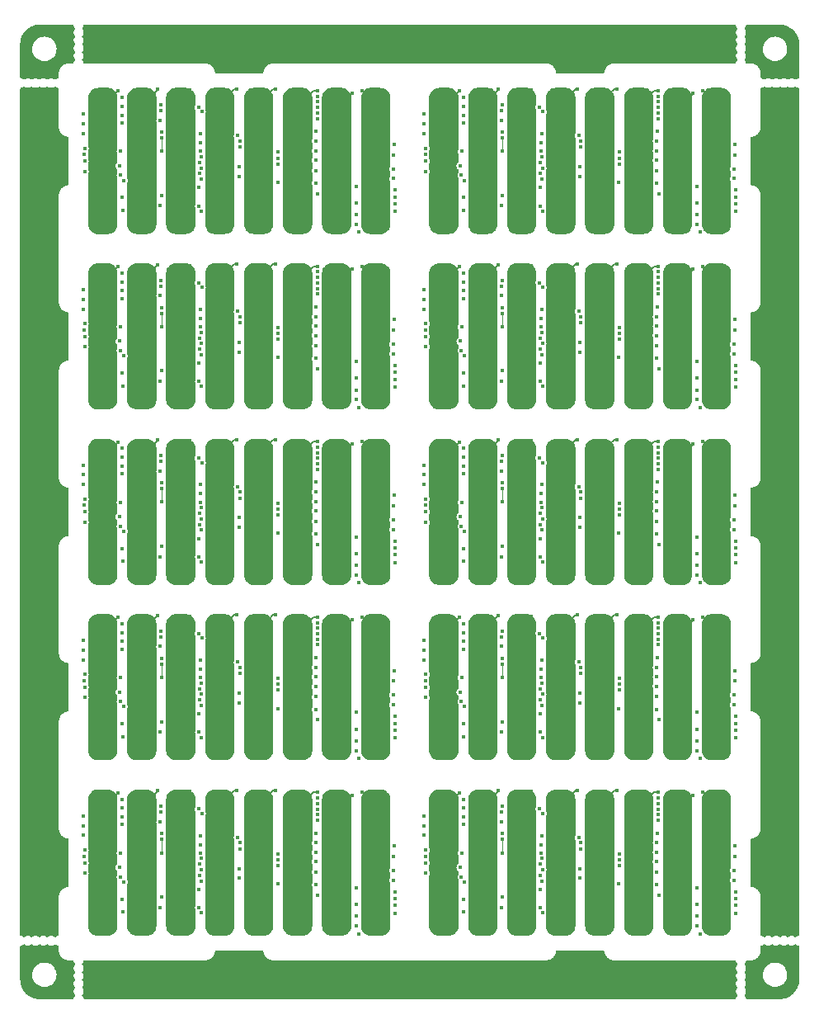
<source format=gbr>
%TF.GenerationSoftware,KiCad,Pcbnew,6.0.8-f2edbf62ab~116~ubuntu22.04.1*%
%TF.CreationDate,2022-10-31T09:01:50+00:00*%
%TF.ProjectId,panel,70616e65-6c2e-46b6-9963-61645f706362,3.0*%
%TF.SameCoordinates,Original*%
%TF.FileFunction,Copper,L4,Bot*%
%TF.FilePolarity,Positive*%
%FSLAX46Y46*%
G04 Gerber Fmt 4.6, Leading zero omitted, Abs format (unit mm)*
G04 Created by KiCad (PCBNEW 6.0.8-f2edbf62ab~116~ubuntu22.04.1) date 2022-10-31 09:01:50*
%MOMM*%
%LPD*%
G01*
G04 APERTURE LIST*
%TA.AperFunction,ViaPad*%
%ADD10C,0.400000*%
%TD*%
%TA.AperFunction,Conductor*%
%ADD11C,0.100000*%
%TD*%
%TA.AperFunction,Conductor*%
%ADD12C,0.127000*%
%TD*%
G04 APERTURE END LIST*
D10*
%TO.N,Board_9-Net-(D3-Pad3)*%
X73300000Y-86800000D03*
X61500000Y-85100000D03*
%TO.N,Board_9-Net-(D2-Pad3)*%
X61500000Y-86300000D03*
X53610000Y-85580000D03*
%TO.N,Board_9-Net-(D1-Pad3)*%
X49530000Y-89530000D03*
X41650000Y-86010000D03*
%TO.N,Board_9-GND*%
X73500000Y-90400000D03*
X53320000Y-80490000D03*
X73500000Y-89700000D03*
X45530000Y-91080000D03*
X45497692Y-81296532D03*
X73380000Y-84280000D03*
X45500000Y-80400000D03*
X45510000Y-89760000D03*
X73500000Y-91200000D03*
X73500000Y-89000000D03*
X49390000Y-81820000D03*
X69500000Y-92500000D03*
X41500000Y-82200000D03*
X61500000Y-85700000D03*
X69810000Y-93300000D03*
X41500000Y-83200000D03*
X53370000Y-90610000D03*
X41598000Y-85330000D03*
X69500000Y-91500000D03*
X45497692Y-79498196D03*
X69500000Y-90300000D03*
X45500000Y-82100000D03*
X53500000Y-85010000D03*
X41500000Y-81200000D03*
%TO.N,Board_9-/cs_adc*%
X49480000Y-80240000D03*
X65400000Y-82970000D03*
%TO.N,Board_9-/carry2*%
X49520000Y-83620000D03*
X49540000Y-84990000D03*
%TO.N,Board_9-/SDO*%
X57560000Y-84590000D03*
X65340000Y-85910000D03*
%TO.N,Board_9-/SDI*%
X57540000Y-83970000D03*
X65350000Y-84940000D03*
%TO.N,Board_9-/SCK*%
X65360000Y-83960000D03*
X57340000Y-83410000D03*
%TO.N,Board_9-/S1*%
X45310000Y-87460000D03*
X53510000Y-84150000D03*
%TO.N,Board_9-/NEO_OUT*%
X73360000Y-85370000D03*
X53410000Y-86160000D03*
X53670000Y-80950000D03*
%TO.N,Board_9-/NEO_IN*%
X41650000Y-87070000D03*
X53620000Y-91140000D03*
%TO.N,Board_9-/MCLK*%
X65370000Y-88270000D03*
X57500000Y-87600000D03*
%TO.N,Board_9-/IRQ*%
X65370000Y-86970000D03*
X57500000Y-86600000D03*
%TO.N,Board_9-/CH_REF*%
X69520000Y-88580000D03*
X61450000Y-88180000D03*
%TO.N,Board_9-/CH7*%
X65500000Y-81650000D03*
X45070000Y-78830000D03*
%TO.N,Board_9-/CH6*%
X65500000Y-81080000D03*
X49120000Y-78630000D03*
%TO.N,Board_9-/CH5*%
X52450000Y-78720000D03*
X65500000Y-80510000D03*
%TO.N,Board_9-/CH4*%
X65500000Y-79940000D03*
X57250000Y-78600000D03*
%TO.N,Board_9-/CH3*%
X61250000Y-78590000D03*
X65510000Y-79370000D03*
%TO.N,Board_9-/CH2*%
X65500000Y-78800000D03*
%TO.N,Board_9-/CH1*%
X69090000Y-79070000D03*
%TO.N,Board_9-/CH0*%
X70080000Y-78790000D03*
%TO.N,Board_9-/A3*%
X49520000Y-83040000D03*
X53630000Y-86720000D03*
%TO.N,Board_9-/A1*%
X45200000Y-86490000D03*
X53590000Y-87870000D03*
%TO.N,Board_9-/A0*%
X45650000Y-87990000D03*
X53430000Y-87300000D03*
%TO.N,Board_9-+3.3V*%
X53390000Y-88740000D03*
X41650000Y-84692000D03*
X45320000Y-85010000D03*
X65560000Y-89350000D03*
X73300000Y-87800000D03*
X49450000Y-80830000D03*
X53560000Y-83220000D03*
X49400000Y-90600000D03*
%TO.N,Board_8-Net-(D3-Pad3)*%
X38300000Y-86800000D03*
X26500000Y-85100000D03*
%TO.N,Board_8-Net-(D2-Pad3)*%
X26500000Y-86300000D03*
X18610000Y-85580000D03*
%TO.N,Board_8-Net-(D1-Pad3)*%
X14530000Y-89530000D03*
X6650000Y-86010000D03*
%TO.N,Board_8-GND*%
X38500000Y-90400000D03*
X18320000Y-80490000D03*
X38500000Y-89700000D03*
X10530000Y-91080000D03*
X10497692Y-81296532D03*
X38380000Y-84280000D03*
X10500000Y-80400000D03*
X10510000Y-89760000D03*
X38500000Y-91200000D03*
X38500000Y-89000000D03*
X14390000Y-81820000D03*
X34500000Y-92500000D03*
X6500000Y-82200000D03*
X26500000Y-85700000D03*
X34810000Y-93300000D03*
X6500000Y-83200000D03*
X18370000Y-90610000D03*
X6598000Y-85330000D03*
X34500000Y-91500000D03*
X10497692Y-79498196D03*
X34500000Y-90300000D03*
X10500000Y-82100000D03*
X18500000Y-85010000D03*
X6500000Y-81200000D03*
%TO.N,Board_8-/cs_adc*%
X14480000Y-80240000D03*
X30400000Y-82970000D03*
%TO.N,Board_8-/carry2*%
X14520000Y-83620000D03*
X14540000Y-84990000D03*
%TO.N,Board_8-/SDO*%
X22560000Y-84590000D03*
X30340000Y-85910000D03*
%TO.N,Board_8-/SDI*%
X22540000Y-83970000D03*
X30350000Y-84940000D03*
%TO.N,Board_8-/SCK*%
X30360000Y-83960000D03*
X22340000Y-83410000D03*
%TO.N,Board_8-/S1*%
X10310000Y-87460000D03*
X18510000Y-84150000D03*
%TO.N,Board_8-/NEO_OUT*%
X38360000Y-85370000D03*
X18410000Y-86160000D03*
X18670000Y-80950000D03*
%TO.N,Board_8-/NEO_IN*%
X6650000Y-87070000D03*
X18620000Y-91140000D03*
%TO.N,Board_8-/MCLK*%
X30370000Y-88270000D03*
X22500000Y-87600000D03*
%TO.N,Board_8-/IRQ*%
X30370000Y-86970000D03*
X22500000Y-86600000D03*
%TO.N,Board_8-/CH_REF*%
X34520000Y-88580000D03*
X26450000Y-88180000D03*
%TO.N,Board_8-/CH7*%
X30500000Y-81650000D03*
X10070000Y-78830000D03*
%TO.N,Board_8-/CH6*%
X30500000Y-81080000D03*
X14120000Y-78630000D03*
%TO.N,Board_8-/CH5*%
X17450000Y-78720000D03*
X30500000Y-80510000D03*
%TO.N,Board_8-/CH4*%
X30500000Y-79940000D03*
X22250000Y-78600000D03*
%TO.N,Board_8-/CH3*%
X26250000Y-78590000D03*
X30510000Y-79370000D03*
%TO.N,Board_8-/CH2*%
X30500000Y-78800000D03*
%TO.N,Board_8-/CH1*%
X34090000Y-79070000D03*
%TO.N,Board_8-/CH0*%
X35080000Y-78790000D03*
%TO.N,Board_8-/A3*%
X14520000Y-83040000D03*
X18630000Y-86720000D03*
%TO.N,Board_8-/A1*%
X10200000Y-86490000D03*
X18590000Y-87870000D03*
%TO.N,Board_8-/A0*%
X10650000Y-87990000D03*
X18430000Y-87300000D03*
%TO.N,Board_8-+3.3V*%
X18390000Y-88740000D03*
X6650000Y-84692000D03*
X10320000Y-85010000D03*
X30560000Y-89350000D03*
X38300000Y-87800000D03*
X14450000Y-80830000D03*
X18560000Y-83220000D03*
X14400000Y-90600000D03*
%TO.N,Board_7-Net-(D3-Pad3)*%
X73300000Y-68800000D03*
X61500000Y-67100000D03*
%TO.N,Board_7-Net-(D2-Pad3)*%
X61500000Y-68300000D03*
X53610000Y-67580000D03*
%TO.N,Board_7-Net-(D1-Pad3)*%
X49530000Y-71530000D03*
X41650000Y-68010000D03*
%TO.N,Board_7-GND*%
X73500000Y-72400000D03*
X53320000Y-62490000D03*
X73500000Y-71700000D03*
X45530000Y-73080000D03*
X45497692Y-63296532D03*
X73380000Y-66280000D03*
X45500000Y-62400000D03*
X45510000Y-71760000D03*
X73500000Y-73200000D03*
X73500000Y-71000000D03*
X49390000Y-63820000D03*
X69500000Y-74500000D03*
X41500000Y-64200000D03*
X61500000Y-67700000D03*
X69810000Y-75300000D03*
X41500000Y-65200000D03*
X53370000Y-72610000D03*
X41598000Y-67330000D03*
X69500000Y-73500000D03*
X45497692Y-61498196D03*
X69500000Y-72300000D03*
X45500000Y-64100000D03*
X53500000Y-67010000D03*
X41500000Y-63200000D03*
%TO.N,Board_7-/cs_adc*%
X49480000Y-62240000D03*
X65400000Y-64970000D03*
%TO.N,Board_7-/carry2*%
X49520000Y-65620000D03*
X49540000Y-66990000D03*
%TO.N,Board_7-/SDO*%
X57560000Y-66590000D03*
X65340000Y-67910000D03*
%TO.N,Board_7-/SDI*%
X57540000Y-65970000D03*
X65350000Y-66940000D03*
%TO.N,Board_7-/SCK*%
X65360000Y-65960000D03*
X57340000Y-65410000D03*
%TO.N,Board_7-/S1*%
X45310000Y-69460000D03*
X53510000Y-66150000D03*
%TO.N,Board_7-/NEO_OUT*%
X73360000Y-67370000D03*
X53410000Y-68160000D03*
X53670000Y-62950000D03*
%TO.N,Board_7-/NEO_IN*%
X41650000Y-69070000D03*
X53620000Y-73140000D03*
%TO.N,Board_7-/MCLK*%
X65370000Y-70270000D03*
X57500000Y-69600000D03*
%TO.N,Board_7-/IRQ*%
X65370000Y-68970000D03*
X57500000Y-68600000D03*
%TO.N,Board_7-/CH_REF*%
X69520000Y-70580000D03*
X61450000Y-70180000D03*
%TO.N,Board_7-/CH7*%
X65500000Y-63650000D03*
X45070000Y-60830000D03*
%TO.N,Board_7-/CH6*%
X65500000Y-63080000D03*
X49120000Y-60630000D03*
%TO.N,Board_7-/CH5*%
X52450000Y-60720000D03*
X65500000Y-62510000D03*
%TO.N,Board_7-/CH4*%
X65500000Y-61940000D03*
X57250000Y-60600000D03*
%TO.N,Board_7-/CH3*%
X61250000Y-60590000D03*
X65510000Y-61370000D03*
%TO.N,Board_7-/CH2*%
X65500000Y-60800000D03*
%TO.N,Board_7-/CH1*%
X69090000Y-61070000D03*
%TO.N,Board_7-/CH0*%
X70080000Y-60790000D03*
%TO.N,Board_7-/A3*%
X49520000Y-65040000D03*
X53630000Y-68720000D03*
%TO.N,Board_7-/A1*%
X45200000Y-68490000D03*
X53590000Y-69870000D03*
%TO.N,Board_7-/A0*%
X45650000Y-69990000D03*
X53430000Y-69300000D03*
%TO.N,Board_7-+3.3V*%
X53390000Y-70740000D03*
X41650000Y-66692000D03*
X45320000Y-67010000D03*
X65560000Y-71350000D03*
X73300000Y-69800000D03*
X49450000Y-62830000D03*
X53560000Y-65220000D03*
X49400000Y-72600000D03*
%TO.N,Board_6-Net-(D3-Pad3)*%
X38300000Y-68800000D03*
X26500000Y-67100000D03*
%TO.N,Board_6-Net-(D2-Pad3)*%
X26500000Y-68300000D03*
X18610000Y-67580000D03*
%TO.N,Board_6-Net-(D1-Pad3)*%
X14530000Y-71530000D03*
X6650000Y-68010000D03*
%TO.N,Board_6-GND*%
X38500000Y-72400000D03*
X18320000Y-62490000D03*
X38500000Y-71700000D03*
X10530000Y-73080000D03*
X10497692Y-63296532D03*
X38380000Y-66280000D03*
X10500000Y-62400000D03*
X10510000Y-71760000D03*
X38500000Y-73200000D03*
X38500000Y-71000000D03*
X14390000Y-63820000D03*
X34500000Y-74500000D03*
X6500000Y-64200000D03*
X26500000Y-67700000D03*
X34810000Y-75300000D03*
X6500000Y-65200000D03*
X18370000Y-72610000D03*
X6598000Y-67330000D03*
X34500000Y-73500000D03*
X10497692Y-61498196D03*
X34500000Y-72300000D03*
X10500000Y-64100000D03*
X18500000Y-67010000D03*
X6500000Y-63200000D03*
%TO.N,Board_6-/cs_adc*%
X14480000Y-62240000D03*
X30400000Y-64970000D03*
%TO.N,Board_6-/carry2*%
X14520000Y-65620000D03*
X14540000Y-66990000D03*
%TO.N,Board_6-/SDO*%
X22560000Y-66590000D03*
X30340000Y-67910000D03*
%TO.N,Board_6-/SDI*%
X22540000Y-65970000D03*
X30350000Y-66940000D03*
%TO.N,Board_6-/SCK*%
X30360000Y-65960000D03*
X22340000Y-65410000D03*
%TO.N,Board_6-/S1*%
X10310000Y-69460000D03*
X18510000Y-66150000D03*
%TO.N,Board_6-/NEO_OUT*%
X38360000Y-67370000D03*
X18410000Y-68160000D03*
X18670000Y-62950000D03*
%TO.N,Board_6-/NEO_IN*%
X6650000Y-69070000D03*
X18620000Y-73140000D03*
%TO.N,Board_6-/MCLK*%
X30370000Y-70270000D03*
X22500000Y-69600000D03*
%TO.N,Board_6-/IRQ*%
X30370000Y-68970000D03*
X22500000Y-68600000D03*
%TO.N,Board_6-/CH_REF*%
X34520000Y-70580000D03*
X26450000Y-70180000D03*
%TO.N,Board_6-/CH7*%
X30500000Y-63650000D03*
X10070000Y-60830000D03*
%TO.N,Board_6-/CH6*%
X30500000Y-63080000D03*
X14120000Y-60630000D03*
%TO.N,Board_6-/CH5*%
X17450000Y-60720000D03*
X30500000Y-62510000D03*
%TO.N,Board_6-/CH4*%
X30500000Y-61940000D03*
X22250000Y-60600000D03*
%TO.N,Board_6-/CH3*%
X26250000Y-60590000D03*
X30510000Y-61370000D03*
%TO.N,Board_6-/CH2*%
X30500000Y-60800000D03*
%TO.N,Board_6-/CH1*%
X34090000Y-61070000D03*
%TO.N,Board_6-/CH0*%
X35080000Y-60790000D03*
%TO.N,Board_6-/A3*%
X14520000Y-65040000D03*
X18630000Y-68720000D03*
%TO.N,Board_6-/A1*%
X10200000Y-68490000D03*
X18590000Y-69870000D03*
%TO.N,Board_6-/A0*%
X10650000Y-69990000D03*
X18430000Y-69300000D03*
%TO.N,Board_6-+3.3V*%
X18390000Y-70740000D03*
X6650000Y-66692000D03*
X10320000Y-67010000D03*
X30560000Y-71350000D03*
X38300000Y-69800000D03*
X14450000Y-62830000D03*
X18560000Y-65220000D03*
X14400000Y-72600000D03*
%TO.N,Board_5-Net-(D3-Pad3)*%
X73300000Y-50800000D03*
X61500000Y-49100000D03*
%TO.N,Board_5-Net-(D2-Pad3)*%
X61500000Y-50300000D03*
X53610000Y-49580000D03*
%TO.N,Board_5-Net-(D1-Pad3)*%
X49530000Y-53530000D03*
X41650000Y-50010000D03*
%TO.N,Board_5-GND*%
X73500000Y-54400000D03*
X53320000Y-44490000D03*
X73500000Y-53700000D03*
X45530000Y-55080000D03*
X45497692Y-45296532D03*
X73380000Y-48280000D03*
X45500000Y-44400000D03*
X45510000Y-53760000D03*
X73500000Y-55200000D03*
X73500000Y-53000000D03*
X49390000Y-45820000D03*
X69500000Y-56500000D03*
X41500000Y-46200000D03*
X61500000Y-49700000D03*
X69810000Y-57300000D03*
X41500000Y-47200000D03*
X53370000Y-54610000D03*
X41598000Y-49330000D03*
X69500000Y-55500000D03*
X45497692Y-43498196D03*
X69500000Y-54300000D03*
X45500000Y-46100000D03*
X53500000Y-49010000D03*
X41500000Y-45200000D03*
%TO.N,Board_5-/cs_adc*%
X49480000Y-44240000D03*
X65400000Y-46970000D03*
%TO.N,Board_5-/carry2*%
X49520000Y-47620000D03*
X49540000Y-48990000D03*
%TO.N,Board_5-/SDO*%
X57560000Y-48590000D03*
X65340000Y-49910000D03*
%TO.N,Board_5-/SDI*%
X57540000Y-47970000D03*
X65350000Y-48940000D03*
%TO.N,Board_5-/SCK*%
X65360000Y-47960000D03*
X57340000Y-47410000D03*
%TO.N,Board_5-/S1*%
X45310000Y-51460000D03*
X53510000Y-48150000D03*
%TO.N,Board_5-/NEO_OUT*%
X73360000Y-49370000D03*
X53410000Y-50160000D03*
X53670000Y-44950000D03*
%TO.N,Board_5-/NEO_IN*%
X41650000Y-51070000D03*
X53620000Y-55140000D03*
%TO.N,Board_5-/MCLK*%
X65370000Y-52270000D03*
X57500000Y-51600000D03*
%TO.N,Board_5-/IRQ*%
X65370000Y-50970000D03*
X57500000Y-50600000D03*
%TO.N,Board_5-/CH_REF*%
X69520000Y-52580000D03*
X61450000Y-52180000D03*
%TO.N,Board_5-/CH7*%
X65500000Y-45650000D03*
X45070000Y-42830000D03*
%TO.N,Board_5-/CH6*%
X65500000Y-45080000D03*
X49120000Y-42630000D03*
%TO.N,Board_5-/CH5*%
X52450000Y-42720000D03*
X65500000Y-44510000D03*
%TO.N,Board_5-/CH4*%
X65500000Y-43940000D03*
X57250000Y-42600000D03*
%TO.N,Board_5-/CH3*%
X61250000Y-42590000D03*
X65510000Y-43370000D03*
%TO.N,Board_5-/CH2*%
X65500000Y-42800000D03*
%TO.N,Board_5-/CH1*%
X69090000Y-43070000D03*
%TO.N,Board_5-/CH0*%
X70080000Y-42790000D03*
%TO.N,Board_5-/A3*%
X49520000Y-47040000D03*
X53630000Y-50720000D03*
%TO.N,Board_5-/A1*%
X45200000Y-50490000D03*
X53590000Y-51870000D03*
%TO.N,Board_5-/A0*%
X45650000Y-51990000D03*
X53430000Y-51300000D03*
%TO.N,Board_5-+3.3V*%
X53390000Y-52740000D03*
X41650000Y-48692000D03*
X45320000Y-49010000D03*
X65560000Y-53350000D03*
X73300000Y-51800000D03*
X49450000Y-44830000D03*
X53560000Y-47220000D03*
X49400000Y-54600000D03*
%TO.N,Board_4-Net-(D3-Pad3)*%
X38300000Y-50800000D03*
X26500000Y-49100000D03*
%TO.N,Board_4-Net-(D2-Pad3)*%
X26500000Y-50300000D03*
X18610000Y-49580000D03*
%TO.N,Board_4-Net-(D1-Pad3)*%
X14530000Y-53530000D03*
X6650000Y-50010000D03*
%TO.N,Board_4-GND*%
X38500000Y-54400000D03*
X18320000Y-44490000D03*
X38500000Y-53700000D03*
X10530000Y-55080000D03*
X10497692Y-45296532D03*
X38380000Y-48280000D03*
X10500000Y-44400000D03*
X10510000Y-53760000D03*
X38500000Y-55200000D03*
X38500000Y-53000000D03*
X14390000Y-45820000D03*
X34500000Y-56500000D03*
X6500000Y-46200000D03*
X26500000Y-49700000D03*
X34810000Y-57300000D03*
X6500000Y-47200000D03*
X18370000Y-54610000D03*
X6598000Y-49330000D03*
X34500000Y-55500000D03*
X10497692Y-43498196D03*
X34500000Y-54300000D03*
X10500000Y-46100000D03*
X18500000Y-49010000D03*
X6500000Y-45200000D03*
%TO.N,Board_4-/cs_adc*%
X14480000Y-44240000D03*
X30400000Y-46970000D03*
%TO.N,Board_4-/carry2*%
X14520000Y-47620000D03*
X14540000Y-48990000D03*
%TO.N,Board_4-/SDO*%
X22560000Y-48590000D03*
X30340000Y-49910000D03*
%TO.N,Board_4-/SDI*%
X22540000Y-47970000D03*
X30350000Y-48940000D03*
%TO.N,Board_4-/SCK*%
X30360000Y-47960000D03*
X22340000Y-47410000D03*
%TO.N,Board_4-/S1*%
X10310000Y-51460000D03*
X18510000Y-48150000D03*
%TO.N,Board_4-/NEO_OUT*%
X38360000Y-49370000D03*
X18410000Y-50160000D03*
X18670000Y-44950000D03*
%TO.N,Board_4-/NEO_IN*%
X6650000Y-51070000D03*
X18620000Y-55140000D03*
%TO.N,Board_4-/MCLK*%
X30370000Y-52270000D03*
X22500000Y-51600000D03*
%TO.N,Board_4-/IRQ*%
X30370000Y-50970000D03*
X22500000Y-50600000D03*
%TO.N,Board_4-/CH_REF*%
X34520000Y-52580000D03*
X26450000Y-52180000D03*
%TO.N,Board_4-/CH7*%
X30500000Y-45650000D03*
X10070000Y-42830000D03*
%TO.N,Board_4-/CH6*%
X30500000Y-45080000D03*
X14120000Y-42630000D03*
%TO.N,Board_4-/CH5*%
X17450000Y-42720000D03*
X30500000Y-44510000D03*
%TO.N,Board_4-/CH4*%
X30500000Y-43940000D03*
X22250000Y-42600000D03*
%TO.N,Board_4-/CH3*%
X26250000Y-42590000D03*
X30510000Y-43370000D03*
%TO.N,Board_4-/CH2*%
X30500000Y-42800000D03*
%TO.N,Board_4-/CH1*%
X34090000Y-43070000D03*
%TO.N,Board_4-/CH0*%
X35080000Y-42790000D03*
%TO.N,Board_4-/A3*%
X14520000Y-47040000D03*
X18630000Y-50720000D03*
%TO.N,Board_4-/A1*%
X10200000Y-50490000D03*
X18590000Y-51870000D03*
%TO.N,Board_4-/A0*%
X10650000Y-51990000D03*
X18430000Y-51300000D03*
%TO.N,Board_4-+3.3V*%
X18390000Y-52740000D03*
X6650000Y-48692000D03*
X10320000Y-49010000D03*
X30560000Y-53350000D03*
X38300000Y-51800000D03*
X14450000Y-44830000D03*
X18560000Y-47220000D03*
X14400000Y-54600000D03*
%TO.N,Board_3-Net-(D3-Pad3)*%
X73300000Y-32800000D03*
X61500000Y-31100000D03*
%TO.N,Board_3-Net-(D2-Pad3)*%
X61500000Y-32300000D03*
X53610000Y-31580000D03*
%TO.N,Board_3-Net-(D1-Pad3)*%
X49530000Y-35530000D03*
X41650000Y-32010000D03*
%TO.N,Board_3-GND*%
X73500000Y-36400000D03*
X53320000Y-26490000D03*
X73500000Y-35700000D03*
X45530000Y-37080000D03*
X45497692Y-27296532D03*
X73380000Y-30280000D03*
X45500000Y-26400000D03*
X45510000Y-35760000D03*
X73500000Y-37200000D03*
X73500000Y-35000000D03*
X49390000Y-27820000D03*
X69500000Y-38500000D03*
X41500000Y-28200000D03*
X61500000Y-31700000D03*
X69810000Y-39300000D03*
X41500000Y-29200000D03*
X53370000Y-36610000D03*
X41598000Y-31330000D03*
X69500000Y-37500000D03*
X45497692Y-25498196D03*
X69500000Y-36300000D03*
X45500000Y-28100000D03*
X53500000Y-31010000D03*
X41500000Y-27200000D03*
%TO.N,Board_3-/cs_adc*%
X49480000Y-26240000D03*
X65400000Y-28970000D03*
%TO.N,Board_3-/carry2*%
X49520000Y-29620000D03*
X49540000Y-30990000D03*
%TO.N,Board_3-/SDO*%
X57560000Y-30590000D03*
X65340000Y-31910000D03*
%TO.N,Board_3-/SDI*%
X57540000Y-29970000D03*
X65350000Y-30940000D03*
%TO.N,Board_3-/SCK*%
X65360000Y-29960000D03*
X57340000Y-29410000D03*
%TO.N,Board_3-/S1*%
X45310000Y-33460000D03*
X53510000Y-30150000D03*
%TO.N,Board_3-/NEO_OUT*%
X73360000Y-31370000D03*
X53410000Y-32160000D03*
X53670000Y-26950000D03*
%TO.N,Board_3-/NEO_IN*%
X41650000Y-33070000D03*
X53620000Y-37140000D03*
%TO.N,Board_3-/MCLK*%
X65370000Y-34270000D03*
X57500000Y-33600000D03*
%TO.N,Board_3-/IRQ*%
X65370000Y-32970000D03*
X57500000Y-32600000D03*
%TO.N,Board_3-/CH_REF*%
X69520000Y-34580000D03*
X61450000Y-34180000D03*
%TO.N,Board_3-/CH7*%
X65500000Y-27650000D03*
X45070000Y-24830000D03*
%TO.N,Board_3-/CH6*%
X65500000Y-27080000D03*
X49120000Y-24630000D03*
%TO.N,Board_3-/CH5*%
X52450000Y-24720000D03*
X65500000Y-26510000D03*
%TO.N,Board_3-/CH4*%
X65500000Y-25940000D03*
X57250000Y-24600000D03*
%TO.N,Board_3-/CH3*%
X61250000Y-24590000D03*
X65510000Y-25370000D03*
%TO.N,Board_3-/CH2*%
X65500000Y-24800000D03*
%TO.N,Board_3-/CH1*%
X69090000Y-25070000D03*
%TO.N,Board_3-/CH0*%
X70080000Y-24790000D03*
%TO.N,Board_3-/A3*%
X49520000Y-29040000D03*
X53630000Y-32720000D03*
%TO.N,Board_3-/A1*%
X45200000Y-32490000D03*
X53590000Y-33870000D03*
%TO.N,Board_3-/A0*%
X45650000Y-33990000D03*
X53430000Y-33300000D03*
%TO.N,Board_3-+3.3V*%
X53390000Y-34740000D03*
X41650000Y-30692000D03*
X45320000Y-31010000D03*
X65560000Y-35350000D03*
X73300000Y-33800000D03*
X49450000Y-26830000D03*
X53560000Y-29220000D03*
X49400000Y-36600000D03*
%TO.N,Board_2-Net-(D3-Pad3)*%
X38300000Y-32800000D03*
X26500000Y-31100000D03*
%TO.N,Board_2-Net-(D2-Pad3)*%
X26500000Y-32300000D03*
X18610000Y-31580000D03*
%TO.N,Board_2-Net-(D1-Pad3)*%
X14530000Y-35530000D03*
X6650000Y-32010000D03*
%TO.N,Board_2-GND*%
X38500000Y-36400000D03*
X18320000Y-26490000D03*
X38500000Y-35700000D03*
X10530000Y-37080000D03*
X10497692Y-27296532D03*
X38380000Y-30280000D03*
X10500000Y-26400000D03*
X10510000Y-35760000D03*
X38500000Y-37200000D03*
X38500000Y-35000000D03*
X14390000Y-27820000D03*
X34500000Y-38500000D03*
X6500000Y-28200000D03*
X26500000Y-31700000D03*
X34810000Y-39300000D03*
X6500000Y-29200000D03*
X18370000Y-36610000D03*
X6598000Y-31330000D03*
X34500000Y-37500000D03*
X10497692Y-25498196D03*
X34500000Y-36300000D03*
X10500000Y-28100000D03*
X18500000Y-31010000D03*
X6500000Y-27200000D03*
%TO.N,Board_2-/cs_adc*%
X14480000Y-26240000D03*
X30400000Y-28970000D03*
%TO.N,Board_2-/carry2*%
X14520000Y-29620000D03*
X14540000Y-30990000D03*
%TO.N,Board_2-/SDO*%
X22560000Y-30590000D03*
X30340000Y-31910000D03*
%TO.N,Board_2-/SDI*%
X22540000Y-29970000D03*
X30350000Y-30940000D03*
%TO.N,Board_2-/SCK*%
X30360000Y-29960000D03*
X22340000Y-29410000D03*
%TO.N,Board_2-/S1*%
X10310000Y-33460000D03*
X18510000Y-30150000D03*
%TO.N,Board_2-/NEO_OUT*%
X38360000Y-31370000D03*
X18410000Y-32160000D03*
X18670000Y-26950000D03*
%TO.N,Board_2-/NEO_IN*%
X6650000Y-33070000D03*
X18620000Y-37140000D03*
%TO.N,Board_2-/MCLK*%
X30370000Y-34270000D03*
X22500000Y-33600000D03*
%TO.N,Board_2-/IRQ*%
X30370000Y-32970000D03*
X22500000Y-32600000D03*
%TO.N,Board_2-/CH_REF*%
X34520000Y-34580000D03*
X26450000Y-34180000D03*
%TO.N,Board_2-/CH7*%
X30500000Y-27650000D03*
X10070000Y-24830000D03*
%TO.N,Board_2-/CH6*%
X30500000Y-27080000D03*
X14120000Y-24630000D03*
%TO.N,Board_2-/CH5*%
X17450000Y-24720000D03*
X30500000Y-26510000D03*
%TO.N,Board_2-/CH4*%
X30500000Y-25940000D03*
X22250000Y-24600000D03*
%TO.N,Board_2-/CH3*%
X26250000Y-24590000D03*
X30510000Y-25370000D03*
%TO.N,Board_2-/CH2*%
X30500000Y-24800000D03*
%TO.N,Board_2-/CH1*%
X34090000Y-25070000D03*
%TO.N,Board_2-/CH0*%
X35080000Y-24790000D03*
%TO.N,Board_2-/A3*%
X14520000Y-29040000D03*
X18630000Y-32720000D03*
%TO.N,Board_2-/A1*%
X10200000Y-32490000D03*
X18590000Y-33870000D03*
%TO.N,Board_2-/A0*%
X10650000Y-33990000D03*
X18430000Y-33300000D03*
%TO.N,Board_2-+3.3V*%
X18390000Y-34740000D03*
X6650000Y-30692000D03*
X10320000Y-31010000D03*
X30560000Y-35350000D03*
X38300000Y-33800000D03*
X14450000Y-26830000D03*
X18560000Y-29220000D03*
X14400000Y-36600000D03*
%TO.N,Board_1-Net-(D3-Pad3)*%
X73300000Y-14800000D03*
X61500000Y-13100000D03*
%TO.N,Board_1-Net-(D2-Pad3)*%
X61500000Y-14300000D03*
X53610000Y-13580000D03*
%TO.N,Board_1-Net-(D1-Pad3)*%
X49530000Y-17530000D03*
X41650000Y-14010000D03*
%TO.N,Board_1-GND*%
X73500000Y-18400000D03*
X53320000Y-8490000D03*
X73500000Y-17700000D03*
X45530000Y-19080000D03*
X45497692Y-9296532D03*
X73380000Y-12280000D03*
X45500000Y-8400000D03*
X45510000Y-17760000D03*
X73500000Y-19200000D03*
X73500000Y-17000000D03*
X49390000Y-9820000D03*
X69500000Y-20500000D03*
X41500000Y-10200000D03*
X61500000Y-13700000D03*
X69810000Y-21300000D03*
X41500000Y-11200000D03*
X53370000Y-18610000D03*
X41598000Y-13330000D03*
X69500000Y-19500000D03*
X45497692Y-7498196D03*
X69500000Y-18300000D03*
X45500000Y-10100000D03*
X53500000Y-13010000D03*
X41500000Y-9200000D03*
%TO.N,Board_1-/cs_adc*%
X49480000Y-8240000D03*
X65400000Y-10970000D03*
%TO.N,Board_1-/carry2*%
X49520000Y-11620000D03*
X49540000Y-12990000D03*
%TO.N,Board_1-/SDO*%
X57560000Y-12590000D03*
X65340000Y-13910000D03*
%TO.N,Board_1-/SDI*%
X57540000Y-11970000D03*
X65350000Y-12940000D03*
%TO.N,Board_1-/SCK*%
X65360000Y-11960000D03*
X57340000Y-11410000D03*
%TO.N,Board_1-/S1*%
X45310000Y-15460000D03*
X53510000Y-12150000D03*
%TO.N,Board_1-/NEO_OUT*%
X73360000Y-13370000D03*
X53410000Y-14160000D03*
X53670000Y-8950000D03*
%TO.N,Board_1-/NEO_IN*%
X41650000Y-15070000D03*
X53620000Y-19140000D03*
%TO.N,Board_1-/MCLK*%
X65370000Y-16270000D03*
X57500000Y-15600000D03*
%TO.N,Board_1-/IRQ*%
X65370000Y-14970000D03*
X57500000Y-14600000D03*
%TO.N,Board_1-/CH_REF*%
X69520000Y-16580000D03*
X61450000Y-16180000D03*
%TO.N,Board_1-/CH7*%
X65500000Y-9650000D03*
X45070000Y-6830000D03*
%TO.N,Board_1-/CH6*%
X65500000Y-9080000D03*
X49120000Y-6630000D03*
%TO.N,Board_1-/CH5*%
X52450000Y-6720000D03*
X65500000Y-8510000D03*
%TO.N,Board_1-/CH4*%
X65500000Y-7940000D03*
X57250000Y-6600000D03*
%TO.N,Board_1-/CH3*%
X61250000Y-6590000D03*
X65510000Y-7370000D03*
%TO.N,Board_1-/CH2*%
X65500000Y-6800000D03*
%TO.N,Board_1-/CH1*%
X69090000Y-7070000D03*
%TO.N,Board_1-/CH0*%
X70080000Y-6790000D03*
%TO.N,Board_1-/A3*%
X49520000Y-11040000D03*
X53630000Y-14720000D03*
%TO.N,Board_1-/A1*%
X45200000Y-14490000D03*
X53590000Y-15870000D03*
%TO.N,Board_1-/A0*%
X45650000Y-15990000D03*
X53430000Y-15300000D03*
%TO.N,Board_1-+3.3V*%
X53390000Y-16740000D03*
X41650000Y-12692000D03*
X45320000Y-13010000D03*
X65560000Y-17350000D03*
X73300000Y-15800000D03*
X49450000Y-8830000D03*
X53560000Y-11220000D03*
X49400000Y-18600000D03*
%TO.N,Board_0-Net-(D3-Pad3)*%
X38300000Y-14800000D03*
X26500000Y-13100000D03*
%TO.N,Board_0-Net-(D2-Pad3)*%
X26500000Y-14300000D03*
X18610000Y-13580000D03*
%TO.N,Board_0-Net-(D1-Pad3)*%
X14530000Y-17530000D03*
X6650000Y-14010000D03*
%TO.N,Board_0-GND*%
X38500000Y-18400000D03*
X18320000Y-8490000D03*
X38500000Y-17700000D03*
X10530000Y-19080000D03*
X10497692Y-9296532D03*
X38380000Y-12280000D03*
X10500000Y-8400000D03*
X10510000Y-17760000D03*
X38500000Y-19200000D03*
X38500000Y-17000000D03*
X14390000Y-9820000D03*
X34500000Y-20500000D03*
X6500000Y-10200000D03*
X26500000Y-13700000D03*
X34810000Y-21300000D03*
X6500000Y-11200000D03*
X18370000Y-18610000D03*
X6598000Y-13330000D03*
X34500000Y-19500000D03*
X10497692Y-7498196D03*
X34500000Y-18300000D03*
X10500000Y-10100000D03*
X18500000Y-13010000D03*
X6500000Y-9200000D03*
%TO.N,Board_0-/cs_adc*%
X14480000Y-8240000D03*
X30400000Y-10970000D03*
%TO.N,Board_0-/carry2*%
X14520000Y-11620000D03*
X14540000Y-12990000D03*
%TO.N,Board_0-/SDO*%
X22560000Y-12590000D03*
X30340000Y-13910000D03*
%TO.N,Board_0-/SDI*%
X22540000Y-11970000D03*
X30350000Y-12940000D03*
%TO.N,Board_0-/SCK*%
X30360000Y-11960000D03*
X22340000Y-11410000D03*
%TO.N,Board_0-/S1*%
X10310000Y-15460000D03*
X18510000Y-12150000D03*
%TO.N,Board_0-/NEO_OUT*%
X38360000Y-13370000D03*
X18410000Y-14160000D03*
X18670000Y-8950000D03*
%TO.N,Board_0-/NEO_IN*%
X6650000Y-15070000D03*
X18620000Y-19140000D03*
%TO.N,Board_0-/MCLK*%
X30370000Y-16270000D03*
X22500000Y-15600000D03*
%TO.N,Board_0-/IRQ*%
X30370000Y-14970000D03*
X22500000Y-14600000D03*
%TO.N,Board_0-/CH_REF*%
X34520000Y-16580000D03*
X26450000Y-16180000D03*
%TO.N,Board_0-/CH7*%
X30500000Y-9650000D03*
X10070000Y-6830000D03*
%TO.N,Board_0-/CH6*%
X30500000Y-9080000D03*
X14120000Y-6630000D03*
%TO.N,Board_0-/CH5*%
X17450000Y-6720000D03*
X30500000Y-8510000D03*
%TO.N,Board_0-/CH4*%
X30500000Y-7940000D03*
X22250000Y-6600000D03*
%TO.N,Board_0-/CH3*%
X26250000Y-6590000D03*
X30510000Y-7370000D03*
%TO.N,Board_0-/CH2*%
X30500000Y-6800000D03*
%TO.N,Board_0-/CH1*%
X34090000Y-7070000D03*
%TO.N,Board_0-/CH0*%
X35080000Y-6790000D03*
%TO.N,Board_0-/A3*%
X14520000Y-11040000D03*
X18630000Y-14720000D03*
%TO.N,Board_0-/A1*%
X10200000Y-14490000D03*
X18590000Y-15870000D03*
%TO.N,Board_0-/A0*%
X10650000Y-15990000D03*
X18430000Y-15300000D03*
%TO.N,Board_0-+3.3V*%
X18390000Y-16740000D03*
X6650000Y-12692000D03*
X10320000Y-13010000D03*
X30560000Y-17350000D03*
X38300000Y-15800000D03*
X14450000Y-8830000D03*
X18560000Y-11220000D03*
X14400000Y-18600000D03*
%TD*%
D11*
%TO.N,Board_9-/carry2*%
X49540000Y-83640000D02*
X49520000Y-83620000D01*
X49540000Y-84990000D02*
X49540000Y-83640000D01*
D12*
%TO.N,Board_9-/CH7*%
X45070000Y-78830000D02*
X44600000Y-79300000D01*
%TO.N,Board_9-/CH6*%
X49120000Y-78630000D02*
X49120000Y-78680000D01*
X49120000Y-78680000D02*
X48400000Y-79400000D01*
%TO.N,Board_9-/CH5*%
X52450000Y-78720000D02*
X52450000Y-78970000D01*
X52450000Y-78970000D02*
X52390000Y-79030000D01*
%TO.N,Board_9-/CH4*%
X57000000Y-78600000D02*
X56400000Y-79200000D01*
X57250000Y-78600000D02*
X57000000Y-78600000D01*
%TO.N,Board_9-/CH3*%
X61250000Y-78590000D02*
X61010000Y-78590000D01*
X61010000Y-78590000D02*
X60450000Y-79150000D01*
%TO.N,Board_9-/CH2*%
X65500000Y-78800000D02*
X65100000Y-78800000D01*
X65100000Y-78800000D02*
X64500000Y-79400000D01*
%TO.N,Board_9-/CH1*%
X69090000Y-79070000D02*
X68860000Y-79300000D01*
X68860000Y-79300000D02*
X68700000Y-79300000D01*
%TO.N,Board_9-/CH0*%
X70080000Y-78790000D02*
X70400000Y-79110000D01*
D11*
%TO.N,Board_8-/carry2*%
X14540000Y-83640000D02*
X14520000Y-83620000D01*
X14540000Y-84990000D02*
X14540000Y-83640000D01*
D12*
%TO.N,Board_8-/CH7*%
X10070000Y-78830000D02*
X9600000Y-79300000D01*
%TO.N,Board_8-/CH6*%
X14120000Y-78630000D02*
X14120000Y-78680000D01*
X14120000Y-78680000D02*
X13400000Y-79400000D01*
%TO.N,Board_8-/CH5*%
X17450000Y-78720000D02*
X17450000Y-78970000D01*
X17450000Y-78970000D02*
X17390000Y-79030000D01*
%TO.N,Board_8-/CH4*%
X22000000Y-78600000D02*
X21400000Y-79200000D01*
X22250000Y-78600000D02*
X22000000Y-78600000D01*
%TO.N,Board_8-/CH3*%
X26250000Y-78590000D02*
X26010000Y-78590000D01*
X26010000Y-78590000D02*
X25450000Y-79150000D01*
%TO.N,Board_8-/CH2*%
X30500000Y-78800000D02*
X30100000Y-78800000D01*
X30100000Y-78800000D02*
X29500000Y-79400000D01*
%TO.N,Board_8-/CH1*%
X34090000Y-79070000D02*
X33860000Y-79300000D01*
X33860000Y-79300000D02*
X33700000Y-79300000D01*
%TO.N,Board_8-/CH0*%
X35080000Y-78790000D02*
X35400000Y-79110000D01*
D11*
%TO.N,Board_7-/carry2*%
X49540000Y-65640000D02*
X49520000Y-65620000D01*
X49540000Y-66990000D02*
X49540000Y-65640000D01*
D12*
%TO.N,Board_7-/CH7*%
X45070000Y-60830000D02*
X44600000Y-61300000D01*
%TO.N,Board_7-/CH6*%
X49120000Y-60630000D02*
X49120000Y-60680000D01*
X49120000Y-60680000D02*
X48400000Y-61400000D01*
%TO.N,Board_7-/CH5*%
X52450000Y-60720000D02*
X52450000Y-60970000D01*
X52450000Y-60970000D02*
X52390000Y-61030000D01*
%TO.N,Board_7-/CH4*%
X57000000Y-60600000D02*
X56400000Y-61200000D01*
X57250000Y-60600000D02*
X57000000Y-60600000D01*
%TO.N,Board_7-/CH3*%
X61250000Y-60590000D02*
X61010000Y-60590000D01*
X61010000Y-60590000D02*
X60450000Y-61150000D01*
%TO.N,Board_7-/CH2*%
X65500000Y-60800000D02*
X65100000Y-60800000D01*
X65100000Y-60800000D02*
X64500000Y-61400000D01*
%TO.N,Board_7-/CH1*%
X69090000Y-61070000D02*
X68860000Y-61300000D01*
X68860000Y-61300000D02*
X68700000Y-61300000D01*
%TO.N,Board_7-/CH0*%
X70080000Y-60790000D02*
X70400000Y-61110000D01*
D11*
%TO.N,Board_6-/carry2*%
X14540000Y-65640000D02*
X14520000Y-65620000D01*
X14540000Y-66990000D02*
X14540000Y-65640000D01*
D12*
%TO.N,Board_6-/CH7*%
X10070000Y-60830000D02*
X9600000Y-61300000D01*
%TO.N,Board_6-/CH6*%
X14120000Y-60630000D02*
X14120000Y-60680000D01*
X14120000Y-60680000D02*
X13400000Y-61400000D01*
%TO.N,Board_6-/CH5*%
X17450000Y-60720000D02*
X17450000Y-60970000D01*
X17450000Y-60970000D02*
X17390000Y-61030000D01*
%TO.N,Board_6-/CH4*%
X22000000Y-60600000D02*
X21400000Y-61200000D01*
X22250000Y-60600000D02*
X22000000Y-60600000D01*
%TO.N,Board_6-/CH3*%
X26250000Y-60590000D02*
X26010000Y-60590000D01*
X26010000Y-60590000D02*
X25450000Y-61150000D01*
%TO.N,Board_6-/CH2*%
X30500000Y-60800000D02*
X30100000Y-60800000D01*
X30100000Y-60800000D02*
X29500000Y-61400000D01*
%TO.N,Board_6-/CH1*%
X34090000Y-61070000D02*
X33860000Y-61300000D01*
X33860000Y-61300000D02*
X33700000Y-61300000D01*
%TO.N,Board_6-/CH0*%
X35080000Y-60790000D02*
X35400000Y-61110000D01*
D11*
%TO.N,Board_5-/carry2*%
X49540000Y-47640000D02*
X49520000Y-47620000D01*
X49540000Y-48990000D02*
X49540000Y-47640000D01*
D12*
%TO.N,Board_5-/CH7*%
X45070000Y-42830000D02*
X44600000Y-43300000D01*
%TO.N,Board_5-/CH6*%
X49120000Y-42630000D02*
X49120000Y-42680000D01*
X49120000Y-42680000D02*
X48400000Y-43400000D01*
%TO.N,Board_5-/CH5*%
X52450000Y-42720000D02*
X52450000Y-42970000D01*
X52450000Y-42970000D02*
X52390000Y-43030000D01*
%TO.N,Board_5-/CH4*%
X57000000Y-42600000D02*
X56400000Y-43200000D01*
X57250000Y-42600000D02*
X57000000Y-42600000D01*
%TO.N,Board_5-/CH3*%
X61250000Y-42590000D02*
X61010000Y-42590000D01*
X61010000Y-42590000D02*
X60450000Y-43150000D01*
%TO.N,Board_5-/CH2*%
X65500000Y-42800000D02*
X65100000Y-42800000D01*
X65100000Y-42800000D02*
X64500000Y-43400000D01*
%TO.N,Board_5-/CH1*%
X69090000Y-43070000D02*
X68860000Y-43300000D01*
X68860000Y-43300000D02*
X68700000Y-43300000D01*
%TO.N,Board_5-/CH0*%
X70080000Y-42790000D02*
X70400000Y-43110000D01*
D11*
%TO.N,Board_4-/carry2*%
X14540000Y-47640000D02*
X14520000Y-47620000D01*
X14540000Y-48990000D02*
X14540000Y-47640000D01*
D12*
%TO.N,Board_4-/CH7*%
X10070000Y-42830000D02*
X9600000Y-43300000D01*
%TO.N,Board_4-/CH6*%
X14120000Y-42630000D02*
X14120000Y-42680000D01*
X14120000Y-42680000D02*
X13400000Y-43400000D01*
%TO.N,Board_4-/CH5*%
X17450000Y-42720000D02*
X17450000Y-42970000D01*
X17450000Y-42970000D02*
X17390000Y-43030000D01*
%TO.N,Board_4-/CH4*%
X22000000Y-42600000D02*
X21400000Y-43200000D01*
X22250000Y-42600000D02*
X22000000Y-42600000D01*
%TO.N,Board_4-/CH3*%
X26250000Y-42590000D02*
X26010000Y-42590000D01*
X26010000Y-42590000D02*
X25450000Y-43150000D01*
%TO.N,Board_4-/CH2*%
X30500000Y-42800000D02*
X30100000Y-42800000D01*
X30100000Y-42800000D02*
X29500000Y-43400000D01*
%TO.N,Board_4-/CH1*%
X34090000Y-43070000D02*
X33860000Y-43300000D01*
X33860000Y-43300000D02*
X33700000Y-43300000D01*
%TO.N,Board_4-/CH0*%
X35080000Y-42790000D02*
X35400000Y-43110000D01*
D11*
%TO.N,Board_3-/carry2*%
X49540000Y-29640000D02*
X49520000Y-29620000D01*
X49540000Y-30990000D02*
X49540000Y-29640000D01*
D12*
%TO.N,Board_3-/CH7*%
X45070000Y-24830000D02*
X44600000Y-25300000D01*
%TO.N,Board_3-/CH6*%
X49120000Y-24630000D02*
X49120000Y-24680000D01*
X49120000Y-24680000D02*
X48400000Y-25400000D01*
%TO.N,Board_3-/CH5*%
X52450000Y-24720000D02*
X52450000Y-24970000D01*
X52450000Y-24970000D02*
X52390000Y-25030000D01*
%TO.N,Board_3-/CH4*%
X57000000Y-24600000D02*
X56400000Y-25200000D01*
X57250000Y-24600000D02*
X57000000Y-24600000D01*
%TO.N,Board_3-/CH3*%
X61250000Y-24590000D02*
X61010000Y-24590000D01*
X61010000Y-24590000D02*
X60450000Y-25150000D01*
%TO.N,Board_3-/CH2*%
X65500000Y-24800000D02*
X65100000Y-24800000D01*
X65100000Y-24800000D02*
X64500000Y-25400000D01*
%TO.N,Board_3-/CH1*%
X69090000Y-25070000D02*
X68860000Y-25300000D01*
X68860000Y-25300000D02*
X68700000Y-25300000D01*
%TO.N,Board_3-/CH0*%
X70080000Y-24790000D02*
X70400000Y-25110000D01*
D11*
%TO.N,Board_2-/carry2*%
X14540000Y-29640000D02*
X14520000Y-29620000D01*
X14540000Y-30990000D02*
X14540000Y-29640000D01*
D12*
%TO.N,Board_2-/CH7*%
X10070000Y-24830000D02*
X9600000Y-25300000D01*
%TO.N,Board_2-/CH6*%
X14120000Y-24630000D02*
X14120000Y-24680000D01*
X14120000Y-24680000D02*
X13400000Y-25400000D01*
%TO.N,Board_2-/CH5*%
X17450000Y-24720000D02*
X17450000Y-24970000D01*
X17450000Y-24970000D02*
X17390000Y-25030000D01*
%TO.N,Board_2-/CH4*%
X22000000Y-24600000D02*
X21400000Y-25200000D01*
X22250000Y-24600000D02*
X22000000Y-24600000D01*
%TO.N,Board_2-/CH3*%
X26250000Y-24590000D02*
X26010000Y-24590000D01*
X26010000Y-24590000D02*
X25450000Y-25150000D01*
%TO.N,Board_2-/CH2*%
X30500000Y-24800000D02*
X30100000Y-24800000D01*
X30100000Y-24800000D02*
X29500000Y-25400000D01*
%TO.N,Board_2-/CH1*%
X34090000Y-25070000D02*
X33860000Y-25300000D01*
X33860000Y-25300000D02*
X33700000Y-25300000D01*
%TO.N,Board_2-/CH0*%
X35080000Y-24790000D02*
X35400000Y-25110000D01*
D11*
%TO.N,Board_1-/carry2*%
X49540000Y-11640000D02*
X49520000Y-11620000D01*
X49540000Y-12990000D02*
X49540000Y-11640000D01*
D12*
%TO.N,Board_1-/CH7*%
X45070000Y-6830000D02*
X44600000Y-7300000D01*
%TO.N,Board_1-/CH6*%
X49120000Y-6630000D02*
X49120000Y-6680000D01*
X49120000Y-6680000D02*
X48400000Y-7400000D01*
%TO.N,Board_1-/CH5*%
X52450000Y-6720000D02*
X52450000Y-6970000D01*
X52450000Y-6970000D02*
X52390000Y-7030000D01*
%TO.N,Board_1-/CH4*%
X57000000Y-6600000D02*
X56400000Y-7200000D01*
X57250000Y-6600000D02*
X57000000Y-6600000D01*
%TO.N,Board_1-/CH3*%
X61250000Y-6590000D02*
X61010000Y-6590000D01*
X61010000Y-6590000D02*
X60450000Y-7150000D01*
%TO.N,Board_1-/CH2*%
X65500000Y-6800000D02*
X65100000Y-6800000D01*
X65100000Y-6800000D02*
X64500000Y-7400000D01*
%TO.N,Board_1-/CH1*%
X69090000Y-7070000D02*
X68860000Y-7300000D01*
X68860000Y-7300000D02*
X68700000Y-7300000D01*
%TO.N,Board_1-/CH0*%
X70080000Y-6790000D02*
X70400000Y-7110000D01*
D11*
%TO.N,Board_0-/carry2*%
X14540000Y-11640000D02*
X14520000Y-11620000D01*
X14540000Y-12990000D02*
X14540000Y-11640000D01*
D12*
%TO.N,Board_0-/CH7*%
X10070000Y-6830000D02*
X9600000Y-7300000D01*
%TO.N,Board_0-/CH6*%
X14120000Y-6630000D02*
X14120000Y-6680000D01*
X14120000Y-6680000D02*
X13400000Y-7400000D01*
%TO.N,Board_0-/CH5*%
X17450000Y-6720000D02*
X17450000Y-6970000D01*
X17450000Y-6970000D02*
X17390000Y-7030000D01*
%TO.N,Board_0-/CH4*%
X22000000Y-6600000D02*
X21400000Y-7200000D01*
X22250000Y-6600000D02*
X22000000Y-6600000D01*
%TO.N,Board_0-/CH3*%
X26250000Y-6590000D02*
X26010000Y-6590000D01*
X26010000Y-6590000D02*
X25450000Y-7150000D01*
%TO.N,Board_0-/CH2*%
X30500000Y-6800000D02*
X30100000Y-6800000D01*
X30100000Y-6800000D02*
X29500000Y-7400000D01*
%TO.N,Board_0-/CH1*%
X34090000Y-7070000D02*
X33860000Y-7300000D01*
X33860000Y-7300000D02*
X33700000Y-7300000D01*
%TO.N,Board_0-/CH0*%
X35080000Y-6790000D02*
X35400000Y-7110000D01*
%TD*%
%TA.AperFunction,Conductor*%
%TO.N,Board_0-/CH2*%
G36*
X29006163Y-6500607D02*
G01*
X29182740Y-6517999D01*
X29206957Y-6522815D01*
X29370809Y-6572518D01*
X29393629Y-6581971D01*
X29544631Y-6662683D01*
X29565158Y-6676399D01*
X29697521Y-6785026D01*
X29714974Y-6802479D01*
X29823601Y-6934842D01*
X29837319Y-6955372D01*
X29918029Y-7106371D01*
X29927482Y-7129190D01*
X29977185Y-7293043D01*
X29982002Y-7317263D01*
X29999393Y-7493837D01*
X30000000Y-7506187D01*
X30000000Y-10925407D01*
X29998449Y-10945117D01*
X29994508Y-10970000D01*
X29996059Y-10979792D01*
X29998449Y-10994882D01*
X30000000Y-11014593D01*
X30000000Y-11754112D01*
X29986267Y-11811314D01*
X29978856Y-11825860D01*
X29974354Y-11834696D01*
X29954508Y-11960000D01*
X29974354Y-12085304D01*
X29978856Y-12094139D01*
X29978856Y-12094140D01*
X29986267Y-12108686D01*
X30000000Y-12165888D01*
X30000000Y-12714486D01*
X29986267Y-12771688D01*
X29968856Y-12805860D01*
X29964354Y-12814696D01*
X29944508Y-12940000D01*
X29964354Y-13065304D01*
X29968856Y-13074139D01*
X29968856Y-13074140D01*
X29986267Y-13108312D01*
X30000000Y-13165514D01*
X30000000Y-13664860D01*
X29986267Y-13722063D01*
X29954354Y-13784696D01*
X29934508Y-13910000D01*
X29954354Y-14035304D01*
X29958855Y-14044137D01*
X29986267Y-14097937D01*
X30000000Y-14155140D01*
X30000000Y-14783739D01*
X29989907Y-14825775D01*
X29991920Y-14826429D01*
X29988854Y-14835863D01*
X29984354Y-14844696D01*
X29964508Y-14970000D01*
X29984354Y-15095304D01*
X29988854Y-15104137D01*
X29991920Y-15113571D01*
X29989907Y-15114225D01*
X30000000Y-15156261D01*
X30000000Y-16083739D01*
X29989907Y-16125775D01*
X29991920Y-16126429D01*
X29988854Y-16135863D01*
X29984354Y-16144696D01*
X29964508Y-16270000D01*
X29984354Y-16395304D01*
X29988854Y-16404137D01*
X29991920Y-16413571D01*
X29989907Y-16414225D01*
X30000000Y-16456261D01*
X30000000Y-20493813D01*
X29999393Y-20506163D01*
X29982002Y-20682737D01*
X29977185Y-20706957D01*
X29927482Y-20870809D01*
X29918029Y-20893629D01*
X29837319Y-21044628D01*
X29823601Y-21065158D01*
X29714974Y-21197521D01*
X29697521Y-21214974D01*
X29565158Y-21323601D01*
X29544631Y-21337317D01*
X29452417Y-21386607D01*
X29393629Y-21418029D01*
X29370810Y-21427482D01*
X29206957Y-21477185D01*
X29182740Y-21482001D01*
X29006163Y-21499393D01*
X28993813Y-21500000D01*
X28006187Y-21500000D01*
X27993837Y-21499393D01*
X27817260Y-21482001D01*
X27793043Y-21477185D01*
X27629190Y-21427482D01*
X27606371Y-21418029D01*
X27547583Y-21386607D01*
X27455369Y-21337317D01*
X27434842Y-21323601D01*
X27302479Y-21214974D01*
X27285026Y-21197521D01*
X27176399Y-21065158D01*
X27162681Y-21044628D01*
X27081971Y-20893629D01*
X27072518Y-20870809D01*
X27022815Y-20706957D01*
X27017998Y-20682737D01*
X27000607Y-20506163D01*
X27000000Y-20493813D01*
X27000000Y-7506187D01*
X27000607Y-7493837D01*
X27017998Y-7317263D01*
X27022815Y-7293043D01*
X27072518Y-7129190D01*
X27081971Y-7106371D01*
X27162681Y-6955372D01*
X27176399Y-6934842D01*
X27285026Y-6802479D01*
X27302479Y-6785026D01*
X27434842Y-6676399D01*
X27455369Y-6662683D01*
X27606371Y-6581971D01*
X27629191Y-6572518D01*
X27793043Y-6522815D01*
X27817260Y-6517999D01*
X27993837Y-6500607D01*
X28006187Y-6500000D01*
X28993813Y-6500000D01*
X29006163Y-6500607D01*
G37*
%TD.AperFunction*%
%TD*%
%TA.AperFunction,Conductor*%
%TO.N,Board_9-/CH3*%
G36*
X60006163Y-78500607D02*
G01*
X60182740Y-78517999D01*
X60206957Y-78522815D01*
X60370809Y-78572518D01*
X60393629Y-78581971D01*
X60544631Y-78662683D01*
X60565158Y-78676399D01*
X60697521Y-78785026D01*
X60714974Y-78802479D01*
X60823601Y-78934842D01*
X60837319Y-78955372D01*
X60918029Y-79106371D01*
X60927482Y-79129190D01*
X60977185Y-79293043D01*
X60982002Y-79317263D01*
X60999393Y-79493837D01*
X61000000Y-79506187D01*
X61000000Y-92493813D01*
X60999393Y-92506163D01*
X60982002Y-92682737D01*
X60977185Y-92706957D01*
X60927482Y-92870809D01*
X60918029Y-92893629D01*
X60837319Y-93044628D01*
X60823601Y-93065158D01*
X60714974Y-93197521D01*
X60697521Y-93214974D01*
X60565158Y-93323601D01*
X60544631Y-93337317D01*
X60452417Y-93386607D01*
X60393629Y-93418029D01*
X60370810Y-93427482D01*
X60206957Y-93477185D01*
X60182740Y-93482001D01*
X60006163Y-93499393D01*
X59993813Y-93500000D01*
X59006187Y-93500000D01*
X58993837Y-93499393D01*
X58817260Y-93482001D01*
X58793043Y-93477185D01*
X58629190Y-93427482D01*
X58606371Y-93418029D01*
X58547583Y-93386607D01*
X58455369Y-93337317D01*
X58434842Y-93323601D01*
X58302479Y-93214974D01*
X58285026Y-93197521D01*
X58176399Y-93065158D01*
X58162681Y-93044628D01*
X58081971Y-92893629D01*
X58072518Y-92870809D01*
X58022815Y-92706957D01*
X58017998Y-92682737D01*
X58000607Y-92506163D01*
X58000000Y-92493813D01*
X58000000Y-79506187D01*
X58000607Y-79493837D01*
X58017998Y-79317263D01*
X58022815Y-79293043D01*
X58072518Y-79129190D01*
X58081971Y-79106371D01*
X58162681Y-78955372D01*
X58176399Y-78934842D01*
X58285026Y-78802479D01*
X58302479Y-78785026D01*
X58434842Y-78676399D01*
X58455369Y-78662683D01*
X58606371Y-78581971D01*
X58629191Y-78572518D01*
X58793043Y-78522815D01*
X58817260Y-78517999D01*
X58993837Y-78500607D01*
X59006187Y-78500000D01*
X59993813Y-78500000D01*
X60006163Y-78500607D01*
G37*
%TD.AperFunction*%
%TD*%
%TA.AperFunction,Conductor*%
%TO.N,Board_1-/CH2*%
G36*
X64006163Y-6500607D02*
G01*
X64182740Y-6517999D01*
X64206957Y-6522815D01*
X64370809Y-6572518D01*
X64393629Y-6581971D01*
X64544631Y-6662683D01*
X64565158Y-6676399D01*
X64697521Y-6785026D01*
X64714974Y-6802479D01*
X64823601Y-6934842D01*
X64837319Y-6955372D01*
X64918029Y-7106371D01*
X64927482Y-7129190D01*
X64977185Y-7293043D01*
X64982002Y-7317263D01*
X64999393Y-7493837D01*
X65000000Y-7506187D01*
X65000000Y-10925407D01*
X64998449Y-10945117D01*
X64994508Y-10970000D01*
X64996059Y-10979792D01*
X64998449Y-10994882D01*
X65000000Y-11014593D01*
X65000000Y-11754112D01*
X64986267Y-11811314D01*
X64978856Y-11825860D01*
X64974354Y-11834696D01*
X64954508Y-11960000D01*
X64974354Y-12085304D01*
X64978856Y-12094139D01*
X64978856Y-12094140D01*
X64986267Y-12108686D01*
X65000000Y-12165888D01*
X65000000Y-12714486D01*
X64986267Y-12771688D01*
X64968856Y-12805860D01*
X64964354Y-12814696D01*
X64944508Y-12940000D01*
X64964354Y-13065304D01*
X64968856Y-13074139D01*
X64968856Y-13074140D01*
X64986267Y-13108312D01*
X65000000Y-13165514D01*
X65000000Y-13664860D01*
X64986267Y-13722063D01*
X64954354Y-13784696D01*
X64934508Y-13910000D01*
X64954354Y-14035304D01*
X64958855Y-14044137D01*
X64986267Y-14097937D01*
X65000000Y-14155140D01*
X65000000Y-14783739D01*
X64989907Y-14825775D01*
X64991920Y-14826429D01*
X64988854Y-14835863D01*
X64984354Y-14844696D01*
X64964508Y-14970000D01*
X64984354Y-15095304D01*
X64988854Y-15104137D01*
X64991920Y-15113571D01*
X64989907Y-15114225D01*
X65000000Y-15156261D01*
X65000000Y-16083739D01*
X64989907Y-16125775D01*
X64991920Y-16126429D01*
X64988854Y-16135863D01*
X64984354Y-16144696D01*
X64964508Y-16270000D01*
X64984354Y-16395304D01*
X64988854Y-16404137D01*
X64991920Y-16413571D01*
X64989907Y-16414225D01*
X65000000Y-16456261D01*
X65000000Y-20493813D01*
X64999393Y-20506163D01*
X64982002Y-20682737D01*
X64977185Y-20706957D01*
X64927482Y-20870809D01*
X64918029Y-20893629D01*
X64837319Y-21044628D01*
X64823601Y-21065158D01*
X64714974Y-21197521D01*
X64697521Y-21214974D01*
X64565158Y-21323601D01*
X64544631Y-21337317D01*
X64452417Y-21386607D01*
X64393629Y-21418029D01*
X64370810Y-21427482D01*
X64206957Y-21477185D01*
X64182740Y-21482001D01*
X64006163Y-21499393D01*
X63993813Y-21500000D01*
X63006187Y-21500000D01*
X62993837Y-21499393D01*
X62817260Y-21482001D01*
X62793043Y-21477185D01*
X62629190Y-21427482D01*
X62606371Y-21418029D01*
X62547583Y-21386607D01*
X62455369Y-21337317D01*
X62434842Y-21323601D01*
X62302479Y-21214974D01*
X62285026Y-21197521D01*
X62176399Y-21065158D01*
X62162681Y-21044628D01*
X62081971Y-20893629D01*
X62072518Y-20870809D01*
X62022815Y-20706957D01*
X62017998Y-20682737D01*
X62000607Y-20506163D01*
X62000000Y-20493813D01*
X62000000Y-7506187D01*
X62000607Y-7493837D01*
X62017998Y-7317263D01*
X62022815Y-7293043D01*
X62072518Y-7129190D01*
X62081971Y-7106371D01*
X62162681Y-6955372D01*
X62176399Y-6934842D01*
X62285026Y-6802479D01*
X62302479Y-6785026D01*
X62434842Y-6676399D01*
X62455369Y-6662683D01*
X62606371Y-6581971D01*
X62629191Y-6572518D01*
X62793043Y-6522815D01*
X62817260Y-6517999D01*
X62993837Y-6500607D01*
X63006187Y-6500000D01*
X63993813Y-6500000D01*
X64006163Y-6500607D01*
G37*
%TD.AperFunction*%
%TD*%
%TA.AperFunction,Conductor*%
%TO.N,Board_2-/CH2*%
G36*
X29006163Y-24500607D02*
G01*
X29182740Y-24517999D01*
X29206957Y-24522815D01*
X29370809Y-24572518D01*
X29393629Y-24581971D01*
X29544631Y-24662683D01*
X29565158Y-24676399D01*
X29697521Y-24785026D01*
X29714974Y-24802479D01*
X29823601Y-24934842D01*
X29837319Y-24955372D01*
X29918029Y-25106371D01*
X29927482Y-25129190D01*
X29977185Y-25293043D01*
X29982002Y-25317263D01*
X29999393Y-25493837D01*
X30000000Y-25506187D01*
X30000000Y-28925407D01*
X29998449Y-28945117D01*
X29994508Y-28970000D01*
X29996059Y-28979792D01*
X29998449Y-28994882D01*
X30000000Y-29014593D01*
X30000000Y-29754112D01*
X29986267Y-29811314D01*
X29978856Y-29825860D01*
X29974354Y-29834696D01*
X29954508Y-29960000D01*
X29974354Y-30085304D01*
X29978856Y-30094139D01*
X29978856Y-30094140D01*
X29986267Y-30108686D01*
X30000000Y-30165888D01*
X30000000Y-30714486D01*
X29986267Y-30771688D01*
X29968856Y-30805860D01*
X29964354Y-30814696D01*
X29944508Y-30940000D01*
X29964354Y-31065304D01*
X29968856Y-31074139D01*
X29968856Y-31074140D01*
X29986267Y-31108312D01*
X30000000Y-31165514D01*
X30000000Y-31664860D01*
X29986267Y-31722063D01*
X29954354Y-31784696D01*
X29934508Y-31910000D01*
X29954354Y-32035304D01*
X29958855Y-32044137D01*
X29986267Y-32097937D01*
X30000000Y-32155140D01*
X30000000Y-32783739D01*
X29989907Y-32825775D01*
X29991920Y-32826429D01*
X29988854Y-32835863D01*
X29984354Y-32844696D01*
X29964508Y-32970000D01*
X29984354Y-33095304D01*
X29988854Y-33104137D01*
X29991920Y-33113571D01*
X29989907Y-33114225D01*
X30000000Y-33156261D01*
X30000000Y-34083739D01*
X29989907Y-34125775D01*
X29991920Y-34126429D01*
X29988854Y-34135863D01*
X29984354Y-34144696D01*
X29964508Y-34270000D01*
X29984354Y-34395304D01*
X29988854Y-34404137D01*
X29991920Y-34413571D01*
X29989907Y-34414225D01*
X30000000Y-34456261D01*
X30000000Y-38493813D01*
X29999393Y-38506163D01*
X29982002Y-38682737D01*
X29977185Y-38706957D01*
X29927482Y-38870809D01*
X29918029Y-38893629D01*
X29837319Y-39044628D01*
X29823601Y-39065158D01*
X29714974Y-39197521D01*
X29697521Y-39214974D01*
X29565158Y-39323601D01*
X29544631Y-39337317D01*
X29452417Y-39386607D01*
X29393629Y-39418029D01*
X29370810Y-39427482D01*
X29206957Y-39477185D01*
X29182740Y-39482001D01*
X29006163Y-39499393D01*
X28993813Y-39500000D01*
X28006187Y-39500000D01*
X27993837Y-39499393D01*
X27817260Y-39482001D01*
X27793043Y-39477185D01*
X27629190Y-39427482D01*
X27606371Y-39418029D01*
X27547583Y-39386607D01*
X27455369Y-39337317D01*
X27434842Y-39323601D01*
X27302479Y-39214974D01*
X27285026Y-39197521D01*
X27176399Y-39065158D01*
X27162681Y-39044628D01*
X27081971Y-38893629D01*
X27072518Y-38870809D01*
X27022815Y-38706957D01*
X27017998Y-38682737D01*
X27000607Y-38506163D01*
X27000000Y-38493813D01*
X27000000Y-25506187D01*
X27000607Y-25493837D01*
X27017998Y-25317263D01*
X27022815Y-25293043D01*
X27072518Y-25129190D01*
X27081971Y-25106371D01*
X27162681Y-24955372D01*
X27176399Y-24934842D01*
X27285026Y-24802479D01*
X27302479Y-24785026D01*
X27434842Y-24676399D01*
X27455369Y-24662683D01*
X27606371Y-24581971D01*
X27629191Y-24572518D01*
X27793043Y-24522815D01*
X27817260Y-24517999D01*
X27993837Y-24500607D01*
X28006187Y-24500000D01*
X28993813Y-24500000D01*
X29006163Y-24500607D01*
G37*
%TD.AperFunction*%
%TD*%
%TA.AperFunction,Conductor*%
%TO.N,Board_3-/CH2*%
G36*
X64006163Y-24500607D02*
G01*
X64182740Y-24517999D01*
X64206957Y-24522815D01*
X64370809Y-24572518D01*
X64393629Y-24581971D01*
X64544631Y-24662683D01*
X64565158Y-24676399D01*
X64697521Y-24785026D01*
X64714974Y-24802479D01*
X64823601Y-24934842D01*
X64837319Y-24955372D01*
X64918029Y-25106371D01*
X64927482Y-25129190D01*
X64977185Y-25293043D01*
X64982002Y-25317263D01*
X64999393Y-25493837D01*
X65000000Y-25506187D01*
X65000000Y-28925407D01*
X64998449Y-28945117D01*
X64994508Y-28970000D01*
X64996059Y-28979792D01*
X64998449Y-28994882D01*
X65000000Y-29014593D01*
X65000000Y-29754112D01*
X64986267Y-29811314D01*
X64978856Y-29825860D01*
X64974354Y-29834696D01*
X64954508Y-29960000D01*
X64974354Y-30085304D01*
X64978856Y-30094139D01*
X64978856Y-30094140D01*
X64986267Y-30108686D01*
X65000000Y-30165888D01*
X65000000Y-30714486D01*
X64986267Y-30771688D01*
X64968856Y-30805860D01*
X64964354Y-30814696D01*
X64944508Y-30940000D01*
X64964354Y-31065304D01*
X64968856Y-31074139D01*
X64968856Y-31074140D01*
X64986267Y-31108312D01*
X65000000Y-31165514D01*
X65000000Y-31664860D01*
X64986267Y-31722063D01*
X64954354Y-31784696D01*
X64934508Y-31910000D01*
X64954354Y-32035304D01*
X64958855Y-32044137D01*
X64986267Y-32097937D01*
X65000000Y-32155140D01*
X65000000Y-32783739D01*
X64989907Y-32825775D01*
X64991920Y-32826429D01*
X64988854Y-32835863D01*
X64984354Y-32844696D01*
X64964508Y-32970000D01*
X64984354Y-33095304D01*
X64988854Y-33104137D01*
X64991920Y-33113571D01*
X64989907Y-33114225D01*
X65000000Y-33156261D01*
X65000000Y-34083739D01*
X64989907Y-34125775D01*
X64991920Y-34126429D01*
X64988854Y-34135863D01*
X64984354Y-34144696D01*
X64964508Y-34270000D01*
X64984354Y-34395304D01*
X64988854Y-34404137D01*
X64991920Y-34413571D01*
X64989907Y-34414225D01*
X65000000Y-34456261D01*
X65000000Y-38493813D01*
X64999393Y-38506163D01*
X64982002Y-38682737D01*
X64977185Y-38706957D01*
X64927482Y-38870809D01*
X64918029Y-38893629D01*
X64837319Y-39044628D01*
X64823601Y-39065158D01*
X64714974Y-39197521D01*
X64697521Y-39214974D01*
X64565158Y-39323601D01*
X64544631Y-39337317D01*
X64452417Y-39386607D01*
X64393629Y-39418029D01*
X64370810Y-39427482D01*
X64206957Y-39477185D01*
X64182740Y-39482001D01*
X64006163Y-39499393D01*
X63993813Y-39500000D01*
X63006187Y-39500000D01*
X62993837Y-39499393D01*
X62817260Y-39482001D01*
X62793043Y-39477185D01*
X62629190Y-39427482D01*
X62606371Y-39418029D01*
X62547583Y-39386607D01*
X62455369Y-39337317D01*
X62434842Y-39323601D01*
X62302479Y-39214974D01*
X62285026Y-39197521D01*
X62176399Y-39065158D01*
X62162681Y-39044628D01*
X62081971Y-38893629D01*
X62072518Y-38870809D01*
X62022815Y-38706957D01*
X62017998Y-38682737D01*
X62000607Y-38506163D01*
X62000000Y-38493813D01*
X62000000Y-25506187D01*
X62000607Y-25493837D01*
X62017998Y-25317263D01*
X62022815Y-25293043D01*
X62072518Y-25129190D01*
X62081971Y-25106371D01*
X62162681Y-24955372D01*
X62176399Y-24934842D01*
X62285026Y-24802479D01*
X62302479Y-24785026D01*
X62434842Y-24676399D01*
X62455369Y-24662683D01*
X62606371Y-24581971D01*
X62629191Y-24572518D01*
X62793043Y-24522815D01*
X62817260Y-24517999D01*
X62993837Y-24500607D01*
X63006187Y-24500000D01*
X63993813Y-24500000D01*
X64006163Y-24500607D01*
G37*
%TD.AperFunction*%
%TD*%
%TA.AperFunction,Conductor*%
%TO.N,Board_4-/CH2*%
G36*
X29006163Y-42500607D02*
G01*
X29182740Y-42517999D01*
X29206957Y-42522815D01*
X29370809Y-42572518D01*
X29393629Y-42581971D01*
X29544631Y-42662683D01*
X29565158Y-42676399D01*
X29697521Y-42785026D01*
X29714974Y-42802479D01*
X29823601Y-42934842D01*
X29837319Y-42955372D01*
X29918029Y-43106371D01*
X29927482Y-43129190D01*
X29977185Y-43293043D01*
X29982002Y-43317263D01*
X29999393Y-43493837D01*
X30000000Y-43506187D01*
X30000000Y-46925407D01*
X29998449Y-46945117D01*
X29994508Y-46970000D01*
X29996059Y-46979792D01*
X29998449Y-46994882D01*
X30000000Y-47014593D01*
X30000000Y-47754112D01*
X29986267Y-47811314D01*
X29978856Y-47825860D01*
X29974354Y-47834696D01*
X29954508Y-47960000D01*
X29974354Y-48085304D01*
X29978856Y-48094139D01*
X29978856Y-48094140D01*
X29986267Y-48108686D01*
X30000000Y-48165888D01*
X30000000Y-48714486D01*
X29986267Y-48771688D01*
X29968856Y-48805860D01*
X29964354Y-48814696D01*
X29944508Y-48940000D01*
X29964354Y-49065304D01*
X29968856Y-49074139D01*
X29968856Y-49074140D01*
X29986267Y-49108312D01*
X30000000Y-49165514D01*
X30000000Y-49664860D01*
X29986267Y-49722063D01*
X29954354Y-49784696D01*
X29934508Y-49910000D01*
X29954354Y-50035304D01*
X29958855Y-50044137D01*
X29986267Y-50097937D01*
X30000000Y-50155140D01*
X30000000Y-50783739D01*
X29989907Y-50825775D01*
X29991920Y-50826429D01*
X29988854Y-50835863D01*
X29984354Y-50844696D01*
X29964508Y-50970000D01*
X29984354Y-51095304D01*
X29988854Y-51104137D01*
X29991920Y-51113571D01*
X29989907Y-51114225D01*
X30000000Y-51156261D01*
X30000000Y-52083739D01*
X29989907Y-52125775D01*
X29991920Y-52126429D01*
X29988854Y-52135863D01*
X29984354Y-52144696D01*
X29964508Y-52270000D01*
X29984354Y-52395304D01*
X29988854Y-52404137D01*
X29991920Y-52413571D01*
X29989907Y-52414225D01*
X30000000Y-52456261D01*
X30000000Y-56493813D01*
X29999393Y-56506163D01*
X29982002Y-56682737D01*
X29977185Y-56706957D01*
X29927482Y-56870809D01*
X29918029Y-56893629D01*
X29837319Y-57044628D01*
X29823601Y-57065158D01*
X29714974Y-57197521D01*
X29697521Y-57214974D01*
X29565158Y-57323601D01*
X29544631Y-57337317D01*
X29452417Y-57386607D01*
X29393629Y-57418029D01*
X29370810Y-57427482D01*
X29206957Y-57477185D01*
X29182740Y-57482001D01*
X29006163Y-57499393D01*
X28993813Y-57500000D01*
X28006187Y-57500000D01*
X27993837Y-57499393D01*
X27817260Y-57482001D01*
X27793043Y-57477185D01*
X27629190Y-57427482D01*
X27606371Y-57418029D01*
X27547583Y-57386607D01*
X27455369Y-57337317D01*
X27434842Y-57323601D01*
X27302479Y-57214974D01*
X27285026Y-57197521D01*
X27176399Y-57065158D01*
X27162681Y-57044628D01*
X27081971Y-56893629D01*
X27072518Y-56870809D01*
X27022815Y-56706957D01*
X27017998Y-56682737D01*
X27000607Y-56506163D01*
X27000000Y-56493813D01*
X27000000Y-43506187D01*
X27000607Y-43493837D01*
X27017998Y-43317263D01*
X27022815Y-43293043D01*
X27072518Y-43129190D01*
X27081971Y-43106371D01*
X27162681Y-42955372D01*
X27176399Y-42934842D01*
X27285026Y-42802479D01*
X27302479Y-42785026D01*
X27434842Y-42676399D01*
X27455369Y-42662683D01*
X27606371Y-42581971D01*
X27629191Y-42572518D01*
X27793043Y-42522815D01*
X27817260Y-42517999D01*
X27993837Y-42500607D01*
X28006187Y-42500000D01*
X28993813Y-42500000D01*
X29006163Y-42500607D01*
G37*
%TD.AperFunction*%
%TD*%
%TA.AperFunction,Conductor*%
%TO.N,Board_5-/CH2*%
G36*
X64006163Y-42500607D02*
G01*
X64182740Y-42517999D01*
X64206957Y-42522815D01*
X64370809Y-42572518D01*
X64393629Y-42581971D01*
X64544631Y-42662683D01*
X64565158Y-42676399D01*
X64697521Y-42785026D01*
X64714974Y-42802479D01*
X64823601Y-42934842D01*
X64837319Y-42955372D01*
X64918029Y-43106371D01*
X64927482Y-43129190D01*
X64977185Y-43293043D01*
X64982002Y-43317263D01*
X64999393Y-43493837D01*
X65000000Y-43506187D01*
X65000000Y-46925407D01*
X64998449Y-46945117D01*
X64994508Y-46970000D01*
X64996059Y-46979792D01*
X64998449Y-46994882D01*
X65000000Y-47014593D01*
X65000000Y-47754112D01*
X64986267Y-47811314D01*
X64978856Y-47825860D01*
X64974354Y-47834696D01*
X64954508Y-47960000D01*
X64974354Y-48085304D01*
X64978856Y-48094139D01*
X64978856Y-48094140D01*
X64986267Y-48108686D01*
X65000000Y-48165888D01*
X65000000Y-48714486D01*
X64986267Y-48771688D01*
X64968856Y-48805860D01*
X64964354Y-48814696D01*
X64944508Y-48940000D01*
X64964354Y-49065304D01*
X64968856Y-49074139D01*
X64968856Y-49074140D01*
X64986267Y-49108312D01*
X65000000Y-49165514D01*
X65000000Y-49664860D01*
X64986267Y-49722063D01*
X64954354Y-49784696D01*
X64934508Y-49910000D01*
X64954354Y-50035304D01*
X64958855Y-50044137D01*
X64986267Y-50097937D01*
X65000000Y-50155140D01*
X65000000Y-50783739D01*
X64989907Y-50825775D01*
X64991920Y-50826429D01*
X64988854Y-50835863D01*
X64984354Y-50844696D01*
X64964508Y-50970000D01*
X64984354Y-51095304D01*
X64988854Y-51104137D01*
X64991920Y-51113571D01*
X64989907Y-51114225D01*
X65000000Y-51156261D01*
X65000000Y-52083739D01*
X64989907Y-52125775D01*
X64991920Y-52126429D01*
X64988854Y-52135863D01*
X64984354Y-52144696D01*
X64964508Y-52270000D01*
X64984354Y-52395304D01*
X64988854Y-52404137D01*
X64991920Y-52413571D01*
X64989907Y-52414225D01*
X65000000Y-52456261D01*
X65000000Y-56493813D01*
X64999393Y-56506163D01*
X64982002Y-56682737D01*
X64977185Y-56706957D01*
X64927482Y-56870809D01*
X64918029Y-56893629D01*
X64837319Y-57044628D01*
X64823601Y-57065158D01*
X64714974Y-57197521D01*
X64697521Y-57214974D01*
X64565158Y-57323601D01*
X64544631Y-57337317D01*
X64452417Y-57386607D01*
X64393629Y-57418029D01*
X64370810Y-57427482D01*
X64206957Y-57477185D01*
X64182740Y-57482001D01*
X64006163Y-57499393D01*
X63993813Y-57500000D01*
X63006187Y-57500000D01*
X62993837Y-57499393D01*
X62817260Y-57482001D01*
X62793043Y-57477185D01*
X62629190Y-57427482D01*
X62606371Y-57418029D01*
X62547583Y-57386607D01*
X62455369Y-57337317D01*
X62434842Y-57323601D01*
X62302479Y-57214974D01*
X62285026Y-57197521D01*
X62176399Y-57065158D01*
X62162681Y-57044628D01*
X62081971Y-56893629D01*
X62072518Y-56870809D01*
X62022815Y-56706957D01*
X62017998Y-56682737D01*
X62000607Y-56506163D01*
X62000000Y-56493813D01*
X62000000Y-43506187D01*
X62000607Y-43493837D01*
X62017998Y-43317263D01*
X62022815Y-43293043D01*
X62072518Y-43129190D01*
X62081971Y-43106371D01*
X62162681Y-42955372D01*
X62176399Y-42934842D01*
X62285026Y-42802479D01*
X62302479Y-42785026D01*
X62434842Y-42676399D01*
X62455369Y-42662683D01*
X62606371Y-42581971D01*
X62629191Y-42572518D01*
X62793043Y-42522815D01*
X62817260Y-42517999D01*
X62993837Y-42500607D01*
X63006187Y-42500000D01*
X63993813Y-42500000D01*
X64006163Y-42500607D01*
G37*
%TD.AperFunction*%
%TD*%
%TA.AperFunction,Conductor*%
%TO.N,Board_6-/CH2*%
G36*
X29006163Y-60500607D02*
G01*
X29182740Y-60517999D01*
X29206957Y-60522815D01*
X29370809Y-60572518D01*
X29393629Y-60581971D01*
X29544631Y-60662683D01*
X29565158Y-60676399D01*
X29697521Y-60785026D01*
X29714974Y-60802479D01*
X29823601Y-60934842D01*
X29837319Y-60955372D01*
X29918029Y-61106371D01*
X29927482Y-61129190D01*
X29977185Y-61293043D01*
X29982002Y-61317263D01*
X29999393Y-61493837D01*
X30000000Y-61506187D01*
X30000000Y-64925407D01*
X29998449Y-64945117D01*
X29994508Y-64970000D01*
X29996059Y-64979792D01*
X29998449Y-64994882D01*
X30000000Y-65014593D01*
X30000000Y-65754112D01*
X29986267Y-65811314D01*
X29978856Y-65825860D01*
X29974354Y-65834696D01*
X29954508Y-65960000D01*
X29974354Y-66085304D01*
X29978856Y-66094139D01*
X29978856Y-66094140D01*
X29986267Y-66108686D01*
X30000000Y-66165888D01*
X30000000Y-66714486D01*
X29986267Y-66771688D01*
X29968856Y-66805860D01*
X29964354Y-66814696D01*
X29944508Y-66940000D01*
X29964354Y-67065304D01*
X29968856Y-67074139D01*
X29968856Y-67074140D01*
X29986267Y-67108312D01*
X30000000Y-67165514D01*
X30000000Y-67664860D01*
X29986267Y-67722063D01*
X29954354Y-67784696D01*
X29934508Y-67910000D01*
X29954354Y-68035304D01*
X29958855Y-68044137D01*
X29986267Y-68097937D01*
X30000000Y-68155140D01*
X30000000Y-68783739D01*
X29989907Y-68825775D01*
X29991920Y-68826429D01*
X29988854Y-68835863D01*
X29984354Y-68844696D01*
X29964508Y-68970000D01*
X29984354Y-69095304D01*
X29988854Y-69104137D01*
X29991920Y-69113571D01*
X29989907Y-69114225D01*
X30000000Y-69156261D01*
X30000000Y-70083739D01*
X29989907Y-70125775D01*
X29991920Y-70126429D01*
X29988854Y-70135863D01*
X29984354Y-70144696D01*
X29964508Y-70270000D01*
X29984354Y-70395304D01*
X29988854Y-70404137D01*
X29991920Y-70413571D01*
X29989907Y-70414225D01*
X30000000Y-70456261D01*
X30000000Y-74493813D01*
X29999393Y-74506163D01*
X29982002Y-74682737D01*
X29977185Y-74706957D01*
X29927482Y-74870809D01*
X29918029Y-74893629D01*
X29837319Y-75044628D01*
X29823601Y-75065158D01*
X29714974Y-75197521D01*
X29697521Y-75214974D01*
X29565158Y-75323601D01*
X29544631Y-75337317D01*
X29452417Y-75386607D01*
X29393629Y-75418029D01*
X29370810Y-75427482D01*
X29206957Y-75477185D01*
X29182740Y-75482001D01*
X29006163Y-75499393D01*
X28993813Y-75500000D01*
X28006187Y-75500000D01*
X27993837Y-75499393D01*
X27817260Y-75482001D01*
X27793043Y-75477185D01*
X27629190Y-75427482D01*
X27606371Y-75418029D01*
X27547583Y-75386607D01*
X27455369Y-75337317D01*
X27434842Y-75323601D01*
X27302479Y-75214974D01*
X27285026Y-75197521D01*
X27176399Y-75065158D01*
X27162681Y-75044628D01*
X27081971Y-74893629D01*
X27072518Y-74870809D01*
X27022815Y-74706957D01*
X27017998Y-74682737D01*
X27000607Y-74506163D01*
X27000000Y-74493813D01*
X27000000Y-61506187D01*
X27000607Y-61493837D01*
X27017998Y-61317263D01*
X27022815Y-61293043D01*
X27072518Y-61129190D01*
X27081971Y-61106371D01*
X27162681Y-60955372D01*
X27176399Y-60934842D01*
X27285026Y-60802479D01*
X27302479Y-60785026D01*
X27434842Y-60676399D01*
X27455369Y-60662683D01*
X27606371Y-60581971D01*
X27629191Y-60572518D01*
X27793043Y-60522815D01*
X27817260Y-60517999D01*
X27993837Y-60500607D01*
X28006187Y-60500000D01*
X28993813Y-60500000D01*
X29006163Y-60500607D01*
G37*
%TD.AperFunction*%
%TD*%
%TA.AperFunction,Conductor*%
%TO.N,Board_7-/CH2*%
G36*
X64006163Y-60500607D02*
G01*
X64182740Y-60517999D01*
X64206957Y-60522815D01*
X64370809Y-60572518D01*
X64393629Y-60581971D01*
X64544631Y-60662683D01*
X64565158Y-60676399D01*
X64697521Y-60785026D01*
X64714974Y-60802479D01*
X64823601Y-60934842D01*
X64837319Y-60955372D01*
X64918029Y-61106371D01*
X64927482Y-61129190D01*
X64977185Y-61293043D01*
X64982002Y-61317263D01*
X64999393Y-61493837D01*
X65000000Y-61506187D01*
X65000000Y-64925407D01*
X64998449Y-64945117D01*
X64994508Y-64970000D01*
X64996059Y-64979792D01*
X64998449Y-64994882D01*
X65000000Y-65014593D01*
X65000000Y-65754112D01*
X64986267Y-65811314D01*
X64978856Y-65825860D01*
X64974354Y-65834696D01*
X64954508Y-65960000D01*
X64974354Y-66085304D01*
X64978856Y-66094139D01*
X64978856Y-66094140D01*
X64986267Y-66108686D01*
X65000000Y-66165888D01*
X65000000Y-66714486D01*
X64986267Y-66771688D01*
X64968856Y-66805860D01*
X64964354Y-66814696D01*
X64944508Y-66940000D01*
X64964354Y-67065304D01*
X64968856Y-67074139D01*
X64968856Y-67074140D01*
X64986267Y-67108312D01*
X65000000Y-67165514D01*
X65000000Y-67664860D01*
X64986267Y-67722063D01*
X64954354Y-67784696D01*
X64934508Y-67910000D01*
X64954354Y-68035304D01*
X64958855Y-68044137D01*
X64986267Y-68097937D01*
X65000000Y-68155140D01*
X65000000Y-68783739D01*
X64989907Y-68825775D01*
X64991920Y-68826429D01*
X64988854Y-68835863D01*
X64984354Y-68844696D01*
X64964508Y-68970000D01*
X64984354Y-69095304D01*
X64988854Y-69104137D01*
X64991920Y-69113571D01*
X64989907Y-69114225D01*
X65000000Y-69156261D01*
X65000000Y-70083739D01*
X64989907Y-70125775D01*
X64991920Y-70126429D01*
X64988854Y-70135863D01*
X64984354Y-70144696D01*
X64964508Y-70270000D01*
X64984354Y-70395304D01*
X64988854Y-70404137D01*
X64991920Y-70413571D01*
X64989907Y-70414225D01*
X65000000Y-70456261D01*
X65000000Y-74493813D01*
X64999393Y-74506163D01*
X64982002Y-74682737D01*
X64977185Y-74706957D01*
X64927482Y-74870809D01*
X64918029Y-74893629D01*
X64837319Y-75044628D01*
X64823601Y-75065158D01*
X64714974Y-75197521D01*
X64697521Y-75214974D01*
X64565158Y-75323601D01*
X64544631Y-75337317D01*
X64452417Y-75386607D01*
X64393629Y-75418029D01*
X64370810Y-75427482D01*
X64206957Y-75477185D01*
X64182740Y-75482001D01*
X64006163Y-75499393D01*
X63993813Y-75500000D01*
X63006187Y-75500000D01*
X62993837Y-75499393D01*
X62817260Y-75482001D01*
X62793043Y-75477185D01*
X62629190Y-75427482D01*
X62606371Y-75418029D01*
X62547583Y-75386607D01*
X62455369Y-75337317D01*
X62434842Y-75323601D01*
X62302479Y-75214974D01*
X62285026Y-75197521D01*
X62176399Y-75065158D01*
X62162681Y-75044628D01*
X62081971Y-74893629D01*
X62072518Y-74870809D01*
X62022815Y-74706957D01*
X62017998Y-74682737D01*
X62000607Y-74506163D01*
X62000000Y-74493813D01*
X62000000Y-61506187D01*
X62000607Y-61493837D01*
X62017998Y-61317263D01*
X62022815Y-61293043D01*
X62072518Y-61129190D01*
X62081971Y-61106371D01*
X62162681Y-60955372D01*
X62176399Y-60934842D01*
X62285026Y-60802479D01*
X62302479Y-60785026D01*
X62434842Y-60676399D01*
X62455369Y-60662683D01*
X62606371Y-60581971D01*
X62629191Y-60572518D01*
X62793043Y-60522815D01*
X62817260Y-60517999D01*
X62993837Y-60500607D01*
X63006187Y-60500000D01*
X63993813Y-60500000D01*
X64006163Y-60500607D01*
G37*
%TD.AperFunction*%
%TD*%
%TA.AperFunction,Conductor*%
%TO.N,Board_8-/CH2*%
G36*
X29006163Y-78500607D02*
G01*
X29182740Y-78517999D01*
X29206957Y-78522815D01*
X29370809Y-78572518D01*
X29393629Y-78581971D01*
X29544631Y-78662683D01*
X29565158Y-78676399D01*
X29697521Y-78785026D01*
X29714974Y-78802479D01*
X29823601Y-78934842D01*
X29837319Y-78955372D01*
X29918029Y-79106371D01*
X29927482Y-79129190D01*
X29977185Y-79293043D01*
X29982002Y-79317263D01*
X29999393Y-79493837D01*
X30000000Y-79506187D01*
X30000000Y-82925407D01*
X29998449Y-82945117D01*
X29994508Y-82970000D01*
X29996059Y-82979792D01*
X29998449Y-82994882D01*
X30000000Y-83014593D01*
X30000000Y-83754112D01*
X29986267Y-83811314D01*
X29978856Y-83825860D01*
X29974354Y-83834696D01*
X29954508Y-83960000D01*
X29974354Y-84085304D01*
X29978856Y-84094139D01*
X29978856Y-84094140D01*
X29986267Y-84108686D01*
X30000000Y-84165888D01*
X30000000Y-84714486D01*
X29986267Y-84771688D01*
X29968856Y-84805860D01*
X29964354Y-84814696D01*
X29944508Y-84940000D01*
X29964354Y-85065304D01*
X29968856Y-85074139D01*
X29968856Y-85074140D01*
X29986267Y-85108312D01*
X30000000Y-85165514D01*
X30000000Y-85664860D01*
X29986267Y-85722063D01*
X29954354Y-85784696D01*
X29934508Y-85910000D01*
X29954354Y-86035304D01*
X29958855Y-86044137D01*
X29986267Y-86097937D01*
X30000000Y-86155140D01*
X30000000Y-86783739D01*
X29989907Y-86825775D01*
X29991920Y-86826429D01*
X29988854Y-86835863D01*
X29984354Y-86844696D01*
X29964508Y-86970000D01*
X29984354Y-87095304D01*
X29988854Y-87104137D01*
X29991920Y-87113571D01*
X29989907Y-87114225D01*
X30000000Y-87156261D01*
X30000000Y-88083739D01*
X29989907Y-88125775D01*
X29991920Y-88126429D01*
X29988854Y-88135863D01*
X29984354Y-88144696D01*
X29964508Y-88270000D01*
X29984354Y-88395304D01*
X29988854Y-88404137D01*
X29991920Y-88413571D01*
X29989907Y-88414225D01*
X30000000Y-88456261D01*
X30000000Y-92493813D01*
X29999393Y-92506163D01*
X29982002Y-92682737D01*
X29977185Y-92706957D01*
X29927482Y-92870809D01*
X29918029Y-92893629D01*
X29837319Y-93044628D01*
X29823601Y-93065158D01*
X29714974Y-93197521D01*
X29697521Y-93214974D01*
X29565158Y-93323601D01*
X29544631Y-93337317D01*
X29452417Y-93386607D01*
X29393629Y-93418029D01*
X29370810Y-93427482D01*
X29206957Y-93477185D01*
X29182740Y-93482001D01*
X29006163Y-93499393D01*
X28993813Y-93500000D01*
X28006187Y-93500000D01*
X27993837Y-93499393D01*
X27817260Y-93482001D01*
X27793043Y-93477185D01*
X27629190Y-93427482D01*
X27606371Y-93418029D01*
X27547583Y-93386607D01*
X27455369Y-93337317D01*
X27434842Y-93323601D01*
X27302479Y-93214974D01*
X27285026Y-93197521D01*
X27176399Y-93065158D01*
X27162681Y-93044628D01*
X27081971Y-92893629D01*
X27072518Y-92870809D01*
X27022815Y-92706957D01*
X27017998Y-92682737D01*
X27000607Y-92506163D01*
X27000000Y-92493813D01*
X27000000Y-79506187D01*
X27000607Y-79493837D01*
X27017998Y-79317263D01*
X27022815Y-79293043D01*
X27072518Y-79129190D01*
X27081971Y-79106371D01*
X27162681Y-78955372D01*
X27176399Y-78934842D01*
X27285026Y-78802479D01*
X27302479Y-78785026D01*
X27434842Y-78676399D01*
X27455369Y-78662683D01*
X27606371Y-78581971D01*
X27629191Y-78572518D01*
X27793043Y-78522815D01*
X27817260Y-78517999D01*
X27993837Y-78500607D01*
X28006187Y-78500000D01*
X28993813Y-78500000D01*
X29006163Y-78500607D01*
G37*
%TD.AperFunction*%
%TD*%
%TA.AperFunction,Conductor*%
%TO.N,Board_9-/CH2*%
G36*
X64006163Y-78500607D02*
G01*
X64182740Y-78517999D01*
X64206957Y-78522815D01*
X64370809Y-78572518D01*
X64393629Y-78581971D01*
X64544631Y-78662683D01*
X64565158Y-78676399D01*
X64697521Y-78785026D01*
X64714974Y-78802479D01*
X64823601Y-78934842D01*
X64837319Y-78955372D01*
X64918029Y-79106371D01*
X64927482Y-79129190D01*
X64977185Y-79293043D01*
X64982002Y-79317263D01*
X64999393Y-79493837D01*
X65000000Y-79506187D01*
X65000000Y-82925407D01*
X64998449Y-82945117D01*
X64994508Y-82970000D01*
X64996059Y-82979792D01*
X64998449Y-82994882D01*
X65000000Y-83014593D01*
X65000000Y-83754112D01*
X64986267Y-83811314D01*
X64978856Y-83825860D01*
X64974354Y-83834696D01*
X64954508Y-83960000D01*
X64974354Y-84085304D01*
X64978856Y-84094139D01*
X64978856Y-84094140D01*
X64986267Y-84108686D01*
X65000000Y-84165888D01*
X65000000Y-84714486D01*
X64986267Y-84771688D01*
X64968856Y-84805860D01*
X64964354Y-84814696D01*
X64944508Y-84940000D01*
X64964354Y-85065304D01*
X64968856Y-85074139D01*
X64968856Y-85074140D01*
X64986267Y-85108312D01*
X65000000Y-85165514D01*
X65000000Y-85664860D01*
X64986267Y-85722063D01*
X64954354Y-85784696D01*
X64934508Y-85910000D01*
X64954354Y-86035304D01*
X64958855Y-86044137D01*
X64986267Y-86097937D01*
X65000000Y-86155140D01*
X65000000Y-86783739D01*
X64989907Y-86825775D01*
X64991920Y-86826429D01*
X64988854Y-86835863D01*
X64984354Y-86844696D01*
X64964508Y-86970000D01*
X64984354Y-87095304D01*
X64988854Y-87104137D01*
X64991920Y-87113571D01*
X64989907Y-87114225D01*
X65000000Y-87156261D01*
X65000000Y-88083739D01*
X64989907Y-88125775D01*
X64991920Y-88126429D01*
X64988854Y-88135863D01*
X64984354Y-88144696D01*
X64964508Y-88270000D01*
X64984354Y-88395304D01*
X64988854Y-88404137D01*
X64991920Y-88413571D01*
X64989907Y-88414225D01*
X65000000Y-88456261D01*
X65000000Y-92493813D01*
X64999393Y-92506163D01*
X64982002Y-92682737D01*
X64977185Y-92706957D01*
X64927482Y-92870809D01*
X64918029Y-92893629D01*
X64837319Y-93044628D01*
X64823601Y-93065158D01*
X64714974Y-93197521D01*
X64697521Y-93214974D01*
X64565158Y-93323601D01*
X64544631Y-93337317D01*
X64452417Y-93386607D01*
X64393629Y-93418029D01*
X64370810Y-93427482D01*
X64206957Y-93477185D01*
X64182740Y-93482001D01*
X64006163Y-93499393D01*
X63993813Y-93500000D01*
X63006187Y-93500000D01*
X62993837Y-93499393D01*
X62817260Y-93482001D01*
X62793043Y-93477185D01*
X62629190Y-93427482D01*
X62606371Y-93418029D01*
X62547583Y-93386607D01*
X62455369Y-93337317D01*
X62434842Y-93323601D01*
X62302479Y-93214974D01*
X62285026Y-93197521D01*
X62176399Y-93065158D01*
X62162681Y-93044628D01*
X62081971Y-92893629D01*
X62072518Y-92870809D01*
X62022815Y-92706957D01*
X62017998Y-92682737D01*
X62000607Y-92506163D01*
X62000000Y-92493813D01*
X62000000Y-79506187D01*
X62000607Y-79493837D01*
X62017998Y-79317263D01*
X62022815Y-79293043D01*
X62072518Y-79129190D01*
X62081971Y-79106371D01*
X62162681Y-78955372D01*
X62176399Y-78934842D01*
X62285026Y-78802479D01*
X62302479Y-78785026D01*
X62434842Y-78676399D01*
X62455369Y-78662683D01*
X62606371Y-78581971D01*
X62629191Y-78572518D01*
X62793043Y-78522815D01*
X62817260Y-78517999D01*
X62993837Y-78500607D01*
X63006187Y-78500000D01*
X63993813Y-78500000D01*
X64006163Y-78500607D01*
G37*
%TD.AperFunction*%
%TD*%
%TA.AperFunction,Conductor*%
%TO.N,Board_9-/CH5*%
G36*
X52006163Y-78500607D02*
G01*
X52182740Y-78517999D01*
X52206957Y-78522815D01*
X52370809Y-78572518D01*
X52393629Y-78581971D01*
X52544631Y-78662683D01*
X52565158Y-78676399D01*
X52697521Y-78785026D01*
X52714974Y-78802479D01*
X52823601Y-78934842D01*
X52837319Y-78955372D01*
X52918029Y-79106371D01*
X52927482Y-79129190D01*
X52977185Y-79293043D01*
X52982002Y-79317263D01*
X52999393Y-79493837D01*
X53000000Y-79506187D01*
X53000000Y-80205608D01*
X52986267Y-80262811D01*
X52934354Y-80364696D01*
X52914508Y-80490000D01*
X52934354Y-80615304D01*
X52938855Y-80624137D01*
X52986267Y-80717189D01*
X53000000Y-80774392D01*
X53000000Y-88632269D01*
X52998449Y-88651978D01*
X52984508Y-88740000D01*
X52986059Y-88749792D01*
X52998449Y-88828020D01*
X53000000Y-88847731D01*
X53000000Y-90423739D01*
X52989907Y-90465775D01*
X52991920Y-90466429D01*
X52988854Y-90475863D01*
X52984354Y-90484696D01*
X52964508Y-90610000D01*
X52984354Y-90735304D01*
X52988854Y-90744137D01*
X52991920Y-90753571D01*
X52989907Y-90754225D01*
X53000000Y-90796261D01*
X53000000Y-92493813D01*
X52999393Y-92506163D01*
X52982002Y-92682737D01*
X52977185Y-92706957D01*
X52927482Y-92870809D01*
X52918029Y-92893629D01*
X52837319Y-93044628D01*
X52823601Y-93065158D01*
X52714974Y-93197521D01*
X52697521Y-93214974D01*
X52565158Y-93323601D01*
X52544631Y-93337317D01*
X52452417Y-93386607D01*
X52393629Y-93418029D01*
X52370810Y-93427482D01*
X52206957Y-93477185D01*
X52182740Y-93482001D01*
X52006163Y-93499393D01*
X51993813Y-93500000D01*
X51006187Y-93500000D01*
X50993837Y-93499393D01*
X50817260Y-93482001D01*
X50793043Y-93477185D01*
X50629190Y-93427482D01*
X50606371Y-93418029D01*
X50547583Y-93386607D01*
X50455369Y-93337317D01*
X50434842Y-93323601D01*
X50302479Y-93214974D01*
X50285026Y-93197521D01*
X50176399Y-93065158D01*
X50162681Y-93044628D01*
X50081971Y-92893629D01*
X50072518Y-92870809D01*
X50022815Y-92706957D01*
X50017998Y-92682737D01*
X50000607Y-92506163D01*
X50000000Y-92493813D01*
X50000000Y-79506187D01*
X50000607Y-79493837D01*
X50017998Y-79317263D01*
X50022815Y-79293043D01*
X50072518Y-79129190D01*
X50081971Y-79106371D01*
X50162681Y-78955372D01*
X50176399Y-78934842D01*
X50285026Y-78802479D01*
X50302479Y-78785026D01*
X50434842Y-78676399D01*
X50455369Y-78662683D01*
X50606371Y-78581971D01*
X50629191Y-78572518D01*
X50793043Y-78522815D01*
X50817260Y-78517999D01*
X50993837Y-78500607D01*
X51006187Y-78500000D01*
X51993813Y-78500000D01*
X52006163Y-78500607D01*
G37*
%TD.AperFunction*%
%TD*%
%TA.AperFunction,Conductor*%
%TO.N,Board_1-/CH5*%
G36*
X52006163Y-6500607D02*
G01*
X52182740Y-6517999D01*
X52206957Y-6522815D01*
X52370809Y-6572518D01*
X52393629Y-6581971D01*
X52544631Y-6662683D01*
X52565158Y-6676399D01*
X52697521Y-6785026D01*
X52714974Y-6802479D01*
X52823601Y-6934842D01*
X52837319Y-6955372D01*
X52918029Y-7106371D01*
X52927482Y-7129190D01*
X52977185Y-7293043D01*
X52982002Y-7317263D01*
X52999393Y-7493837D01*
X53000000Y-7506187D01*
X53000000Y-8205608D01*
X52986267Y-8262811D01*
X52934354Y-8364696D01*
X52914508Y-8490000D01*
X52934354Y-8615304D01*
X52938855Y-8624137D01*
X52986267Y-8717189D01*
X53000000Y-8774392D01*
X53000000Y-16632269D01*
X52998449Y-16651978D01*
X52984508Y-16740000D01*
X52986059Y-16749792D01*
X52998449Y-16828020D01*
X53000000Y-16847731D01*
X53000000Y-18423739D01*
X52989907Y-18465775D01*
X52991920Y-18466429D01*
X52988854Y-18475863D01*
X52984354Y-18484696D01*
X52964508Y-18610000D01*
X52984354Y-18735304D01*
X52988854Y-18744137D01*
X52991920Y-18753571D01*
X52989907Y-18754225D01*
X53000000Y-18796261D01*
X53000000Y-20493813D01*
X52999393Y-20506163D01*
X52982002Y-20682737D01*
X52977185Y-20706957D01*
X52927482Y-20870809D01*
X52918029Y-20893629D01*
X52837319Y-21044628D01*
X52823601Y-21065158D01*
X52714974Y-21197521D01*
X52697521Y-21214974D01*
X52565158Y-21323601D01*
X52544631Y-21337317D01*
X52452417Y-21386607D01*
X52393629Y-21418029D01*
X52370810Y-21427482D01*
X52206957Y-21477185D01*
X52182740Y-21482001D01*
X52006163Y-21499393D01*
X51993813Y-21500000D01*
X51006187Y-21500000D01*
X50993837Y-21499393D01*
X50817260Y-21482001D01*
X50793043Y-21477185D01*
X50629190Y-21427482D01*
X50606371Y-21418029D01*
X50547583Y-21386607D01*
X50455369Y-21337317D01*
X50434842Y-21323601D01*
X50302479Y-21214974D01*
X50285026Y-21197521D01*
X50176399Y-21065158D01*
X50162681Y-21044628D01*
X50081971Y-20893629D01*
X50072518Y-20870809D01*
X50022815Y-20706957D01*
X50017998Y-20682737D01*
X50000607Y-20506163D01*
X50000000Y-20493813D01*
X50000000Y-7506187D01*
X50000607Y-7493837D01*
X50017998Y-7317263D01*
X50022815Y-7293043D01*
X50072518Y-7129190D01*
X50081971Y-7106371D01*
X50162681Y-6955372D01*
X50176399Y-6934842D01*
X50285026Y-6802479D01*
X50302479Y-6785026D01*
X50434842Y-6676399D01*
X50455369Y-6662683D01*
X50606371Y-6581971D01*
X50629191Y-6572518D01*
X50793043Y-6522815D01*
X50817260Y-6517999D01*
X50993837Y-6500607D01*
X51006187Y-6500000D01*
X51993813Y-6500000D01*
X52006163Y-6500607D01*
G37*
%TD.AperFunction*%
%TD*%
%TA.AperFunction,Conductor*%
%TO.N,Board_2-/CH5*%
G36*
X17006163Y-24500607D02*
G01*
X17182740Y-24517999D01*
X17206957Y-24522815D01*
X17370809Y-24572518D01*
X17393629Y-24581971D01*
X17544631Y-24662683D01*
X17565158Y-24676399D01*
X17697521Y-24785026D01*
X17714974Y-24802479D01*
X17823601Y-24934842D01*
X17837319Y-24955372D01*
X17918029Y-25106371D01*
X17927482Y-25129190D01*
X17977185Y-25293043D01*
X17982002Y-25317263D01*
X17999393Y-25493837D01*
X18000000Y-25506187D01*
X18000000Y-26205608D01*
X17986267Y-26262811D01*
X17934354Y-26364696D01*
X17914508Y-26490000D01*
X17934354Y-26615304D01*
X17938855Y-26624137D01*
X17986267Y-26717189D01*
X18000000Y-26774392D01*
X18000000Y-34632269D01*
X17998449Y-34651978D01*
X17984508Y-34740000D01*
X17986059Y-34749792D01*
X17998449Y-34828020D01*
X18000000Y-34847731D01*
X18000000Y-36423739D01*
X17989907Y-36465775D01*
X17991920Y-36466429D01*
X17988854Y-36475863D01*
X17984354Y-36484696D01*
X17964508Y-36610000D01*
X17984354Y-36735304D01*
X17988854Y-36744137D01*
X17991920Y-36753571D01*
X17989907Y-36754225D01*
X18000000Y-36796261D01*
X18000000Y-38493813D01*
X17999393Y-38506163D01*
X17982002Y-38682737D01*
X17977185Y-38706957D01*
X17927482Y-38870809D01*
X17918029Y-38893629D01*
X17837319Y-39044628D01*
X17823601Y-39065158D01*
X17714974Y-39197521D01*
X17697521Y-39214974D01*
X17565158Y-39323601D01*
X17544631Y-39337317D01*
X17452417Y-39386607D01*
X17393629Y-39418029D01*
X17370810Y-39427482D01*
X17206957Y-39477185D01*
X17182740Y-39482001D01*
X17006163Y-39499393D01*
X16993813Y-39500000D01*
X16006187Y-39500000D01*
X15993837Y-39499393D01*
X15817260Y-39482001D01*
X15793043Y-39477185D01*
X15629190Y-39427482D01*
X15606371Y-39418029D01*
X15547583Y-39386607D01*
X15455369Y-39337317D01*
X15434842Y-39323601D01*
X15302479Y-39214974D01*
X15285026Y-39197521D01*
X15176399Y-39065158D01*
X15162681Y-39044628D01*
X15081971Y-38893629D01*
X15072518Y-38870809D01*
X15022815Y-38706957D01*
X15017998Y-38682737D01*
X15000607Y-38506163D01*
X15000000Y-38493813D01*
X15000000Y-25506187D01*
X15000607Y-25493837D01*
X15017998Y-25317263D01*
X15022815Y-25293043D01*
X15072518Y-25129190D01*
X15081971Y-25106371D01*
X15162681Y-24955372D01*
X15176399Y-24934842D01*
X15285026Y-24802479D01*
X15302479Y-24785026D01*
X15434842Y-24676399D01*
X15455369Y-24662683D01*
X15606371Y-24581971D01*
X15629191Y-24572518D01*
X15793043Y-24522815D01*
X15817260Y-24517999D01*
X15993837Y-24500607D01*
X16006187Y-24500000D01*
X16993813Y-24500000D01*
X17006163Y-24500607D01*
G37*
%TD.AperFunction*%
%TD*%
%TA.AperFunction,Conductor*%
%TO.N,Board_3-/CH5*%
G36*
X52006163Y-24500607D02*
G01*
X52182740Y-24517999D01*
X52206957Y-24522815D01*
X52370809Y-24572518D01*
X52393629Y-24581971D01*
X52544631Y-24662683D01*
X52565158Y-24676399D01*
X52697521Y-24785026D01*
X52714974Y-24802479D01*
X52823601Y-24934842D01*
X52837319Y-24955372D01*
X52918029Y-25106371D01*
X52927482Y-25129190D01*
X52977185Y-25293043D01*
X52982002Y-25317263D01*
X52999393Y-25493837D01*
X53000000Y-25506187D01*
X53000000Y-26205608D01*
X52986267Y-26262811D01*
X52934354Y-26364696D01*
X52914508Y-26490000D01*
X52934354Y-26615304D01*
X52938855Y-26624137D01*
X52986267Y-26717189D01*
X53000000Y-26774392D01*
X53000000Y-34632269D01*
X52998449Y-34651978D01*
X52984508Y-34740000D01*
X52986059Y-34749792D01*
X52998449Y-34828020D01*
X53000000Y-34847731D01*
X53000000Y-36423739D01*
X52989907Y-36465775D01*
X52991920Y-36466429D01*
X52988854Y-36475863D01*
X52984354Y-36484696D01*
X52964508Y-36610000D01*
X52984354Y-36735304D01*
X52988854Y-36744137D01*
X52991920Y-36753571D01*
X52989907Y-36754225D01*
X53000000Y-36796261D01*
X53000000Y-38493813D01*
X52999393Y-38506163D01*
X52982002Y-38682737D01*
X52977185Y-38706957D01*
X52927482Y-38870809D01*
X52918029Y-38893629D01*
X52837319Y-39044628D01*
X52823601Y-39065158D01*
X52714974Y-39197521D01*
X52697521Y-39214974D01*
X52565158Y-39323601D01*
X52544631Y-39337317D01*
X52452417Y-39386607D01*
X52393629Y-39418029D01*
X52370810Y-39427482D01*
X52206957Y-39477185D01*
X52182740Y-39482001D01*
X52006163Y-39499393D01*
X51993813Y-39500000D01*
X51006187Y-39500000D01*
X50993837Y-39499393D01*
X50817260Y-39482001D01*
X50793043Y-39477185D01*
X50629190Y-39427482D01*
X50606371Y-39418029D01*
X50547583Y-39386607D01*
X50455369Y-39337317D01*
X50434842Y-39323601D01*
X50302479Y-39214974D01*
X50285026Y-39197521D01*
X50176399Y-39065158D01*
X50162681Y-39044628D01*
X50081971Y-38893629D01*
X50072518Y-38870809D01*
X50022815Y-38706957D01*
X50017998Y-38682737D01*
X50000607Y-38506163D01*
X50000000Y-38493813D01*
X50000000Y-25506187D01*
X50000607Y-25493837D01*
X50017998Y-25317263D01*
X50022815Y-25293043D01*
X50072518Y-25129190D01*
X50081971Y-25106371D01*
X50162681Y-24955372D01*
X50176399Y-24934842D01*
X50285026Y-24802479D01*
X50302479Y-24785026D01*
X50434842Y-24676399D01*
X50455369Y-24662683D01*
X50606371Y-24581971D01*
X50629191Y-24572518D01*
X50793043Y-24522815D01*
X50817260Y-24517999D01*
X50993837Y-24500607D01*
X51006187Y-24500000D01*
X51993813Y-24500000D01*
X52006163Y-24500607D01*
G37*
%TD.AperFunction*%
%TD*%
%TA.AperFunction,Conductor*%
%TO.N,Board_4-/CH5*%
G36*
X17006163Y-42500607D02*
G01*
X17182740Y-42517999D01*
X17206957Y-42522815D01*
X17370809Y-42572518D01*
X17393629Y-42581971D01*
X17544631Y-42662683D01*
X17565158Y-42676399D01*
X17697521Y-42785026D01*
X17714974Y-42802479D01*
X17823601Y-42934842D01*
X17837319Y-42955372D01*
X17918029Y-43106371D01*
X17927482Y-43129190D01*
X17977185Y-43293043D01*
X17982002Y-43317263D01*
X17999393Y-43493837D01*
X18000000Y-43506187D01*
X18000000Y-44205608D01*
X17986267Y-44262811D01*
X17934354Y-44364696D01*
X17914508Y-44490000D01*
X17934354Y-44615304D01*
X17938855Y-44624137D01*
X17986267Y-44717189D01*
X18000000Y-44774392D01*
X18000000Y-52632269D01*
X17998449Y-52651978D01*
X17984508Y-52740000D01*
X17986059Y-52749792D01*
X17998449Y-52828020D01*
X18000000Y-52847731D01*
X18000000Y-54423739D01*
X17989907Y-54465775D01*
X17991920Y-54466429D01*
X17988854Y-54475863D01*
X17984354Y-54484696D01*
X17964508Y-54610000D01*
X17984354Y-54735304D01*
X17988854Y-54744137D01*
X17991920Y-54753571D01*
X17989907Y-54754225D01*
X18000000Y-54796261D01*
X18000000Y-56493813D01*
X17999393Y-56506163D01*
X17982002Y-56682737D01*
X17977185Y-56706957D01*
X17927482Y-56870809D01*
X17918029Y-56893629D01*
X17837319Y-57044628D01*
X17823601Y-57065158D01*
X17714974Y-57197521D01*
X17697521Y-57214974D01*
X17565158Y-57323601D01*
X17544631Y-57337317D01*
X17452417Y-57386607D01*
X17393629Y-57418029D01*
X17370810Y-57427482D01*
X17206957Y-57477185D01*
X17182740Y-57482001D01*
X17006163Y-57499393D01*
X16993813Y-57500000D01*
X16006187Y-57500000D01*
X15993837Y-57499393D01*
X15817260Y-57482001D01*
X15793043Y-57477185D01*
X15629190Y-57427482D01*
X15606371Y-57418029D01*
X15547583Y-57386607D01*
X15455369Y-57337317D01*
X15434842Y-57323601D01*
X15302479Y-57214974D01*
X15285026Y-57197521D01*
X15176399Y-57065158D01*
X15162681Y-57044628D01*
X15081971Y-56893629D01*
X15072518Y-56870809D01*
X15022815Y-56706957D01*
X15017998Y-56682737D01*
X15000607Y-56506163D01*
X15000000Y-56493813D01*
X15000000Y-43506187D01*
X15000607Y-43493837D01*
X15017998Y-43317263D01*
X15022815Y-43293043D01*
X15072518Y-43129190D01*
X15081971Y-43106371D01*
X15162681Y-42955372D01*
X15176399Y-42934842D01*
X15285026Y-42802479D01*
X15302479Y-42785026D01*
X15434842Y-42676399D01*
X15455369Y-42662683D01*
X15606371Y-42581971D01*
X15629191Y-42572518D01*
X15793043Y-42522815D01*
X15817260Y-42517999D01*
X15993837Y-42500607D01*
X16006187Y-42500000D01*
X16993813Y-42500000D01*
X17006163Y-42500607D01*
G37*
%TD.AperFunction*%
%TD*%
%TA.AperFunction,Conductor*%
%TO.N,Board_5-/CH5*%
G36*
X52006163Y-42500607D02*
G01*
X52182740Y-42517999D01*
X52206957Y-42522815D01*
X52370809Y-42572518D01*
X52393629Y-42581971D01*
X52544631Y-42662683D01*
X52565158Y-42676399D01*
X52697521Y-42785026D01*
X52714974Y-42802479D01*
X52823601Y-42934842D01*
X52837319Y-42955372D01*
X52918029Y-43106371D01*
X52927482Y-43129190D01*
X52977185Y-43293043D01*
X52982002Y-43317263D01*
X52999393Y-43493837D01*
X53000000Y-43506187D01*
X53000000Y-44205608D01*
X52986267Y-44262811D01*
X52934354Y-44364696D01*
X52914508Y-44490000D01*
X52934354Y-44615304D01*
X52938855Y-44624137D01*
X52986267Y-44717189D01*
X53000000Y-44774392D01*
X53000000Y-52632269D01*
X52998449Y-52651978D01*
X52984508Y-52740000D01*
X52986059Y-52749792D01*
X52998449Y-52828020D01*
X53000000Y-52847731D01*
X53000000Y-54423739D01*
X52989907Y-54465775D01*
X52991920Y-54466429D01*
X52988854Y-54475863D01*
X52984354Y-54484696D01*
X52964508Y-54610000D01*
X52984354Y-54735304D01*
X52988854Y-54744137D01*
X52991920Y-54753571D01*
X52989907Y-54754225D01*
X53000000Y-54796261D01*
X53000000Y-56493813D01*
X52999393Y-56506163D01*
X52982002Y-56682737D01*
X52977185Y-56706957D01*
X52927482Y-56870809D01*
X52918029Y-56893629D01*
X52837319Y-57044628D01*
X52823601Y-57065158D01*
X52714974Y-57197521D01*
X52697521Y-57214974D01*
X52565158Y-57323601D01*
X52544631Y-57337317D01*
X52452417Y-57386607D01*
X52393629Y-57418029D01*
X52370810Y-57427482D01*
X52206957Y-57477185D01*
X52182740Y-57482001D01*
X52006163Y-57499393D01*
X51993813Y-57500000D01*
X51006187Y-57500000D01*
X50993837Y-57499393D01*
X50817260Y-57482001D01*
X50793043Y-57477185D01*
X50629190Y-57427482D01*
X50606371Y-57418029D01*
X50547583Y-57386607D01*
X50455369Y-57337317D01*
X50434842Y-57323601D01*
X50302479Y-57214974D01*
X50285026Y-57197521D01*
X50176399Y-57065158D01*
X50162681Y-57044628D01*
X50081971Y-56893629D01*
X50072518Y-56870809D01*
X50022815Y-56706957D01*
X50017998Y-56682737D01*
X50000607Y-56506163D01*
X50000000Y-56493813D01*
X50000000Y-43506187D01*
X50000607Y-43493837D01*
X50017998Y-43317263D01*
X50022815Y-43293043D01*
X50072518Y-43129190D01*
X50081971Y-43106371D01*
X50162681Y-42955372D01*
X50176399Y-42934842D01*
X50285026Y-42802479D01*
X50302479Y-42785026D01*
X50434842Y-42676399D01*
X50455369Y-42662683D01*
X50606371Y-42581971D01*
X50629191Y-42572518D01*
X50793043Y-42522815D01*
X50817260Y-42517999D01*
X50993837Y-42500607D01*
X51006187Y-42500000D01*
X51993813Y-42500000D01*
X52006163Y-42500607D01*
G37*
%TD.AperFunction*%
%TD*%
%TA.AperFunction,Conductor*%
%TO.N,Board_6-/CH5*%
G36*
X17006163Y-60500607D02*
G01*
X17182740Y-60517999D01*
X17206957Y-60522815D01*
X17370809Y-60572518D01*
X17393629Y-60581971D01*
X17544631Y-60662683D01*
X17565158Y-60676399D01*
X17697521Y-60785026D01*
X17714974Y-60802479D01*
X17823601Y-60934842D01*
X17837319Y-60955372D01*
X17918029Y-61106371D01*
X17927482Y-61129190D01*
X17977185Y-61293043D01*
X17982002Y-61317263D01*
X17999393Y-61493837D01*
X18000000Y-61506187D01*
X18000000Y-62205608D01*
X17986267Y-62262811D01*
X17934354Y-62364696D01*
X17914508Y-62490000D01*
X17934354Y-62615304D01*
X17938855Y-62624137D01*
X17986267Y-62717189D01*
X18000000Y-62774392D01*
X18000000Y-70632269D01*
X17998449Y-70651978D01*
X17984508Y-70740000D01*
X17986059Y-70749792D01*
X17998449Y-70828020D01*
X18000000Y-70847731D01*
X18000000Y-72423739D01*
X17989907Y-72465775D01*
X17991920Y-72466429D01*
X17988854Y-72475863D01*
X17984354Y-72484696D01*
X17964508Y-72610000D01*
X17984354Y-72735304D01*
X17988854Y-72744137D01*
X17991920Y-72753571D01*
X17989907Y-72754225D01*
X18000000Y-72796261D01*
X18000000Y-74493813D01*
X17999393Y-74506163D01*
X17982002Y-74682737D01*
X17977185Y-74706957D01*
X17927482Y-74870809D01*
X17918029Y-74893629D01*
X17837319Y-75044628D01*
X17823601Y-75065158D01*
X17714974Y-75197521D01*
X17697521Y-75214974D01*
X17565158Y-75323601D01*
X17544631Y-75337317D01*
X17452417Y-75386607D01*
X17393629Y-75418029D01*
X17370810Y-75427482D01*
X17206957Y-75477185D01*
X17182740Y-75482001D01*
X17006163Y-75499393D01*
X16993813Y-75500000D01*
X16006187Y-75500000D01*
X15993837Y-75499393D01*
X15817260Y-75482001D01*
X15793043Y-75477185D01*
X15629190Y-75427482D01*
X15606371Y-75418029D01*
X15547583Y-75386607D01*
X15455369Y-75337317D01*
X15434842Y-75323601D01*
X15302479Y-75214974D01*
X15285026Y-75197521D01*
X15176399Y-75065158D01*
X15162681Y-75044628D01*
X15081971Y-74893629D01*
X15072518Y-74870809D01*
X15022815Y-74706957D01*
X15017998Y-74682737D01*
X15000607Y-74506163D01*
X15000000Y-74493813D01*
X15000000Y-61506187D01*
X15000607Y-61493837D01*
X15017998Y-61317263D01*
X15022815Y-61293043D01*
X15072518Y-61129190D01*
X15081971Y-61106371D01*
X15162681Y-60955372D01*
X15176399Y-60934842D01*
X15285026Y-60802479D01*
X15302479Y-60785026D01*
X15434842Y-60676399D01*
X15455369Y-60662683D01*
X15606371Y-60581971D01*
X15629191Y-60572518D01*
X15793043Y-60522815D01*
X15817260Y-60517999D01*
X15993837Y-60500607D01*
X16006187Y-60500000D01*
X16993813Y-60500000D01*
X17006163Y-60500607D01*
G37*
%TD.AperFunction*%
%TD*%
%TA.AperFunction,Conductor*%
%TO.N,Board_7-/CH5*%
G36*
X52006163Y-60500607D02*
G01*
X52182740Y-60517999D01*
X52206957Y-60522815D01*
X52370809Y-60572518D01*
X52393629Y-60581971D01*
X52544631Y-60662683D01*
X52565158Y-60676399D01*
X52697521Y-60785026D01*
X52714974Y-60802479D01*
X52823601Y-60934842D01*
X52837319Y-60955372D01*
X52918029Y-61106371D01*
X52927482Y-61129190D01*
X52977185Y-61293043D01*
X52982002Y-61317263D01*
X52999393Y-61493837D01*
X53000000Y-61506187D01*
X53000000Y-62205608D01*
X52986267Y-62262811D01*
X52934354Y-62364696D01*
X52914508Y-62490000D01*
X52934354Y-62615304D01*
X52938855Y-62624137D01*
X52986267Y-62717189D01*
X53000000Y-62774392D01*
X53000000Y-70632269D01*
X52998449Y-70651978D01*
X52984508Y-70740000D01*
X52986059Y-70749792D01*
X52998449Y-70828020D01*
X53000000Y-70847731D01*
X53000000Y-72423739D01*
X52989907Y-72465775D01*
X52991920Y-72466429D01*
X52988854Y-72475863D01*
X52984354Y-72484696D01*
X52964508Y-72610000D01*
X52984354Y-72735304D01*
X52988854Y-72744137D01*
X52991920Y-72753571D01*
X52989907Y-72754225D01*
X53000000Y-72796261D01*
X53000000Y-74493813D01*
X52999393Y-74506163D01*
X52982002Y-74682737D01*
X52977185Y-74706957D01*
X52927482Y-74870809D01*
X52918029Y-74893629D01*
X52837319Y-75044628D01*
X52823601Y-75065158D01*
X52714974Y-75197521D01*
X52697521Y-75214974D01*
X52565158Y-75323601D01*
X52544631Y-75337317D01*
X52452417Y-75386607D01*
X52393629Y-75418029D01*
X52370810Y-75427482D01*
X52206957Y-75477185D01*
X52182740Y-75482001D01*
X52006163Y-75499393D01*
X51993813Y-75500000D01*
X51006187Y-75500000D01*
X50993837Y-75499393D01*
X50817260Y-75482001D01*
X50793043Y-75477185D01*
X50629190Y-75427482D01*
X50606371Y-75418029D01*
X50547583Y-75386607D01*
X50455369Y-75337317D01*
X50434842Y-75323601D01*
X50302479Y-75214974D01*
X50285026Y-75197521D01*
X50176399Y-75065158D01*
X50162681Y-75044628D01*
X50081971Y-74893629D01*
X50072518Y-74870809D01*
X50022815Y-74706957D01*
X50017998Y-74682737D01*
X50000607Y-74506163D01*
X50000000Y-74493813D01*
X50000000Y-61506187D01*
X50000607Y-61493837D01*
X50017998Y-61317263D01*
X50022815Y-61293043D01*
X50072518Y-61129190D01*
X50081971Y-61106371D01*
X50162681Y-60955372D01*
X50176399Y-60934842D01*
X50285026Y-60802479D01*
X50302479Y-60785026D01*
X50434842Y-60676399D01*
X50455369Y-60662683D01*
X50606371Y-60581971D01*
X50629191Y-60572518D01*
X50793043Y-60522815D01*
X50817260Y-60517999D01*
X50993837Y-60500607D01*
X51006187Y-60500000D01*
X51993813Y-60500000D01*
X52006163Y-60500607D01*
G37*
%TD.AperFunction*%
%TD*%
%TA.AperFunction,Conductor*%
%TO.N,Board_8-/CH5*%
G36*
X17006163Y-78500607D02*
G01*
X17182740Y-78517999D01*
X17206957Y-78522815D01*
X17370809Y-78572518D01*
X17393629Y-78581971D01*
X17544631Y-78662683D01*
X17565158Y-78676399D01*
X17697521Y-78785026D01*
X17714974Y-78802479D01*
X17823601Y-78934842D01*
X17837319Y-78955372D01*
X17918029Y-79106371D01*
X17927482Y-79129190D01*
X17977185Y-79293043D01*
X17982002Y-79317263D01*
X17999393Y-79493837D01*
X18000000Y-79506187D01*
X18000000Y-80205608D01*
X17986267Y-80262811D01*
X17934354Y-80364696D01*
X17914508Y-80490000D01*
X17934354Y-80615304D01*
X17938855Y-80624137D01*
X17986267Y-80717189D01*
X18000000Y-80774392D01*
X18000000Y-88632269D01*
X17998449Y-88651978D01*
X17984508Y-88740000D01*
X17986059Y-88749792D01*
X17998449Y-88828020D01*
X18000000Y-88847731D01*
X18000000Y-90423739D01*
X17989907Y-90465775D01*
X17991920Y-90466429D01*
X17988854Y-90475863D01*
X17984354Y-90484696D01*
X17964508Y-90610000D01*
X17984354Y-90735304D01*
X17988854Y-90744137D01*
X17991920Y-90753571D01*
X17989907Y-90754225D01*
X18000000Y-90796261D01*
X18000000Y-92493813D01*
X17999393Y-92506163D01*
X17982002Y-92682737D01*
X17977185Y-92706957D01*
X17927482Y-92870809D01*
X17918029Y-92893629D01*
X17837319Y-93044628D01*
X17823601Y-93065158D01*
X17714974Y-93197521D01*
X17697521Y-93214974D01*
X17565158Y-93323601D01*
X17544631Y-93337317D01*
X17452417Y-93386607D01*
X17393629Y-93418029D01*
X17370810Y-93427482D01*
X17206957Y-93477185D01*
X17182740Y-93482001D01*
X17006163Y-93499393D01*
X16993813Y-93500000D01*
X16006187Y-93500000D01*
X15993837Y-93499393D01*
X15817260Y-93482001D01*
X15793043Y-93477185D01*
X15629190Y-93427482D01*
X15606371Y-93418029D01*
X15547583Y-93386607D01*
X15455369Y-93337317D01*
X15434842Y-93323601D01*
X15302479Y-93214974D01*
X15285026Y-93197521D01*
X15176399Y-93065158D01*
X15162681Y-93044628D01*
X15081971Y-92893629D01*
X15072518Y-92870809D01*
X15022815Y-92706957D01*
X15017998Y-92682737D01*
X15000607Y-92506163D01*
X15000000Y-92493813D01*
X15000000Y-79506187D01*
X15000607Y-79493837D01*
X15017998Y-79317263D01*
X15022815Y-79293043D01*
X15072518Y-79129190D01*
X15081971Y-79106371D01*
X15162681Y-78955372D01*
X15176399Y-78934842D01*
X15285026Y-78802479D01*
X15302479Y-78785026D01*
X15434842Y-78676399D01*
X15455369Y-78662683D01*
X15606371Y-78581971D01*
X15629191Y-78572518D01*
X15793043Y-78522815D01*
X15817260Y-78517999D01*
X15993837Y-78500607D01*
X16006187Y-78500000D01*
X16993813Y-78500000D01*
X17006163Y-78500607D01*
G37*
%TD.AperFunction*%
%TD*%
%TA.AperFunction,Conductor*%
%TO.N,Board_0-/CH0*%
G36*
X37001551Y-6500038D02*
G01*
X37087405Y-6502141D01*
X37108894Y-6504523D01*
X37200852Y-6522815D01*
X37278815Y-6538323D01*
X37302451Y-6545493D01*
X37461072Y-6611196D01*
X37482856Y-6622840D01*
X37625612Y-6718226D01*
X37644705Y-6733896D01*
X37766104Y-6855295D01*
X37781774Y-6874388D01*
X37877160Y-7017144D01*
X37888804Y-7038928D01*
X37954507Y-7197549D01*
X37961677Y-7221185D01*
X37995476Y-7391101D01*
X37997859Y-7412597D01*
X37999962Y-7498449D01*
X38000000Y-7501535D01*
X38000000Y-12122382D01*
X37995120Y-12153193D01*
X37994354Y-12154696D01*
X37974508Y-12280000D01*
X37994354Y-12405304D01*
X37995120Y-12406807D01*
X38000000Y-12437618D01*
X38000000Y-13164112D01*
X37986267Y-13221314D01*
X37978856Y-13235860D01*
X37974354Y-13244696D01*
X37954508Y-13370000D01*
X37974354Y-13495304D01*
X37978856Y-13504139D01*
X37978856Y-13504140D01*
X37986267Y-13518686D01*
X38000000Y-13575888D01*
X38000000Y-14484750D01*
X37979998Y-14552871D01*
X37978400Y-14555208D01*
X37971950Y-14561658D01*
X37914354Y-14674696D01*
X37894508Y-14800000D01*
X37914354Y-14925304D01*
X37971950Y-15038342D01*
X37976567Y-15042959D01*
X37999794Y-15108055D01*
X38000000Y-15115250D01*
X38000000Y-15484750D01*
X37979998Y-15552871D01*
X37978400Y-15555208D01*
X37971950Y-15561658D01*
X37914354Y-15674696D01*
X37894508Y-15800000D01*
X37914354Y-15925304D01*
X37971950Y-16038342D01*
X37976567Y-16042959D01*
X37999794Y-16108055D01*
X38000000Y-16115250D01*
X38000000Y-20498465D01*
X37999962Y-20501551D01*
X37997859Y-20587403D01*
X37995476Y-20608899D01*
X37961677Y-20778815D01*
X37954507Y-20802451D01*
X37888804Y-20961072D01*
X37877160Y-20982856D01*
X37781774Y-21125612D01*
X37766104Y-21144705D01*
X37644705Y-21266104D01*
X37625612Y-21281774D01*
X37482856Y-21377160D01*
X37461072Y-21388804D01*
X37302451Y-21454507D01*
X37278815Y-21461677D01*
X37231633Y-21471062D01*
X37108894Y-21495477D01*
X37087405Y-21497859D01*
X37003478Y-21499915D01*
X37001551Y-21499962D01*
X36998465Y-21500000D01*
X36006187Y-21500000D01*
X35993837Y-21499393D01*
X35960149Y-21496075D01*
X35817260Y-21482001D01*
X35793043Y-21477185D01*
X35629190Y-21427482D01*
X35606371Y-21418029D01*
X35506331Y-21364557D01*
X35455369Y-21337317D01*
X35434842Y-21323601D01*
X35302479Y-21214974D01*
X35285026Y-21197521D01*
X35176399Y-21065158D01*
X35162681Y-21044628D01*
X35129664Y-20982856D01*
X35081971Y-20893629D01*
X35072518Y-20870809D01*
X35044612Y-20778815D01*
X35022815Y-20706957D01*
X35017998Y-20682737D01*
X35008609Y-20587403D01*
X35000607Y-20506163D01*
X35000000Y-20493813D01*
X35000000Y-7506187D01*
X35000607Y-7493837D01*
X35017999Y-7317260D01*
X35022815Y-7293043D01*
X35072518Y-7129190D01*
X35081971Y-7106371D01*
X35118020Y-7038928D01*
X35162683Y-6955369D01*
X35176399Y-6934842D01*
X35285026Y-6802479D01*
X35302479Y-6785026D01*
X35434842Y-6676399D01*
X35455369Y-6662683D01*
X35606371Y-6581971D01*
X35629191Y-6572518D01*
X35793043Y-6522815D01*
X35817260Y-6517999D01*
X35993837Y-6500607D01*
X36006187Y-6500000D01*
X36998465Y-6500000D01*
X37001551Y-6500038D01*
G37*
%TD.AperFunction*%
%TD*%
%TA.AperFunction,Conductor*%
%TO.N,Board_0-/CH3*%
G36*
X25006163Y-6500607D02*
G01*
X25182740Y-6517999D01*
X25206957Y-6522815D01*
X25370809Y-6572518D01*
X25393629Y-6581971D01*
X25544631Y-6662683D01*
X25565158Y-6676399D01*
X25697521Y-6785026D01*
X25714974Y-6802479D01*
X25823601Y-6934842D01*
X25837319Y-6955372D01*
X25918029Y-7106371D01*
X25927482Y-7129190D01*
X25977185Y-7293043D01*
X25982002Y-7317263D01*
X25999393Y-7493837D01*
X26000000Y-7506187D01*
X26000000Y-20493813D01*
X25999393Y-20506163D01*
X25982002Y-20682737D01*
X25977185Y-20706957D01*
X25927482Y-20870809D01*
X25918029Y-20893629D01*
X25837319Y-21044628D01*
X25823601Y-21065158D01*
X25714974Y-21197521D01*
X25697521Y-21214974D01*
X25565158Y-21323601D01*
X25544631Y-21337317D01*
X25452417Y-21386607D01*
X25393629Y-21418029D01*
X25370810Y-21427482D01*
X25206957Y-21477185D01*
X25182740Y-21482001D01*
X25006163Y-21499393D01*
X24993813Y-21500000D01*
X24006187Y-21500000D01*
X23993837Y-21499393D01*
X23817260Y-21482001D01*
X23793043Y-21477185D01*
X23629190Y-21427482D01*
X23606371Y-21418029D01*
X23547583Y-21386607D01*
X23455369Y-21337317D01*
X23434842Y-21323601D01*
X23302479Y-21214974D01*
X23285026Y-21197521D01*
X23176399Y-21065158D01*
X23162681Y-21044628D01*
X23081971Y-20893629D01*
X23072518Y-20870809D01*
X23022815Y-20706957D01*
X23017998Y-20682737D01*
X23000607Y-20506163D01*
X23000000Y-20493813D01*
X23000000Y-7506187D01*
X23000607Y-7493837D01*
X23017998Y-7317263D01*
X23022815Y-7293043D01*
X23072518Y-7129190D01*
X23081971Y-7106371D01*
X23162681Y-6955372D01*
X23176399Y-6934842D01*
X23285026Y-6802479D01*
X23302479Y-6785026D01*
X23434842Y-6676399D01*
X23455369Y-6662683D01*
X23606371Y-6581971D01*
X23629191Y-6572518D01*
X23793043Y-6522815D01*
X23817260Y-6517999D01*
X23993837Y-6500607D01*
X24006187Y-6500000D01*
X24993813Y-6500000D01*
X25006163Y-6500607D01*
G37*
%TD.AperFunction*%
%TD*%
%TA.AperFunction,Conductor*%
%TO.N,Board_1-/CH3*%
G36*
X60006163Y-6500607D02*
G01*
X60182740Y-6517999D01*
X60206957Y-6522815D01*
X60370809Y-6572518D01*
X60393629Y-6581971D01*
X60544631Y-6662683D01*
X60565158Y-6676399D01*
X60697521Y-6785026D01*
X60714974Y-6802479D01*
X60823601Y-6934842D01*
X60837319Y-6955372D01*
X60918029Y-7106371D01*
X60927482Y-7129190D01*
X60977185Y-7293043D01*
X60982002Y-7317263D01*
X60999393Y-7493837D01*
X61000000Y-7506187D01*
X61000000Y-20493813D01*
X60999393Y-20506163D01*
X60982002Y-20682737D01*
X60977185Y-20706957D01*
X60927482Y-20870809D01*
X60918029Y-20893629D01*
X60837319Y-21044628D01*
X60823601Y-21065158D01*
X60714974Y-21197521D01*
X60697521Y-21214974D01*
X60565158Y-21323601D01*
X60544631Y-21337317D01*
X60452417Y-21386607D01*
X60393629Y-21418029D01*
X60370810Y-21427482D01*
X60206957Y-21477185D01*
X60182740Y-21482001D01*
X60006163Y-21499393D01*
X59993813Y-21500000D01*
X59006187Y-21500000D01*
X58993837Y-21499393D01*
X58817260Y-21482001D01*
X58793043Y-21477185D01*
X58629190Y-21427482D01*
X58606371Y-21418029D01*
X58547583Y-21386607D01*
X58455369Y-21337317D01*
X58434842Y-21323601D01*
X58302479Y-21214974D01*
X58285026Y-21197521D01*
X58176399Y-21065158D01*
X58162681Y-21044628D01*
X58081971Y-20893629D01*
X58072518Y-20870809D01*
X58022815Y-20706957D01*
X58017998Y-20682737D01*
X58000607Y-20506163D01*
X58000000Y-20493813D01*
X58000000Y-7506187D01*
X58000607Y-7493837D01*
X58017998Y-7317263D01*
X58022815Y-7293043D01*
X58072518Y-7129190D01*
X58081971Y-7106371D01*
X58162681Y-6955372D01*
X58176399Y-6934842D01*
X58285026Y-6802479D01*
X58302479Y-6785026D01*
X58434842Y-6676399D01*
X58455369Y-6662683D01*
X58606371Y-6581971D01*
X58629191Y-6572518D01*
X58793043Y-6522815D01*
X58817260Y-6517999D01*
X58993837Y-6500607D01*
X59006187Y-6500000D01*
X59993813Y-6500000D01*
X60006163Y-6500607D01*
G37*
%TD.AperFunction*%
%TD*%
%TA.AperFunction,Conductor*%
%TO.N,Board_2-/CH3*%
G36*
X25006163Y-24500607D02*
G01*
X25182740Y-24517999D01*
X25206957Y-24522815D01*
X25370809Y-24572518D01*
X25393629Y-24581971D01*
X25544631Y-24662683D01*
X25565158Y-24676399D01*
X25697521Y-24785026D01*
X25714974Y-24802479D01*
X25823601Y-24934842D01*
X25837319Y-24955372D01*
X25918029Y-25106371D01*
X25927482Y-25129190D01*
X25977185Y-25293043D01*
X25982002Y-25317263D01*
X25999393Y-25493837D01*
X26000000Y-25506187D01*
X26000000Y-38493813D01*
X25999393Y-38506163D01*
X25982002Y-38682737D01*
X25977185Y-38706957D01*
X25927482Y-38870809D01*
X25918029Y-38893629D01*
X25837319Y-39044628D01*
X25823601Y-39065158D01*
X25714974Y-39197521D01*
X25697521Y-39214974D01*
X25565158Y-39323601D01*
X25544631Y-39337317D01*
X25452417Y-39386607D01*
X25393629Y-39418029D01*
X25370810Y-39427482D01*
X25206957Y-39477185D01*
X25182740Y-39482001D01*
X25006163Y-39499393D01*
X24993813Y-39500000D01*
X24006187Y-39500000D01*
X23993837Y-39499393D01*
X23817260Y-39482001D01*
X23793043Y-39477185D01*
X23629190Y-39427482D01*
X23606371Y-39418029D01*
X23547583Y-39386607D01*
X23455369Y-39337317D01*
X23434842Y-39323601D01*
X23302479Y-39214974D01*
X23285026Y-39197521D01*
X23176399Y-39065158D01*
X23162681Y-39044628D01*
X23081971Y-38893629D01*
X23072518Y-38870809D01*
X23022815Y-38706957D01*
X23017998Y-38682737D01*
X23000607Y-38506163D01*
X23000000Y-38493813D01*
X23000000Y-25506187D01*
X23000607Y-25493837D01*
X23017998Y-25317263D01*
X23022815Y-25293043D01*
X23072518Y-25129190D01*
X23081971Y-25106371D01*
X23162681Y-24955372D01*
X23176399Y-24934842D01*
X23285026Y-24802479D01*
X23302479Y-24785026D01*
X23434842Y-24676399D01*
X23455369Y-24662683D01*
X23606371Y-24581971D01*
X23629191Y-24572518D01*
X23793043Y-24522815D01*
X23817260Y-24517999D01*
X23993837Y-24500607D01*
X24006187Y-24500000D01*
X24993813Y-24500000D01*
X25006163Y-24500607D01*
G37*
%TD.AperFunction*%
%TD*%
%TA.AperFunction,Conductor*%
%TO.N,Board_3-/CH3*%
G36*
X60006163Y-24500607D02*
G01*
X60182740Y-24517999D01*
X60206957Y-24522815D01*
X60370809Y-24572518D01*
X60393629Y-24581971D01*
X60544631Y-24662683D01*
X60565158Y-24676399D01*
X60697521Y-24785026D01*
X60714974Y-24802479D01*
X60823601Y-24934842D01*
X60837319Y-24955372D01*
X60918029Y-25106371D01*
X60927482Y-25129190D01*
X60977185Y-25293043D01*
X60982002Y-25317263D01*
X60999393Y-25493837D01*
X61000000Y-25506187D01*
X61000000Y-38493813D01*
X60999393Y-38506163D01*
X60982002Y-38682737D01*
X60977185Y-38706957D01*
X60927482Y-38870809D01*
X60918029Y-38893629D01*
X60837319Y-39044628D01*
X60823601Y-39065158D01*
X60714974Y-39197521D01*
X60697521Y-39214974D01*
X60565158Y-39323601D01*
X60544631Y-39337317D01*
X60452417Y-39386607D01*
X60393629Y-39418029D01*
X60370810Y-39427482D01*
X60206957Y-39477185D01*
X60182740Y-39482001D01*
X60006163Y-39499393D01*
X59993813Y-39500000D01*
X59006187Y-39500000D01*
X58993837Y-39499393D01*
X58817260Y-39482001D01*
X58793043Y-39477185D01*
X58629190Y-39427482D01*
X58606371Y-39418029D01*
X58547583Y-39386607D01*
X58455369Y-39337317D01*
X58434842Y-39323601D01*
X58302479Y-39214974D01*
X58285026Y-39197521D01*
X58176399Y-39065158D01*
X58162681Y-39044628D01*
X58081971Y-38893629D01*
X58072518Y-38870809D01*
X58022815Y-38706957D01*
X58017998Y-38682737D01*
X58000607Y-38506163D01*
X58000000Y-38493813D01*
X58000000Y-25506187D01*
X58000607Y-25493837D01*
X58017998Y-25317263D01*
X58022815Y-25293043D01*
X58072518Y-25129190D01*
X58081971Y-25106371D01*
X58162681Y-24955372D01*
X58176399Y-24934842D01*
X58285026Y-24802479D01*
X58302479Y-24785026D01*
X58434842Y-24676399D01*
X58455369Y-24662683D01*
X58606371Y-24581971D01*
X58629191Y-24572518D01*
X58793043Y-24522815D01*
X58817260Y-24517999D01*
X58993837Y-24500607D01*
X59006187Y-24500000D01*
X59993813Y-24500000D01*
X60006163Y-24500607D01*
G37*
%TD.AperFunction*%
%TD*%
%TA.AperFunction,Conductor*%
%TO.N,Board_4-/CH3*%
G36*
X25006163Y-42500607D02*
G01*
X25182740Y-42517999D01*
X25206957Y-42522815D01*
X25370809Y-42572518D01*
X25393629Y-42581971D01*
X25544631Y-42662683D01*
X25565158Y-42676399D01*
X25697521Y-42785026D01*
X25714974Y-42802479D01*
X25823601Y-42934842D01*
X25837319Y-42955372D01*
X25918029Y-43106371D01*
X25927482Y-43129190D01*
X25977185Y-43293043D01*
X25982002Y-43317263D01*
X25999393Y-43493837D01*
X26000000Y-43506187D01*
X26000000Y-56493813D01*
X25999393Y-56506163D01*
X25982002Y-56682737D01*
X25977185Y-56706957D01*
X25927482Y-56870809D01*
X25918029Y-56893629D01*
X25837319Y-57044628D01*
X25823601Y-57065158D01*
X25714974Y-57197521D01*
X25697521Y-57214974D01*
X25565158Y-57323601D01*
X25544631Y-57337317D01*
X25452417Y-57386607D01*
X25393629Y-57418029D01*
X25370810Y-57427482D01*
X25206957Y-57477185D01*
X25182740Y-57482001D01*
X25006163Y-57499393D01*
X24993813Y-57500000D01*
X24006187Y-57500000D01*
X23993837Y-57499393D01*
X23817260Y-57482001D01*
X23793043Y-57477185D01*
X23629190Y-57427482D01*
X23606371Y-57418029D01*
X23547583Y-57386607D01*
X23455369Y-57337317D01*
X23434842Y-57323601D01*
X23302479Y-57214974D01*
X23285026Y-57197521D01*
X23176399Y-57065158D01*
X23162681Y-57044628D01*
X23081971Y-56893629D01*
X23072518Y-56870809D01*
X23022815Y-56706957D01*
X23017998Y-56682737D01*
X23000607Y-56506163D01*
X23000000Y-56493813D01*
X23000000Y-43506187D01*
X23000607Y-43493837D01*
X23017998Y-43317263D01*
X23022815Y-43293043D01*
X23072518Y-43129190D01*
X23081971Y-43106371D01*
X23162681Y-42955372D01*
X23176399Y-42934842D01*
X23285026Y-42802479D01*
X23302479Y-42785026D01*
X23434842Y-42676399D01*
X23455369Y-42662683D01*
X23606371Y-42581971D01*
X23629191Y-42572518D01*
X23793043Y-42522815D01*
X23817260Y-42517999D01*
X23993837Y-42500607D01*
X24006187Y-42500000D01*
X24993813Y-42500000D01*
X25006163Y-42500607D01*
G37*
%TD.AperFunction*%
%TD*%
%TA.AperFunction,Conductor*%
%TO.N,Board_5-/CH3*%
G36*
X60006163Y-42500607D02*
G01*
X60182740Y-42517999D01*
X60206957Y-42522815D01*
X60370809Y-42572518D01*
X60393629Y-42581971D01*
X60544631Y-42662683D01*
X60565158Y-42676399D01*
X60697521Y-42785026D01*
X60714974Y-42802479D01*
X60823601Y-42934842D01*
X60837319Y-42955372D01*
X60918029Y-43106371D01*
X60927482Y-43129190D01*
X60977185Y-43293043D01*
X60982002Y-43317263D01*
X60999393Y-43493837D01*
X61000000Y-43506187D01*
X61000000Y-56493813D01*
X60999393Y-56506163D01*
X60982002Y-56682737D01*
X60977185Y-56706957D01*
X60927482Y-56870809D01*
X60918029Y-56893629D01*
X60837319Y-57044628D01*
X60823601Y-57065158D01*
X60714974Y-57197521D01*
X60697521Y-57214974D01*
X60565158Y-57323601D01*
X60544631Y-57337317D01*
X60452417Y-57386607D01*
X60393629Y-57418029D01*
X60370810Y-57427482D01*
X60206957Y-57477185D01*
X60182740Y-57482001D01*
X60006163Y-57499393D01*
X59993813Y-57500000D01*
X59006187Y-57500000D01*
X58993837Y-57499393D01*
X58817260Y-57482001D01*
X58793043Y-57477185D01*
X58629190Y-57427482D01*
X58606371Y-57418029D01*
X58547583Y-57386607D01*
X58455369Y-57337317D01*
X58434842Y-57323601D01*
X58302479Y-57214974D01*
X58285026Y-57197521D01*
X58176399Y-57065158D01*
X58162681Y-57044628D01*
X58081971Y-56893629D01*
X58072518Y-56870809D01*
X58022815Y-56706957D01*
X58017998Y-56682737D01*
X58000607Y-56506163D01*
X58000000Y-56493813D01*
X58000000Y-43506187D01*
X58000607Y-43493837D01*
X58017998Y-43317263D01*
X58022815Y-43293043D01*
X58072518Y-43129190D01*
X58081971Y-43106371D01*
X58162681Y-42955372D01*
X58176399Y-42934842D01*
X58285026Y-42802479D01*
X58302479Y-42785026D01*
X58434842Y-42676399D01*
X58455369Y-42662683D01*
X58606371Y-42581971D01*
X58629191Y-42572518D01*
X58793043Y-42522815D01*
X58817260Y-42517999D01*
X58993837Y-42500607D01*
X59006187Y-42500000D01*
X59993813Y-42500000D01*
X60006163Y-42500607D01*
G37*
%TD.AperFunction*%
%TD*%
%TA.AperFunction,Conductor*%
%TO.N,Board_6-/CH3*%
G36*
X25006163Y-60500607D02*
G01*
X25182740Y-60517999D01*
X25206957Y-60522815D01*
X25370809Y-60572518D01*
X25393629Y-60581971D01*
X25544631Y-60662683D01*
X25565158Y-60676399D01*
X25697521Y-60785026D01*
X25714974Y-60802479D01*
X25823601Y-60934842D01*
X25837319Y-60955372D01*
X25918029Y-61106371D01*
X25927482Y-61129190D01*
X25977185Y-61293043D01*
X25982002Y-61317263D01*
X25999393Y-61493837D01*
X26000000Y-61506187D01*
X26000000Y-74493813D01*
X25999393Y-74506163D01*
X25982002Y-74682737D01*
X25977185Y-74706957D01*
X25927482Y-74870809D01*
X25918029Y-74893629D01*
X25837319Y-75044628D01*
X25823601Y-75065158D01*
X25714974Y-75197521D01*
X25697521Y-75214974D01*
X25565158Y-75323601D01*
X25544631Y-75337317D01*
X25452417Y-75386607D01*
X25393629Y-75418029D01*
X25370810Y-75427482D01*
X25206957Y-75477185D01*
X25182740Y-75482001D01*
X25006163Y-75499393D01*
X24993813Y-75500000D01*
X24006187Y-75500000D01*
X23993837Y-75499393D01*
X23817260Y-75482001D01*
X23793043Y-75477185D01*
X23629190Y-75427482D01*
X23606371Y-75418029D01*
X23547583Y-75386607D01*
X23455369Y-75337317D01*
X23434842Y-75323601D01*
X23302479Y-75214974D01*
X23285026Y-75197521D01*
X23176399Y-75065158D01*
X23162681Y-75044628D01*
X23081971Y-74893629D01*
X23072518Y-74870809D01*
X23022815Y-74706957D01*
X23017998Y-74682737D01*
X23000607Y-74506163D01*
X23000000Y-74493813D01*
X23000000Y-61506187D01*
X23000607Y-61493837D01*
X23017998Y-61317263D01*
X23022815Y-61293043D01*
X23072518Y-61129190D01*
X23081971Y-61106371D01*
X23162681Y-60955372D01*
X23176399Y-60934842D01*
X23285026Y-60802479D01*
X23302479Y-60785026D01*
X23434842Y-60676399D01*
X23455369Y-60662683D01*
X23606371Y-60581971D01*
X23629191Y-60572518D01*
X23793043Y-60522815D01*
X23817260Y-60517999D01*
X23993837Y-60500607D01*
X24006187Y-60500000D01*
X24993813Y-60500000D01*
X25006163Y-60500607D01*
G37*
%TD.AperFunction*%
%TD*%
%TA.AperFunction,Conductor*%
%TO.N,Board_7-/CH3*%
G36*
X60006163Y-60500607D02*
G01*
X60182740Y-60517999D01*
X60206957Y-60522815D01*
X60370809Y-60572518D01*
X60393629Y-60581971D01*
X60544631Y-60662683D01*
X60565158Y-60676399D01*
X60697521Y-60785026D01*
X60714974Y-60802479D01*
X60823601Y-60934842D01*
X60837319Y-60955372D01*
X60918029Y-61106371D01*
X60927482Y-61129190D01*
X60977185Y-61293043D01*
X60982002Y-61317263D01*
X60999393Y-61493837D01*
X61000000Y-61506187D01*
X61000000Y-74493813D01*
X60999393Y-74506163D01*
X60982002Y-74682737D01*
X60977185Y-74706957D01*
X60927482Y-74870809D01*
X60918029Y-74893629D01*
X60837319Y-75044628D01*
X60823601Y-75065158D01*
X60714974Y-75197521D01*
X60697521Y-75214974D01*
X60565158Y-75323601D01*
X60544631Y-75337317D01*
X60452417Y-75386607D01*
X60393629Y-75418029D01*
X60370810Y-75427482D01*
X60206957Y-75477185D01*
X60182740Y-75482001D01*
X60006163Y-75499393D01*
X59993813Y-75500000D01*
X59006187Y-75500000D01*
X58993837Y-75499393D01*
X58817260Y-75482001D01*
X58793043Y-75477185D01*
X58629190Y-75427482D01*
X58606371Y-75418029D01*
X58547583Y-75386607D01*
X58455369Y-75337317D01*
X58434842Y-75323601D01*
X58302479Y-75214974D01*
X58285026Y-75197521D01*
X58176399Y-75065158D01*
X58162681Y-75044628D01*
X58081971Y-74893629D01*
X58072518Y-74870809D01*
X58022815Y-74706957D01*
X58017998Y-74682737D01*
X58000607Y-74506163D01*
X58000000Y-74493813D01*
X58000000Y-61506187D01*
X58000607Y-61493837D01*
X58017998Y-61317263D01*
X58022815Y-61293043D01*
X58072518Y-61129190D01*
X58081971Y-61106371D01*
X58162681Y-60955372D01*
X58176399Y-60934842D01*
X58285026Y-60802479D01*
X58302479Y-60785026D01*
X58434842Y-60676399D01*
X58455369Y-60662683D01*
X58606371Y-60581971D01*
X58629191Y-60572518D01*
X58793043Y-60522815D01*
X58817260Y-60517999D01*
X58993837Y-60500607D01*
X59006187Y-60500000D01*
X59993813Y-60500000D01*
X60006163Y-60500607D01*
G37*
%TD.AperFunction*%
%TD*%
%TA.AperFunction,Conductor*%
%TO.N,Board_8-/CH3*%
G36*
X25006163Y-78500607D02*
G01*
X25182740Y-78517999D01*
X25206957Y-78522815D01*
X25370809Y-78572518D01*
X25393629Y-78581971D01*
X25544631Y-78662683D01*
X25565158Y-78676399D01*
X25697521Y-78785026D01*
X25714974Y-78802479D01*
X25823601Y-78934842D01*
X25837319Y-78955372D01*
X25918029Y-79106371D01*
X25927482Y-79129190D01*
X25977185Y-79293043D01*
X25982002Y-79317263D01*
X25999393Y-79493837D01*
X26000000Y-79506187D01*
X26000000Y-92493813D01*
X25999393Y-92506163D01*
X25982002Y-92682737D01*
X25977185Y-92706957D01*
X25927482Y-92870809D01*
X25918029Y-92893629D01*
X25837319Y-93044628D01*
X25823601Y-93065158D01*
X25714974Y-93197521D01*
X25697521Y-93214974D01*
X25565158Y-93323601D01*
X25544631Y-93337317D01*
X25452417Y-93386607D01*
X25393629Y-93418029D01*
X25370810Y-93427482D01*
X25206957Y-93477185D01*
X25182740Y-93482001D01*
X25006163Y-93499393D01*
X24993813Y-93500000D01*
X24006187Y-93500000D01*
X23993837Y-93499393D01*
X23817260Y-93482001D01*
X23793043Y-93477185D01*
X23629190Y-93427482D01*
X23606371Y-93418029D01*
X23547583Y-93386607D01*
X23455369Y-93337317D01*
X23434842Y-93323601D01*
X23302479Y-93214974D01*
X23285026Y-93197521D01*
X23176399Y-93065158D01*
X23162681Y-93044628D01*
X23081971Y-92893629D01*
X23072518Y-92870809D01*
X23022815Y-92706957D01*
X23017998Y-92682737D01*
X23000607Y-92506163D01*
X23000000Y-92493813D01*
X23000000Y-79506187D01*
X23000607Y-79493837D01*
X23017998Y-79317263D01*
X23022815Y-79293043D01*
X23072518Y-79129190D01*
X23081971Y-79106371D01*
X23162681Y-78955372D01*
X23176399Y-78934842D01*
X23285026Y-78802479D01*
X23302479Y-78785026D01*
X23434842Y-78676399D01*
X23455369Y-78662683D01*
X23606371Y-78581971D01*
X23629191Y-78572518D01*
X23793043Y-78522815D01*
X23817260Y-78517999D01*
X23993837Y-78500607D01*
X24006187Y-78500000D01*
X24993813Y-78500000D01*
X25006163Y-78500607D01*
G37*
%TD.AperFunction*%
%TD*%
%TA.AperFunction,Conductor*%
%TO.N,Board_0-/CH6*%
G36*
X13006163Y-6500607D02*
G01*
X13182740Y-6517999D01*
X13206957Y-6522815D01*
X13370809Y-6572518D01*
X13393629Y-6581971D01*
X13544631Y-6662683D01*
X13565158Y-6676399D01*
X13697521Y-6785026D01*
X13714974Y-6802479D01*
X13823601Y-6934842D01*
X13837319Y-6955372D01*
X13918029Y-7106371D01*
X13927482Y-7129190D01*
X13977185Y-7293043D01*
X13982002Y-7317263D01*
X13999393Y-7493837D01*
X14000000Y-7506187D01*
X14000000Y-9712269D01*
X13998449Y-9731978D01*
X13984508Y-9820000D01*
X13986059Y-9829792D01*
X13998449Y-9908020D01*
X14000000Y-9927731D01*
X14000000Y-18555407D01*
X13998449Y-18575117D01*
X13994508Y-18600000D01*
X13996059Y-18609792D01*
X13998449Y-18624882D01*
X14000000Y-18644593D01*
X14000000Y-20493813D01*
X13999393Y-20506163D01*
X13982002Y-20682737D01*
X13977185Y-20706957D01*
X13927482Y-20870809D01*
X13918029Y-20893629D01*
X13837319Y-21044628D01*
X13823601Y-21065158D01*
X13714974Y-21197521D01*
X13697521Y-21214974D01*
X13565158Y-21323601D01*
X13544631Y-21337317D01*
X13452417Y-21386607D01*
X13393629Y-21418029D01*
X13370810Y-21427482D01*
X13206957Y-21477185D01*
X13182740Y-21482001D01*
X13006163Y-21499393D01*
X12993813Y-21500000D01*
X12006187Y-21500000D01*
X11993837Y-21499393D01*
X11817260Y-21482001D01*
X11793043Y-21477185D01*
X11629190Y-21427482D01*
X11606371Y-21418029D01*
X11547583Y-21386607D01*
X11455369Y-21337317D01*
X11434842Y-21323601D01*
X11302479Y-21214974D01*
X11285026Y-21197521D01*
X11176399Y-21065158D01*
X11162681Y-21044628D01*
X11081971Y-20893629D01*
X11072518Y-20870809D01*
X11022815Y-20706957D01*
X11017998Y-20682737D01*
X11000607Y-20506163D01*
X11000000Y-20493813D01*
X11000000Y-16215514D01*
X11013733Y-16158312D01*
X11031144Y-16124140D01*
X11031144Y-16124139D01*
X11035646Y-16115304D01*
X11055492Y-15990000D01*
X11035646Y-15864696D01*
X11031144Y-15855860D01*
X11013733Y-15821688D01*
X11000000Y-15764486D01*
X11000000Y-7506187D01*
X11000607Y-7493837D01*
X11017998Y-7317263D01*
X11022815Y-7293043D01*
X11072518Y-7129190D01*
X11081971Y-7106371D01*
X11162681Y-6955372D01*
X11176399Y-6934842D01*
X11285026Y-6802479D01*
X11302479Y-6785026D01*
X11434842Y-6676399D01*
X11455369Y-6662683D01*
X11606371Y-6581971D01*
X11629191Y-6572518D01*
X11793043Y-6522815D01*
X11817260Y-6517999D01*
X11993837Y-6500607D01*
X12006187Y-6500000D01*
X12993813Y-6500000D01*
X13006163Y-6500607D01*
G37*
%TD.AperFunction*%
%TD*%
%TA.AperFunction,Conductor*%
%TO.N,Board_1-/CH6*%
G36*
X48006163Y-6500607D02*
G01*
X48182740Y-6517999D01*
X48206957Y-6522815D01*
X48370809Y-6572518D01*
X48393629Y-6581971D01*
X48544631Y-6662683D01*
X48565158Y-6676399D01*
X48697521Y-6785026D01*
X48714974Y-6802479D01*
X48823601Y-6934842D01*
X48837319Y-6955372D01*
X48918029Y-7106371D01*
X48927482Y-7129190D01*
X48977185Y-7293043D01*
X48982002Y-7317263D01*
X48999393Y-7493837D01*
X49000000Y-7506187D01*
X49000000Y-9712269D01*
X48998449Y-9731978D01*
X48984508Y-9820000D01*
X48986059Y-9829792D01*
X48998449Y-9908020D01*
X49000000Y-9927731D01*
X49000000Y-18555407D01*
X48998449Y-18575117D01*
X48994508Y-18600000D01*
X48996059Y-18609792D01*
X48998449Y-18624882D01*
X49000000Y-18644593D01*
X49000000Y-20493813D01*
X48999393Y-20506163D01*
X48982002Y-20682737D01*
X48977185Y-20706957D01*
X48927482Y-20870809D01*
X48918029Y-20893629D01*
X48837319Y-21044628D01*
X48823601Y-21065158D01*
X48714974Y-21197521D01*
X48697521Y-21214974D01*
X48565158Y-21323601D01*
X48544631Y-21337317D01*
X48452417Y-21386607D01*
X48393629Y-21418029D01*
X48370810Y-21427482D01*
X48206957Y-21477185D01*
X48182740Y-21482001D01*
X48006163Y-21499393D01*
X47993813Y-21500000D01*
X47006187Y-21500000D01*
X46993837Y-21499393D01*
X46817260Y-21482001D01*
X46793043Y-21477185D01*
X46629190Y-21427482D01*
X46606371Y-21418029D01*
X46547583Y-21386607D01*
X46455369Y-21337317D01*
X46434842Y-21323601D01*
X46302479Y-21214974D01*
X46285026Y-21197521D01*
X46176399Y-21065158D01*
X46162681Y-21044628D01*
X46081971Y-20893629D01*
X46072518Y-20870809D01*
X46022815Y-20706957D01*
X46017998Y-20682737D01*
X46000607Y-20506163D01*
X46000000Y-20493813D01*
X46000000Y-16215514D01*
X46013733Y-16158312D01*
X46031144Y-16124140D01*
X46031144Y-16124139D01*
X46035646Y-16115304D01*
X46055492Y-15990000D01*
X46035646Y-15864696D01*
X46031144Y-15855860D01*
X46013733Y-15821688D01*
X46000000Y-15764486D01*
X46000000Y-7506187D01*
X46000607Y-7493837D01*
X46017998Y-7317263D01*
X46022815Y-7293043D01*
X46072518Y-7129190D01*
X46081971Y-7106371D01*
X46162681Y-6955372D01*
X46176399Y-6934842D01*
X46285026Y-6802479D01*
X46302479Y-6785026D01*
X46434842Y-6676399D01*
X46455369Y-6662683D01*
X46606371Y-6581971D01*
X46629191Y-6572518D01*
X46793043Y-6522815D01*
X46817260Y-6517999D01*
X46993837Y-6500607D01*
X47006187Y-6500000D01*
X47993813Y-6500000D01*
X48006163Y-6500607D01*
G37*
%TD.AperFunction*%
%TD*%
%TA.AperFunction,Conductor*%
%TO.N,Board_2-/CH6*%
G36*
X13006163Y-24500607D02*
G01*
X13182740Y-24517999D01*
X13206957Y-24522815D01*
X13370809Y-24572518D01*
X13393629Y-24581971D01*
X13544631Y-24662683D01*
X13565158Y-24676399D01*
X13697521Y-24785026D01*
X13714974Y-24802479D01*
X13823601Y-24934842D01*
X13837319Y-24955372D01*
X13918029Y-25106371D01*
X13927482Y-25129190D01*
X13977185Y-25293043D01*
X13982002Y-25317263D01*
X13999393Y-25493837D01*
X14000000Y-25506187D01*
X14000000Y-27712269D01*
X13998449Y-27731978D01*
X13984508Y-27820000D01*
X13986059Y-27829792D01*
X13998449Y-27908020D01*
X14000000Y-27927731D01*
X14000000Y-36555407D01*
X13998449Y-36575117D01*
X13994508Y-36600000D01*
X13996059Y-36609792D01*
X13998449Y-36624882D01*
X14000000Y-36644593D01*
X14000000Y-38493813D01*
X13999393Y-38506163D01*
X13982002Y-38682737D01*
X13977185Y-38706957D01*
X13927482Y-38870809D01*
X13918029Y-38893629D01*
X13837319Y-39044628D01*
X13823601Y-39065158D01*
X13714974Y-39197521D01*
X13697521Y-39214974D01*
X13565158Y-39323601D01*
X13544631Y-39337317D01*
X13452417Y-39386607D01*
X13393629Y-39418029D01*
X13370810Y-39427482D01*
X13206957Y-39477185D01*
X13182740Y-39482001D01*
X13006163Y-39499393D01*
X12993813Y-39500000D01*
X12006187Y-39500000D01*
X11993837Y-39499393D01*
X11817260Y-39482001D01*
X11793043Y-39477185D01*
X11629190Y-39427482D01*
X11606371Y-39418029D01*
X11547583Y-39386607D01*
X11455369Y-39337317D01*
X11434842Y-39323601D01*
X11302479Y-39214974D01*
X11285026Y-39197521D01*
X11176399Y-39065158D01*
X11162681Y-39044628D01*
X11081971Y-38893629D01*
X11072518Y-38870809D01*
X11022815Y-38706957D01*
X11017998Y-38682737D01*
X11000607Y-38506163D01*
X11000000Y-38493813D01*
X11000000Y-34215514D01*
X11013733Y-34158312D01*
X11031144Y-34124140D01*
X11031144Y-34124139D01*
X11035646Y-34115304D01*
X11055492Y-33990000D01*
X11035646Y-33864696D01*
X11031144Y-33855860D01*
X11013733Y-33821688D01*
X11000000Y-33764486D01*
X11000000Y-25506187D01*
X11000607Y-25493837D01*
X11017998Y-25317263D01*
X11022815Y-25293043D01*
X11072518Y-25129190D01*
X11081971Y-25106371D01*
X11162681Y-24955372D01*
X11176399Y-24934842D01*
X11285026Y-24802479D01*
X11302479Y-24785026D01*
X11434842Y-24676399D01*
X11455369Y-24662683D01*
X11606371Y-24581971D01*
X11629191Y-24572518D01*
X11793043Y-24522815D01*
X11817260Y-24517999D01*
X11993837Y-24500607D01*
X12006187Y-24500000D01*
X12993813Y-24500000D01*
X13006163Y-24500607D01*
G37*
%TD.AperFunction*%
%TD*%
%TA.AperFunction,Conductor*%
%TO.N,Board_3-/CH6*%
G36*
X48006163Y-24500607D02*
G01*
X48182740Y-24517999D01*
X48206957Y-24522815D01*
X48370809Y-24572518D01*
X48393629Y-24581971D01*
X48544631Y-24662683D01*
X48565158Y-24676399D01*
X48697521Y-24785026D01*
X48714974Y-24802479D01*
X48823601Y-24934842D01*
X48837319Y-24955372D01*
X48918029Y-25106371D01*
X48927482Y-25129190D01*
X48977185Y-25293043D01*
X48982002Y-25317263D01*
X48999393Y-25493837D01*
X49000000Y-25506187D01*
X49000000Y-27712269D01*
X48998449Y-27731978D01*
X48984508Y-27820000D01*
X48986059Y-27829792D01*
X48998449Y-27908020D01*
X49000000Y-27927731D01*
X49000000Y-36555407D01*
X48998449Y-36575117D01*
X48994508Y-36600000D01*
X48996059Y-36609792D01*
X48998449Y-36624882D01*
X49000000Y-36644593D01*
X49000000Y-38493813D01*
X48999393Y-38506163D01*
X48982002Y-38682737D01*
X48977185Y-38706957D01*
X48927482Y-38870809D01*
X48918029Y-38893629D01*
X48837319Y-39044628D01*
X48823601Y-39065158D01*
X48714974Y-39197521D01*
X48697521Y-39214974D01*
X48565158Y-39323601D01*
X48544631Y-39337317D01*
X48452417Y-39386607D01*
X48393629Y-39418029D01*
X48370810Y-39427482D01*
X48206957Y-39477185D01*
X48182740Y-39482001D01*
X48006163Y-39499393D01*
X47993813Y-39500000D01*
X47006187Y-39500000D01*
X46993837Y-39499393D01*
X46817260Y-39482001D01*
X46793043Y-39477185D01*
X46629190Y-39427482D01*
X46606371Y-39418029D01*
X46547583Y-39386607D01*
X46455369Y-39337317D01*
X46434842Y-39323601D01*
X46302479Y-39214974D01*
X46285026Y-39197521D01*
X46176399Y-39065158D01*
X46162681Y-39044628D01*
X46081971Y-38893629D01*
X46072518Y-38870809D01*
X46022815Y-38706957D01*
X46017998Y-38682737D01*
X46000607Y-38506163D01*
X46000000Y-38493813D01*
X46000000Y-34215514D01*
X46013733Y-34158312D01*
X46031144Y-34124140D01*
X46031144Y-34124139D01*
X46035646Y-34115304D01*
X46055492Y-33990000D01*
X46035646Y-33864696D01*
X46031144Y-33855860D01*
X46013733Y-33821688D01*
X46000000Y-33764486D01*
X46000000Y-25506187D01*
X46000607Y-25493837D01*
X46017998Y-25317263D01*
X46022815Y-25293043D01*
X46072518Y-25129190D01*
X46081971Y-25106371D01*
X46162681Y-24955372D01*
X46176399Y-24934842D01*
X46285026Y-24802479D01*
X46302479Y-24785026D01*
X46434842Y-24676399D01*
X46455369Y-24662683D01*
X46606371Y-24581971D01*
X46629191Y-24572518D01*
X46793043Y-24522815D01*
X46817260Y-24517999D01*
X46993837Y-24500607D01*
X47006187Y-24500000D01*
X47993813Y-24500000D01*
X48006163Y-24500607D01*
G37*
%TD.AperFunction*%
%TD*%
%TA.AperFunction,Conductor*%
%TO.N,Board_4-/CH6*%
G36*
X13006163Y-42500607D02*
G01*
X13182740Y-42517999D01*
X13206957Y-42522815D01*
X13370809Y-42572518D01*
X13393629Y-42581971D01*
X13544631Y-42662683D01*
X13565158Y-42676399D01*
X13697521Y-42785026D01*
X13714974Y-42802479D01*
X13823601Y-42934842D01*
X13837319Y-42955372D01*
X13918029Y-43106371D01*
X13927482Y-43129190D01*
X13977185Y-43293043D01*
X13982002Y-43317263D01*
X13999393Y-43493837D01*
X14000000Y-43506187D01*
X14000000Y-45712269D01*
X13998449Y-45731978D01*
X13984508Y-45820000D01*
X13986059Y-45829792D01*
X13998449Y-45908020D01*
X14000000Y-45927731D01*
X14000000Y-54555407D01*
X13998449Y-54575117D01*
X13994508Y-54600000D01*
X13996059Y-54609792D01*
X13998449Y-54624882D01*
X14000000Y-54644593D01*
X14000000Y-56493813D01*
X13999393Y-56506163D01*
X13982002Y-56682737D01*
X13977185Y-56706957D01*
X13927482Y-56870809D01*
X13918029Y-56893629D01*
X13837319Y-57044628D01*
X13823601Y-57065158D01*
X13714974Y-57197521D01*
X13697521Y-57214974D01*
X13565158Y-57323601D01*
X13544631Y-57337317D01*
X13452417Y-57386607D01*
X13393629Y-57418029D01*
X13370810Y-57427482D01*
X13206957Y-57477185D01*
X13182740Y-57482001D01*
X13006163Y-57499393D01*
X12993813Y-57500000D01*
X12006187Y-57500000D01*
X11993837Y-57499393D01*
X11817260Y-57482001D01*
X11793043Y-57477185D01*
X11629190Y-57427482D01*
X11606371Y-57418029D01*
X11547583Y-57386607D01*
X11455369Y-57337317D01*
X11434842Y-57323601D01*
X11302479Y-57214974D01*
X11285026Y-57197521D01*
X11176399Y-57065158D01*
X11162681Y-57044628D01*
X11081971Y-56893629D01*
X11072518Y-56870809D01*
X11022815Y-56706957D01*
X11017998Y-56682737D01*
X11000607Y-56506163D01*
X11000000Y-56493813D01*
X11000000Y-52215514D01*
X11013733Y-52158312D01*
X11031144Y-52124140D01*
X11031144Y-52124139D01*
X11035646Y-52115304D01*
X11055492Y-51990000D01*
X11035646Y-51864696D01*
X11031144Y-51855860D01*
X11013733Y-51821688D01*
X11000000Y-51764486D01*
X11000000Y-43506187D01*
X11000607Y-43493837D01*
X11017998Y-43317263D01*
X11022815Y-43293043D01*
X11072518Y-43129190D01*
X11081971Y-43106371D01*
X11162681Y-42955372D01*
X11176399Y-42934842D01*
X11285026Y-42802479D01*
X11302479Y-42785026D01*
X11434842Y-42676399D01*
X11455369Y-42662683D01*
X11606371Y-42581971D01*
X11629191Y-42572518D01*
X11793043Y-42522815D01*
X11817260Y-42517999D01*
X11993837Y-42500607D01*
X12006187Y-42500000D01*
X12993813Y-42500000D01*
X13006163Y-42500607D01*
G37*
%TD.AperFunction*%
%TD*%
%TA.AperFunction,Conductor*%
%TO.N,Board_5-/CH6*%
G36*
X48006163Y-42500607D02*
G01*
X48182740Y-42517999D01*
X48206957Y-42522815D01*
X48370809Y-42572518D01*
X48393629Y-42581971D01*
X48544631Y-42662683D01*
X48565158Y-42676399D01*
X48697521Y-42785026D01*
X48714974Y-42802479D01*
X48823601Y-42934842D01*
X48837319Y-42955372D01*
X48918029Y-43106371D01*
X48927482Y-43129190D01*
X48977185Y-43293043D01*
X48982002Y-43317263D01*
X48999393Y-43493837D01*
X49000000Y-43506187D01*
X49000000Y-45712269D01*
X48998449Y-45731978D01*
X48984508Y-45820000D01*
X48986059Y-45829792D01*
X48998449Y-45908020D01*
X49000000Y-45927731D01*
X49000000Y-54555407D01*
X48998449Y-54575117D01*
X48994508Y-54600000D01*
X48996059Y-54609792D01*
X48998449Y-54624882D01*
X49000000Y-54644593D01*
X49000000Y-56493813D01*
X48999393Y-56506163D01*
X48982002Y-56682737D01*
X48977185Y-56706957D01*
X48927482Y-56870809D01*
X48918029Y-56893629D01*
X48837319Y-57044628D01*
X48823601Y-57065158D01*
X48714974Y-57197521D01*
X48697521Y-57214974D01*
X48565158Y-57323601D01*
X48544631Y-57337317D01*
X48452417Y-57386607D01*
X48393629Y-57418029D01*
X48370810Y-57427482D01*
X48206957Y-57477185D01*
X48182740Y-57482001D01*
X48006163Y-57499393D01*
X47993813Y-57500000D01*
X47006187Y-57500000D01*
X46993837Y-57499393D01*
X46817260Y-57482001D01*
X46793043Y-57477185D01*
X46629190Y-57427482D01*
X46606371Y-57418029D01*
X46547583Y-57386607D01*
X46455369Y-57337317D01*
X46434842Y-57323601D01*
X46302479Y-57214974D01*
X46285026Y-57197521D01*
X46176399Y-57065158D01*
X46162681Y-57044628D01*
X46081971Y-56893629D01*
X46072518Y-56870809D01*
X46022815Y-56706957D01*
X46017998Y-56682737D01*
X46000607Y-56506163D01*
X46000000Y-56493813D01*
X46000000Y-52215514D01*
X46013733Y-52158312D01*
X46031144Y-52124140D01*
X46031144Y-52124139D01*
X46035646Y-52115304D01*
X46055492Y-51990000D01*
X46035646Y-51864696D01*
X46031144Y-51855860D01*
X46013733Y-51821688D01*
X46000000Y-51764486D01*
X46000000Y-43506187D01*
X46000607Y-43493837D01*
X46017998Y-43317263D01*
X46022815Y-43293043D01*
X46072518Y-43129190D01*
X46081971Y-43106371D01*
X46162681Y-42955372D01*
X46176399Y-42934842D01*
X46285026Y-42802479D01*
X46302479Y-42785026D01*
X46434842Y-42676399D01*
X46455369Y-42662683D01*
X46606371Y-42581971D01*
X46629191Y-42572518D01*
X46793043Y-42522815D01*
X46817260Y-42517999D01*
X46993837Y-42500607D01*
X47006187Y-42500000D01*
X47993813Y-42500000D01*
X48006163Y-42500607D01*
G37*
%TD.AperFunction*%
%TD*%
%TA.AperFunction,Conductor*%
%TO.N,Board_6-/CH6*%
G36*
X13006163Y-60500607D02*
G01*
X13182740Y-60517999D01*
X13206957Y-60522815D01*
X13370809Y-60572518D01*
X13393629Y-60581971D01*
X13544631Y-60662683D01*
X13565158Y-60676399D01*
X13697521Y-60785026D01*
X13714974Y-60802479D01*
X13823601Y-60934842D01*
X13837319Y-60955372D01*
X13918029Y-61106371D01*
X13927482Y-61129190D01*
X13977185Y-61293043D01*
X13982002Y-61317263D01*
X13999393Y-61493837D01*
X14000000Y-61506187D01*
X14000000Y-63712269D01*
X13998449Y-63731978D01*
X13984508Y-63820000D01*
X13986059Y-63829792D01*
X13998449Y-63908020D01*
X14000000Y-63927731D01*
X14000000Y-72555407D01*
X13998449Y-72575117D01*
X13994508Y-72600000D01*
X13996059Y-72609792D01*
X13998449Y-72624882D01*
X14000000Y-72644593D01*
X14000000Y-74493813D01*
X13999393Y-74506163D01*
X13982002Y-74682737D01*
X13977185Y-74706957D01*
X13927482Y-74870809D01*
X13918029Y-74893629D01*
X13837319Y-75044628D01*
X13823601Y-75065158D01*
X13714974Y-75197521D01*
X13697521Y-75214974D01*
X13565158Y-75323601D01*
X13544631Y-75337317D01*
X13452417Y-75386607D01*
X13393629Y-75418029D01*
X13370810Y-75427482D01*
X13206957Y-75477185D01*
X13182740Y-75482001D01*
X13006163Y-75499393D01*
X12993813Y-75500000D01*
X12006187Y-75500000D01*
X11993837Y-75499393D01*
X11817260Y-75482001D01*
X11793043Y-75477185D01*
X11629190Y-75427482D01*
X11606371Y-75418029D01*
X11547583Y-75386607D01*
X11455369Y-75337317D01*
X11434842Y-75323601D01*
X11302479Y-75214974D01*
X11285026Y-75197521D01*
X11176399Y-75065158D01*
X11162681Y-75044628D01*
X11081971Y-74893629D01*
X11072518Y-74870809D01*
X11022815Y-74706957D01*
X11017998Y-74682737D01*
X11000607Y-74506163D01*
X11000000Y-74493813D01*
X11000000Y-70215514D01*
X11013733Y-70158312D01*
X11031144Y-70124140D01*
X11031144Y-70124139D01*
X11035646Y-70115304D01*
X11055492Y-69990000D01*
X11035646Y-69864696D01*
X11031144Y-69855860D01*
X11013733Y-69821688D01*
X11000000Y-69764486D01*
X11000000Y-61506187D01*
X11000607Y-61493837D01*
X11017998Y-61317263D01*
X11022815Y-61293043D01*
X11072518Y-61129190D01*
X11081971Y-61106371D01*
X11162681Y-60955372D01*
X11176399Y-60934842D01*
X11285026Y-60802479D01*
X11302479Y-60785026D01*
X11434842Y-60676399D01*
X11455369Y-60662683D01*
X11606371Y-60581971D01*
X11629191Y-60572518D01*
X11793043Y-60522815D01*
X11817260Y-60517999D01*
X11993837Y-60500607D01*
X12006187Y-60500000D01*
X12993813Y-60500000D01*
X13006163Y-60500607D01*
G37*
%TD.AperFunction*%
%TD*%
%TA.AperFunction,Conductor*%
%TO.N,Board_7-/CH6*%
G36*
X48006163Y-60500607D02*
G01*
X48182740Y-60517999D01*
X48206957Y-60522815D01*
X48370809Y-60572518D01*
X48393629Y-60581971D01*
X48544631Y-60662683D01*
X48565158Y-60676399D01*
X48697521Y-60785026D01*
X48714974Y-60802479D01*
X48823601Y-60934842D01*
X48837319Y-60955372D01*
X48918029Y-61106371D01*
X48927482Y-61129190D01*
X48977185Y-61293043D01*
X48982002Y-61317263D01*
X48999393Y-61493837D01*
X49000000Y-61506187D01*
X49000000Y-63712269D01*
X48998449Y-63731978D01*
X48984508Y-63820000D01*
X48986059Y-63829792D01*
X48998449Y-63908020D01*
X49000000Y-63927731D01*
X49000000Y-72555407D01*
X48998449Y-72575117D01*
X48994508Y-72600000D01*
X48996059Y-72609792D01*
X48998449Y-72624882D01*
X49000000Y-72644593D01*
X49000000Y-74493813D01*
X48999393Y-74506163D01*
X48982002Y-74682737D01*
X48977185Y-74706957D01*
X48927482Y-74870809D01*
X48918029Y-74893629D01*
X48837319Y-75044628D01*
X48823601Y-75065158D01*
X48714974Y-75197521D01*
X48697521Y-75214974D01*
X48565158Y-75323601D01*
X48544631Y-75337317D01*
X48452417Y-75386607D01*
X48393629Y-75418029D01*
X48370810Y-75427482D01*
X48206957Y-75477185D01*
X48182740Y-75482001D01*
X48006163Y-75499393D01*
X47993813Y-75500000D01*
X47006187Y-75500000D01*
X46993837Y-75499393D01*
X46817260Y-75482001D01*
X46793043Y-75477185D01*
X46629190Y-75427482D01*
X46606371Y-75418029D01*
X46547583Y-75386607D01*
X46455369Y-75337317D01*
X46434842Y-75323601D01*
X46302479Y-75214974D01*
X46285026Y-75197521D01*
X46176399Y-75065158D01*
X46162681Y-75044628D01*
X46081971Y-74893629D01*
X46072518Y-74870809D01*
X46022815Y-74706957D01*
X46017998Y-74682737D01*
X46000607Y-74506163D01*
X46000000Y-74493813D01*
X46000000Y-70215514D01*
X46013733Y-70158312D01*
X46031144Y-70124140D01*
X46031144Y-70124139D01*
X46035646Y-70115304D01*
X46055492Y-69990000D01*
X46035646Y-69864696D01*
X46031144Y-69855860D01*
X46013733Y-69821688D01*
X46000000Y-69764486D01*
X46000000Y-61506187D01*
X46000607Y-61493837D01*
X46017998Y-61317263D01*
X46022815Y-61293043D01*
X46072518Y-61129190D01*
X46081971Y-61106371D01*
X46162681Y-60955372D01*
X46176399Y-60934842D01*
X46285026Y-60802479D01*
X46302479Y-60785026D01*
X46434842Y-60676399D01*
X46455369Y-60662683D01*
X46606371Y-60581971D01*
X46629191Y-60572518D01*
X46793043Y-60522815D01*
X46817260Y-60517999D01*
X46993837Y-60500607D01*
X47006187Y-60500000D01*
X47993813Y-60500000D01*
X48006163Y-60500607D01*
G37*
%TD.AperFunction*%
%TD*%
%TA.AperFunction,Conductor*%
%TO.N,Board_8-/CH6*%
G36*
X13006163Y-78500607D02*
G01*
X13182740Y-78517999D01*
X13206957Y-78522815D01*
X13370809Y-78572518D01*
X13393629Y-78581971D01*
X13544631Y-78662683D01*
X13565158Y-78676399D01*
X13697521Y-78785026D01*
X13714974Y-78802479D01*
X13823601Y-78934842D01*
X13837319Y-78955372D01*
X13918029Y-79106371D01*
X13927482Y-79129190D01*
X13977185Y-79293043D01*
X13982002Y-79317263D01*
X13999393Y-79493837D01*
X14000000Y-79506187D01*
X14000000Y-81712269D01*
X13998449Y-81731978D01*
X13984508Y-81820000D01*
X13986059Y-81829792D01*
X13998449Y-81908020D01*
X14000000Y-81927731D01*
X14000000Y-90555407D01*
X13998449Y-90575117D01*
X13994508Y-90600000D01*
X13996059Y-90609792D01*
X13998449Y-90624882D01*
X14000000Y-90644593D01*
X14000000Y-92493813D01*
X13999393Y-92506163D01*
X13982002Y-92682737D01*
X13977185Y-92706957D01*
X13927482Y-92870809D01*
X13918029Y-92893629D01*
X13837319Y-93044628D01*
X13823601Y-93065158D01*
X13714974Y-93197521D01*
X13697521Y-93214974D01*
X13565158Y-93323601D01*
X13544631Y-93337317D01*
X13452417Y-93386607D01*
X13393629Y-93418029D01*
X13370810Y-93427482D01*
X13206957Y-93477185D01*
X13182740Y-93482001D01*
X13006163Y-93499393D01*
X12993813Y-93500000D01*
X12006187Y-93500000D01*
X11993837Y-93499393D01*
X11817260Y-93482001D01*
X11793043Y-93477185D01*
X11629190Y-93427482D01*
X11606371Y-93418029D01*
X11547583Y-93386607D01*
X11455369Y-93337317D01*
X11434842Y-93323601D01*
X11302479Y-93214974D01*
X11285026Y-93197521D01*
X11176399Y-93065158D01*
X11162681Y-93044628D01*
X11081971Y-92893629D01*
X11072518Y-92870809D01*
X11022815Y-92706957D01*
X11017998Y-92682737D01*
X11000607Y-92506163D01*
X11000000Y-92493813D01*
X11000000Y-88215514D01*
X11013733Y-88158312D01*
X11031144Y-88124140D01*
X11031144Y-88124139D01*
X11035646Y-88115304D01*
X11055492Y-87990000D01*
X11035646Y-87864696D01*
X11031144Y-87855860D01*
X11013733Y-87821688D01*
X11000000Y-87764486D01*
X11000000Y-79506187D01*
X11000607Y-79493837D01*
X11017998Y-79317263D01*
X11022815Y-79293043D01*
X11072518Y-79129190D01*
X11081971Y-79106371D01*
X11162681Y-78955372D01*
X11176399Y-78934842D01*
X11285026Y-78802479D01*
X11302479Y-78785026D01*
X11434842Y-78676399D01*
X11455369Y-78662683D01*
X11606371Y-78581971D01*
X11629191Y-78572518D01*
X11793043Y-78522815D01*
X11817260Y-78517999D01*
X11993837Y-78500607D01*
X12006187Y-78500000D01*
X12993813Y-78500000D01*
X13006163Y-78500607D01*
G37*
%TD.AperFunction*%
%TD*%
%TA.AperFunction,Conductor*%
%TO.N,Board_9-/CH6*%
G36*
X48006163Y-78500607D02*
G01*
X48182740Y-78517999D01*
X48206957Y-78522815D01*
X48370809Y-78572518D01*
X48393629Y-78581971D01*
X48544631Y-78662683D01*
X48565158Y-78676399D01*
X48697521Y-78785026D01*
X48714974Y-78802479D01*
X48823601Y-78934842D01*
X48837319Y-78955372D01*
X48918029Y-79106371D01*
X48927482Y-79129190D01*
X48977185Y-79293043D01*
X48982002Y-79317263D01*
X48999393Y-79493837D01*
X49000000Y-79506187D01*
X49000000Y-81712269D01*
X48998449Y-81731978D01*
X48984508Y-81820000D01*
X48986059Y-81829792D01*
X48998449Y-81908020D01*
X49000000Y-81927731D01*
X49000000Y-90555407D01*
X48998449Y-90575117D01*
X48994508Y-90600000D01*
X48996059Y-90609792D01*
X48998449Y-90624882D01*
X49000000Y-90644593D01*
X49000000Y-92493813D01*
X48999393Y-92506163D01*
X48982002Y-92682737D01*
X48977185Y-92706957D01*
X48927482Y-92870809D01*
X48918029Y-92893629D01*
X48837319Y-93044628D01*
X48823601Y-93065158D01*
X48714974Y-93197521D01*
X48697521Y-93214974D01*
X48565158Y-93323601D01*
X48544631Y-93337317D01*
X48452417Y-93386607D01*
X48393629Y-93418029D01*
X48370810Y-93427482D01*
X48206957Y-93477185D01*
X48182740Y-93482001D01*
X48006163Y-93499393D01*
X47993813Y-93500000D01*
X47006187Y-93500000D01*
X46993837Y-93499393D01*
X46817260Y-93482001D01*
X46793043Y-93477185D01*
X46629190Y-93427482D01*
X46606371Y-93418029D01*
X46547583Y-93386607D01*
X46455369Y-93337317D01*
X46434842Y-93323601D01*
X46302479Y-93214974D01*
X46285026Y-93197521D01*
X46176399Y-93065158D01*
X46162681Y-93044628D01*
X46081971Y-92893629D01*
X46072518Y-92870809D01*
X46022815Y-92706957D01*
X46017998Y-92682737D01*
X46000607Y-92506163D01*
X46000000Y-92493813D01*
X46000000Y-88215514D01*
X46013733Y-88158312D01*
X46031144Y-88124140D01*
X46031144Y-88124139D01*
X46035646Y-88115304D01*
X46055492Y-87990000D01*
X46035646Y-87864696D01*
X46031144Y-87855860D01*
X46013733Y-87821688D01*
X46000000Y-87764486D01*
X46000000Y-79506187D01*
X46000607Y-79493837D01*
X46017998Y-79317263D01*
X46022815Y-79293043D01*
X46072518Y-79129190D01*
X46081971Y-79106371D01*
X46162681Y-78955372D01*
X46176399Y-78934842D01*
X46285026Y-78802479D01*
X46302479Y-78785026D01*
X46434842Y-78676399D01*
X46455369Y-78662683D01*
X46606371Y-78581971D01*
X46629191Y-78572518D01*
X46793043Y-78522815D01*
X46817260Y-78517999D01*
X46993837Y-78500607D01*
X47006187Y-78500000D01*
X47993813Y-78500000D01*
X48006163Y-78500607D01*
G37*
%TD.AperFunction*%
%TD*%
%TA.AperFunction,Conductor*%
%TO.N,Board_0-/CH1*%
G36*
X33006163Y-6500607D02*
G01*
X33182740Y-6517999D01*
X33206957Y-6522815D01*
X33370809Y-6572518D01*
X33393629Y-6581971D01*
X33544631Y-6662683D01*
X33565158Y-6676399D01*
X33697521Y-6785026D01*
X33714974Y-6802479D01*
X33823601Y-6934842D01*
X33837319Y-6955372D01*
X33918029Y-7106371D01*
X33927482Y-7129190D01*
X33977185Y-7293043D01*
X33982002Y-7317263D01*
X33999393Y-7493837D01*
X34000000Y-7506187D01*
X34000000Y-20493813D01*
X33999393Y-20506163D01*
X33982002Y-20682737D01*
X33977185Y-20706957D01*
X33927482Y-20870809D01*
X33918029Y-20893629D01*
X33837319Y-21044628D01*
X33823601Y-21065158D01*
X33714974Y-21197521D01*
X33697521Y-21214974D01*
X33565158Y-21323601D01*
X33544631Y-21337317D01*
X33452417Y-21386607D01*
X33393629Y-21418029D01*
X33370810Y-21427482D01*
X33206957Y-21477185D01*
X33182740Y-21482001D01*
X33006163Y-21499393D01*
X32993813Y-21500000D01*
X32006187Y-21500000D01*
X31993837Y-21499393D01*
X31817260Y-21482001D01*
X31793043Y-21477185D01*
X31629190Y-21427482D01*
X31606371Y-21418029D01*
X31547583Y-21386607D01*
X31455369Y-21337317D01*
X31434842Y-21323601D01*
X31302479Y-21214974D01*
X31285026Y-21197521D01*
X31176399Y-21065158D01*
X31162681Y-21044628D01*
X31081971Y-20893629D01*
X31072518Y-20870809D01*
X31022815Y-20706957D01*
X31017998Y-20682737D01*
X31000607Y-20506163D01*
X31000000Y-20493813D01*
X31000000Y-7506187D01*
X31000607Y-7493837D01*
X31017998Y-7317263D01*
X31022815Y-7293043D01*
X31072518Y-7129190D01*
X31081971Y-7106371D01*
X31162681Y-6955372D01*
X31176399Y-6934842D01*
X31285026Y-6802479D01*
X31302479Y-6785026D01*
X31434842Y-6676399D01*
X31455369Y-6662683D01*
X31606371Y-6581971D01*
X31629191Y-6572518D01*
X31793043Y-6522815D01*
X31817260Y-6517999D01*
X31993837Y-6500607D01*
X32006187Y-6500000D01*
X32993813Y-6500000D01*
X33006163Y-6500607D01*
G37*
%TD.AperFunction*%
%TD*%
%TA.AperFunction,Conductor*%
%TO.N,Board_1-/CH0*%
G36*
X72001551Y-6500038D02*
G01*
X72087405Y-6502141D01*
X72108894Y-6504523D01*
X72200852Y-6522815D01*
X72278815Y-6538323D01*
X72302451Y-6545493D01*
X72461072Y-6611196D01*
X72482856Y-6622840D01*
X72625612Y-6718226D01*
X72644705Y-6733896D01*
X72766104Y-6855295D01*
X72781774Y-6874388D01*
X72877160Y-7017144D01*
X72888804Y-7038928D01*
X72954507Y-7197549D01*
X72961677Y-7221185D01*
X72995476Y-7391101D01*
X72997859Y-7412597D01*
X72999962Y-7498449D01*
X73000000Y-7501535D01*
X73000000Y-12122382D01*
X72995120Y-12153193D01*
X72994354Y-12154696D01*
X72974508Y-12280000D01*
X72994354Y-12405304D01*
X72995120Y-12406807D01*
X73000000Y-12437618D01*
X73000000Y-13164112D01*
X72986267Y-13221314D01*
X72978856Y-13235860D01*
X72974354Y-13244696D01*
X72954508Y-13370000D01*
X72974354Y-13495304D01*
X72978856Y-13504139D01*
X72978856Y-13504140D01*
X72986267Y-13518686D01*
X73000000Y-13575888D01*
X73000000Y-14484750D01*
X72979998Y-14552871D01*
X72978400Y-14555208D01*
X72971950Y-14561658D01*
X72914354Y-14674696D01*
X72894508Y-14800000D01*
X72914354Y-14925304D01*
X72971950Y-15038342D01*
X72976567Y-15042959D01*
X72999794Y-15108055D01*
X73000000Y-15115250D01*
X73000000Y-15484750D01*
X72979998Y-15552871D01*
X72978400Y-15555208D01*
X72971950Y-15561658D01*
X72914354Y-15674696D01*
X72894508Y-15800000D01*
X72914354Y-15925304D01*
X72971950Y-16038342D01*
X72976567Y-16042959D01*
X72999794Y-16108055D01*
X73000000Y-16115250D01*
X73000000Y-20498465D01*
X72999962Y-20501551D01*
X72997859Y-20587403D01*
X72995476Y-20608899D01*
X72961677Y-20778815D01*
X72954507Y-20802451D01*
X72888804Y-20961072D01*
X72877160Y-20982856D01*
X72781774Y-21125612D01*
X72766104Y-21144705D01*
X72644705Y-21266104D01*
X72625612Y-21281774D01*
X72482856Y-21377160D01*
X72461072Y-21388804D01*
X72302451Y-21454507D01*
X72278815Y-21461677D01*
X72231633Y-21471062D01*
X72108894Y-21495477D01*
X72087405Y-21497859D01*
X72003478Y-21499915D01*
X72001551Y-21499962D01*
X71998465Y-21500000D01*
X71006187Y-21500000D01*
X70993837Y-21499393D01*
X70960149Y-21496075D01*
X70817260Y-21482001D01*
X70793043Y-21477185D01*
X70629190Y-21427482D01*
X70606371Y-21418029D01*
X70506331Y-21364557D01*
X70455369Y-21337317D01*
X70434842Y-21323601D01*
X70302479Y-21214974D01*
X70285026Y-21197521D01*
X70176399Y-21065158D01*
X70162681Y-21044628D01*
X70129664Y-20982856D01*
X70081971Y-20893629D01*
X70072518Y-20870809D01*
X70044612Y-20778815D01*
X70022815Y-20706957D01*
X70017998Y-20682737D01*
X70008609Y-20587403D01*
X70000607Y-20506163D01*
X70000000Y-20493813D01*
X70000000Y-7506187D01*
X70000607Y-7493837D01*
X70017999Y-7317260D01*
X70022815Y-7293043D01*
X70072518Y-7129190D01*
X70081971Y-7106371D01*
X70118020Y-7038928D01*
X70162683Y-6955369D01*
X70176399Y-6934842D01*
X70285026Y-6802479D01*
X70302479Y-6785026D01*
X70434842Y-6676399D01*
X70455369Y-6662683D01*
X70606371Y-6581971D01*
X70629191Y-6572518D01*
X70793043Y-6522815D01*
X70817260Y-6517999D01*
X70993837Y-6500607D01*
X71006187Y-6500000D01*
X71998465Y-6500000D01*
X72001551Y-6500038D01*
G37*
%TD.AperFunction*%
%TD*%
%TA.AperFunction,Conductor*%
%TO.N,Board_2-/CH0*%
G36*
X37001551Y-24500038D02*
G01*
X37087405Y-24502141D01*
X37108894Y-24504523D01*
X37200852Y-24522815D01*
X37278815Y-24538323D01*
X37302451Y-24545493D01*
X37461072Y-24611196D01*
X37482856Y-24622840D01*
X37625612Y-24718226D01*
X37644705Y-24733896D01*
X37766104Y-24855295D01*
X37781774Y-24874388D01*
X37877160Y-25017144D01*
X37888804Y-25038928D01*
X37954507Y-25197549D01*
X37961677Y-25221185D01*
X37995476Y-25391101D01*
X37997859Y-25412597D01*
X37999962Y-25498449D01*
X38000000Y-25501535D01*
X38000000Y-30122382D01*
X37995120Y-30153193D01*
X37994354Y-30154696D01*
X37974508Y-30280000D01*
X37994354Y-30405304D01*
X37995120Y-30406807D01*
X38000000Y-30437618D01*
X38000000Y-31164112D01*
X37986267Y-31221314D01*
X37978856Y-31235860D01*
X37974354Y-31244696D01*
X37954508Y-31370000D01*
X37974354Y-31495304D01*
X37978856Y-31504139D01*
X37978856Y-31504140D01*
X37986267Y-31518686D01*
X38000000Y-31575888D01*
X38000000Y-32484750D01*
X37979998Y-32552871D01*
X37978400Y-32555208D01*
X37971950Y-32561658D01*
X37914354Y-32674696D01*
X37894508Y-32800000D01*
X37914354Y-32925304D01*
X37971950Y-33038342D01*
X37976567Y-33042959D01*
X37999794Y-33108055D01*
X38000000Y-33115250D01*
X38000000Y-33484750D01*
X37979998Y-33552871D01*
X37978400Y-33555208D01*
X37971950Y-33561658D01*
X37914354Y-33674696D01*
X37894508Y-33800000D01*
X37914354Y-33925304D01*
X37971950Y-34038342D01*
X37976567Y-34042959D01*
X37999794Y-34108055D01*
X38000000Y-34115250D01*
X38000000Y-38498465D01*
X37999962Y-38501551D01*
X37997859Y-38587403D01*
X37995476Y-38608899D01*
X37961677Y-38778815D01*
X37954507Y-38802451D01*
X37888804Y-38961072D01*
X37877160Y-38982856D01*
X37781774Y-39125612D01*
X37766104Y-39144705D01*
X37644705Y-39266104D01*
X37625612Y-39281774D01*
X37482856Y-39377160D01*
X37461072Y-39388804D01*
X37302451Y-39454507D01*
X37278815Y-39461677D01*
X37231633Y-39471062D01*
X37108894Y-39495477D01*
X37087405Y-39497859D01*
X37003478Y-39499915D01*
X37001551Y-39499962D01*
X36998465Y-39500000D01*
X36006187Y-39500000D01*
X35993837Y-39499393D01*
X35960149Y-39496075D01*
X35817260Y-39482001D01*
X35793043Y-39477185D01*
X35629190Y-39427482D01*
X35606371Y-39418029D01*
X35506331Y-39364557D01*
X35455369Y-39337317D01*
X35434842Y-39323601D01*
X35302479Y-39214974D01*
X35285026Y-39197521D01*
X35176399Y-39065158D01*
X35162681Y-39044628D01*
X35129664Y-38982856D01*
X35081971Y-38893629D01*
X35072518Y-38870809D01*
X35044612Y-38778815D01*
X35022815Y-38706957D01*
X35017998Y-38682737D01*
X35008609Y-38587403D01*
X35000607Y-38506163D01*
X35000000Y-38493813D01*
X35000000Y-25506187D01*
X35000607Y-25493837D01*
X35017999Y-25317260D01*
X35022815Y-25293043D01*
X35072518Y-25129190D01*
X35081971Y-25106371D01*
X35118020Y-25038928D01*
X35162683Y-24955369D01*
X35176399Y-24934842D01*
X35285026Y-24802479D01*
X35302479Y-24785026D01*
X35434842Y-24676399D01*
X35455369Y-24662683D01*
X35606371Y-24581971D01*
X35629191Y-24572518D01*
X35793043Y-24522815D01*
X35817260Y-24517999D01*
X35993837Y-24500607D01*
X36006187Y-24500000D01*
X36998465Y-24500000D01*
X37001551Y-24500038D01*
G37*
%TD.AperFunction*%
%TD*%
%TA.AperFunction,Conductor*%
%TO.N,Board_3-/CH0*%
G36*
X72001551Y-24500038D02*
G01*
X72087405Y-24502141D01*
X72108894Y-24504523D01*
X72200852Y-24522815D01*
X72278815Y-24538323D01*
X72302451Y-24545493D01*
X72461072Y-24611196D01*
X72482856Y-24622840D01*
X72625612Y-24718226D01*
X72644705Y-24733896D01*
X72766104Y-24855295D01*
X72781774Y-24874388D01*
X72877160Y-25017144D01*
X72888804Y-25038928D01*
X72954507Y-25197549D01*
X72961677Y-25221185D01*
X72995476Y-25391101D01*
X72997859Y-25412597D01*
X72999962Y-25498449D01*
X73000000Y-25501535D01*
X73000000Y-30122382D01*
X72995120Y-30153193D01*
X72994354Y-30154696D01*
X72974508Y-30280000D01*
X72994354Y-30405304D01*
X72995120Y-30406807D01*
X73000000Y-30437618D01*
X73000000Y-31164112D01*
X72986267Y-31221314D01*
X72978856Y-31235860D01*
X72974354Y-31244696D01*
X72954508Y-31370000D01*
X72974354Y-31495304D01*
X72978856Y-31504139D01*
X72978856Y-31504140D01*
X72986267Y-31518686D01*
X73000000Y-31575888D01*
X73000000Y-32484750D01*
X72979998Y-32552871D01*
X72978400Y-32555208D01*
X72971950Y-32561658D01*
X72914354Y-32674696D01*
X72894508Y-32800000D01*
X72914354Y-32925304D01*
X72971950Y-33038342D01*
X72976567Y-33042959D01*
X72999794Y-33108055D01*
X73000000Y-33115250D01*
X73000000Y-33484750D01*
X72979998Y-33552871D01*
X72978400Y-33555208D01*
X72971950Y-33561658D01*
X72914354Y-33674696D01*
X72894508Y-33800000D01*
X72914354Y-33925304D01*
X72971950Y-34038342D01*
X72976567Y-34042959D01*
X72999794Y-34108055D01*
X73000000Y-34115250D01*
X73000000Y-38498465D01*
X72999962Y-38501551D01*
X72997859Y-38587403D01*
X72995476Y-38608899D01*
X72961677Y-38778815D01*
X72954507Y-38802451D01*
X72888804Y-38961072D01*
X72877160Y-38982856D01*
X72781774Y-39125612D01*
X72766104Y-39144705D01*
X72644705Y-39266104D01*
X72625612Y-39281774D01*
X72482856Y-39377160D01*
X72461072Y-39388804D01*
X72302451Y-39454507D01*
X72278815Y-39461677D01*
X72231633Y-39471062D01*
X72108894Y-39495477D01*
X72087405Y-39497859D01*
X72003478Y-39499915D01*
X72001551Y-39499962D01*
X71998465Y-39500000D01*
X71006187Y-39500000D01*
X70993837Y-39499393D01*
X70960149Y-39496075D01*
X70817260Y-39482001D01*
X70793043Y-39477185D01*
X70629190Y-39427482D01*
X70606371Y-39418029D01*
X70506331Y-39364557D01*
X70455369Y-39337317D01*
X70434842Y-39323601D01*
X70302479Y-39214974D01*
X70285026Y-39197521D01*
X70176399Y-39065158D01*
X70162681Y-39044628D01*
X70129664Y-38982856D01*
X70081971Y-38893629D01*
X70072518Y-38870809D01*
X70044612Y-38778815D01*
X70022815Y-38706957D01*
X70017998Y-38682737D01*
X70008609Y-38587403D01*
X70000607Y-38506163D01*
X70000000Y-38493813D01*
X70000000Y-25506187D01*
X70000607Y-25493837D01*
X70017999Y-25317260D01*
X70022815Y-25293043D01*
X70072518Y-25129190D01*
X70081971Y-25106371D01*
X70118020Y-25038928D01*
X70162683Y-24955369D01*
X70176399Y-24934842D01*
X70285026Y-24802479D01*
X70302479Y-24785026D01*
X70434842Y-24676399D01*
X70455369Y-24662683D01*
X70606371Y-24581971D01*
X70629191Y-24572518D01*
X70793043Y-24522815D01*
X70817260Y-24517999D01*
X70993837Y-24500607D01*
X71006187Y-24500000D01*
X71998465Y-24500000D01*
X72001551Y-24500038D01*
G37*
%TD.AperFunction*%
%TD*%
%TA.AperFunction,Conductor*%
%TO.N,Board_4-/CH0*%
G36*
X37001551Y-42500038D02*
G01*
X37087405Y-42502141D01*
X37108894Y-42504523D01*
X37200852Y-42522815D01*
X37278815Y-42538323D01*
X37302451Y-42545493D01*
X37461072Y-42611196D01*
X37482856Y-42622840D01*
X37625612Y-42718226D01*
X37644705Y-42733896D01*
X37766104Y-42855295D01*
X37781774Y-42874388D01*
X37877160Y-43017144D01*
X37888804Y-43038928D01*
X37954507Y-43197549D01*
X37961677Y-43221185D01*
X37995476Y-43391101D01*
X37997859Y-43412597D01*
X37999962Y-43498449D01*
X38000000Y-43501535D01*
X38000000Y-48122382D01*
X37995120Y-48153193D01*
X37994354Y-48154696D01*
X37974508Y-48280000D01*
X37994354Y-48405304D01*
X37995120Y-48406807D01*
X38000000Y-48437618D01*
X38000000Y-49164112D01*
X37986267Y-49221314D01*
X37978856Y-49235860D01*
X37974354Y-49244696D01*
X37954508Y-49370000D01*
X37974354Y-49495304D01*
X37978856Y-49504139D01*
X37978856Y-49504140D01*
X37986267Y-49518686D01*
X38000000Y-49575888D01*
X38000000Y-50484750D01*
X37979998Y-50552871D01*
X37978400Y-50555208D01*
X37971950Y-50561658D01*
X37914354Y-50674696D01*
X37894508Y-50800000D01*
X37914354Y-50925304D01*
X37971950Y-51038342D01*
X37976567Y-51042959D01*
X37999794Y-51108055D01*
X38000000Y-51115250D01*
X38000000Y-51484750D01*
X37979998Y-51552871D01*
X37978400Y-51555208D01*
X37971950Y-51561658D01*
X37914354Y-51674696D01*
X37894508Y-51800000D01*
X37914354Y-51925304D01*
X37971950Y-52038342D01*
X37976567Y-52042959D01*
X37999794Y-52108055D01*
X38000000Y-52115250D01*
X38000000Y-56498465D01*
X37999962Y-56501551D01*
X37997859Y-56587403D01*
X37995476Y-56608899D01*
X37961677Y-56778815D01*
X37954507Y-56802451D01*
X37888804Y-56961072D01*
X37877160Y-56982856D01*
X37781774Y-57125612D01*
X37766104Y-57144705D01*
X37644705Y-57266104D01*
X37625612Y-57281774D01*
X37482856Y-57377160D01*
X37461072Y-57388804D01*
X37302451Y-57454507D01*
X37278815Y-57461677D01*
X37231633Y-57471062D01*
X37108894Y-57495477D01*
X37087405Y-57497859D01*
X37003478Y-57499915D01*
X37001551Y-57499962D01*
X36998465Y-57500000D01*
X36006187Y-57500000D01*
X35993837Y-57499393D01*
X35960149Y-57496075D01*
X35817260Y-57482001D01*
X35793043Y-57477185D01*
X35629190Y-57427482D01*
X35606371Y-57418029D01*
X35506331Y-57364557D01*
X35455369Y-57337317D01*
X35434842Y-57323601D01*
X35302479Y-57214974D01*
X35285026Y-57197521D01*
X35176399Y-57065158D01*
X35162681Y-57044628D01*
X35129664Y-56982856D01*
X35081971Y-56893629D01*
X35072518Y-56870809D01*
X35044612Y-56778815D01*
X35022815Y-56706957D01*
X35017998Y-56682737D01*
X35008609Y-56587403D01*
X35000607Y-56506163D01*
X35000000Y-56493813D01*
X35000000Y-43506187D01*
X35000607Y-43493837D01*
X35017999Y-43317260D01*
X35022815Y-43293043D01*
X35072518Y-43129190D01*
X35081971Y-43106371D01*
X35118020Y-43038928D01*
X35162683Y-42955369D01*
X35176399Y-42934842D01*
X35285026Y-42802479D01*
X35302479Y-42785026D01*
X35434842Y-42676399D01*
X35455369Y-42662683D01*
X35606371Y-42581971D01*
X35629191Y-42572518D01*
X35793043Y-42522815D01*
X35817260Y-42517999D01*
X35993837Y-42500607D01*
X36006187Y-42500000D01*
X36998465Y-42500000D01*
X37001551Y-42500038D01*
G37*
%TD.AperFunction*%
%TD*%
%TA.AperFunction,Conductor*%
%TO.N,Board_5-/CH0*%
G36*
X72001551Y-42500038D02*
G01*
X72087405Y-42502141D01*
X72108894Y-42504523D01*
X72200852Y-42522815D01*
X72278815Y-42538323D01*
X72302451Y-42545493D01*
X72461072Y-42611196D01*
X72482856Y-42622840D01*
X72625612Y-42718226D01*
X72644705Y-42733896D01*
X72766104Y-42855295D01*
X72781774Y-42874388D01*
X72877160Y-43017144D01*
X72888804Y-43038928D01*
X72954507Y-43197549D01*
X72961677Y-43221185D01*
X72995476Y-43391101D01*
X72997859Y-43412597D01*
X72999962Y-43498449D01*
X73000000Y-43501535D01*
X73000000Y-48122382D01*
X72995120Y-48153193D01*
X72994354Y-48154696D01*
X72974508Y-48280000D01*
X72994354Y-48405304D01*
X72995120Y-48406807D01*
X73000000Y-48437618D01*
X73000000Y-49164112D01*
X72986267Y-49221314D01*
X72978856Y-49235860D01*
X72974354Y-49244696D01*
X72954508Y-49370000D01*
X72974354Y-49495304D01*
X72978856Y-49504139D01*
X72978856Y-49504140D01*
X72986267Y-49518686D01*
X73000000Y-49575888D01*
X73000000Y-50484750D01*
X72979998Y-50552871D01*
X72978400Y-50555208D01*
X72971950Y-50561658D01*
X72914354Y-50674696D01*
X72894508Y-50800000D01*
X72914354Y-50925304D01*
X72971950Y-51038342D01*
X72976567Y-51042959D01*
X72999794Y-51108055D01*
X73000000Y-51115250D01*
X73000000Y-51484750D01*
X72979998Y-51552871D01*
X72978400Y-51555208D01*
X72971950Y-51561658D01*
X72914354Y-51674696D01*
X72894508Y-51800000D01*
X72914354Y-51925304D01*
X72971950Y-52038342D01*
X72976567Y-52042959D01*
X72999794Y-52108055D01*
X73000000Y-52115250D01*
X73000000Y-56498465D01*
X72999962Y-56501551D01*
X72997859Y-56587403D01*
X72995476Y-56608899D01*
X72961677Y-56778815D01*
X72954507Y-56802451D01*
X72888804Y-56961072D01*
X72877160Y-56982856D01*
X72781774Y-57125612D01*
X72766104Y-57144705D01*
X72644705Y-57266104D01*
X72625612Y-57281774D01*
X72482856Y-57377160D01*
X72461072Y-57388804D01*
X72302451Y-57454507D01*
X72278815Y-57461677D01*
X72231633Y-57471062D01*
X72108894Y-57495477D01*
X72087405Y-57497859D01*
X72003478Y-57499915D01*
X72001551Y-57499962D01*
X71998465Y-57500000D01*
X71006187Y-57500000D01*
X70993837Y-57499393D01*
X70960149Y-57496075D01*
X70817260Y-57482001D01*
X70793043Y-57477185D01*
X70629190Y-57427482D01*
X70606371Y-57418029D01*
X70506331Y-57364557D01*
X70455369Y-57337317D01*
X70434842Y-57323601D01*
X70302479Y-57214974D01*
X70285026Y-57197521D01*
X70176399Y-57065158D01*
X70162681Y-57044628D01*
X70129664Y-56982856D01*
X70081971Y-56893629D01*
X70072518Y-56870809D01*
X70044612Y-56778815D01*
X70022815Y-56706957D01*
X70017998Y-56682737D01*
X70008609Y-56587403D01*
X70000607Y-56506163D01*
X70000000Y-56493813D01*
X70000000Y-43506187D01*
X70000607Y-43493837D01*
X70017999Y-43317260D01*
X70022815Y-43293043D01*
X70072518Y-43129190D01*
X70081971Y-43106371D01*
X70118020Y-43038928D01*
X70162683Y-42955369D01*
X70176399Y-42934842D01*
X70285026Y-42802479D01*
X70302479Y-42785026D01*
X70434842Y-42676399D01*
X70455369Y-42662683D01*
X70606371Y-42581971D01*
X70629191Y-42572518D01*
X70793043Y-42522815D01*
X70817260Y-42517999D01*
X70993837Y-42500607D01*
X71006187Y-42500000D01*
X71998465Y-42500000D01*
X72001551Y-42500038D01*
G37*
%TD.AperFunction*%
%TD*%
%TA.AperFunction,Conductor*%
%TO.N,Board_6-/CH0*%
G36*
X37001551Y-60500038D02*
G01*
X37087405Y-60502141D01*
X37108894Y-60504523D01*
X37200852Y-60522815D01*
X37278815Y-60538323D01*
X37302451Y-60545493D01*
X37461072Y-60611196D01*
X37482856Y-60622840D01*
X37625612Y-60718226D01*
X37644705Y-60733896D01*
X37766104Y-60855295D01*
X37781774Y-60874388D01*
X37877160Y-61017144D01*
X37888804Y-61038928D01*
X37954507Y-61197549D01*
X37961677Y-61221185D01*
X37995476Y-61391101D01*
X37997859Y-61412597D01*
X37999962Y-61498449D01*
X38000000Y-61501535D01*
X38000000Y-66122382D01*
X37995120Y-66153193D01*
X37994354Y-66154696D01*
X37974508Y-66280000D01*
X37994354Y-66405304D01*
X37995120Y-66406807D01*
X38000000Y-66437618D01*
X38000000Y-67164112D01*
X37986267Y-67221314D01*
X37978856Y-67235860D01*
X37974354Y-67244696D01*
X37954508Y-67370000D01*
X37974354Y-67495304D01*
X37978856Y-67504139D01*
X37978856Y-67504140D01*
X37986267Y-67518686D01*
X38000000Y-67575888D01*
X38000000Y-68484750D01*
X37979998Y-68552871D01*
X37978400Y-68555208D01*
X37971950Y-68561658D01*
X37914354Y-68674696D01*
X37894508Y-68800000D01*
X37914354Y-68925304D01*
X37971950Y-69038342D01*
X37976567Y-69042959D01*
X37999794Y-69108055D01*
X38000000Y-69115250D01*
X38000000Y-69484750D01*
X37979998Y-69552871D01*
X37978400Y-69555208D01*
X37971950Y-69561658D01*
X37914354Y-69674696D01*
X37894508Y-69800000D01*
X37914354Y-69925304D01*
X37971950Y-70038342D01*
X37976567Y-70042959D01*
X37999794Y-70108055D01*
X38000000Y-70115250D01*
X38000000Y-74498465D01*
X37999962Y-74501551D01*
X37997859Y-74587403D01*
X37995476Y-74608899D01*
X37961677Y-74778815D01*
X37954507Y-74802451D01*
X37888804Y-74961072D01*
X37877160Y-74982856D01*
X37781774Y-75125612D01*
X37766104Y-75144705D01*
X37644705Y-75266104D01*
X37625612Y-75281774D01*
X37482856Y-75377160D01*
X37461072Y-75388804D01*
X37302451Y-75454507D01*
X37278815Y-75461677D01*
X37231633Y-75471062D01*
X37108894Y-75495477D01*
X37087405Y-75497859D01*
X37003478Y-75499915D01*
X37001551Y-75499962D01*
X36998465Y-75500000D01*
X36006187Y-75500000D01*
X35993837Y-75499393D01*
X35960149Y-75496075D01*
X35817260Y-75482001D01*
X35793043Y-75477185D01*
X35629190Y-75427482D01*
X35606371Y-75418029D01*
X35506331Y-75364557D01*
X35455369Y-75337317D01*
X35434842Y-75323601D01*
X35302479Y-75214974D01*
X35285026Y-75197521D01*
X35176399Y-75065158D01*
X35162681Y-75044628D01*
X35129664Y-74982856D01*
X35081971Y-74893629D01*
X35072518Y-74870809D01*
X35044612Y-74778815D01*
X35022815Y-74706957D01*
X35017998Y-74682737D01*
X35008609Y-74587403D01*
X35000607Y-74506163D01*
X35000000Y-74493813D01*
X35000000Y-61506187D01*
X35000607Y-61493837D01*
X35017999Y-61317260D01*
X35022815Y-61293043D01*
X35072518Y-61129190D01*
X35081971Y-61106371D01*
X35118020Y-61038928D01*
X35162683Y-60955369D01*
X35176399Y-60934842D01*
X35285026Y-60802479D01*
X35302479Y-60785026D01*
X35434842Y-60676399D01*
X35455369Y-60662683D01*
X35606371Y-60581971D01*
X35629191Y-60572518D01*
X35793043Y-60522815D01*
X35817260Y-60517999D01*
X35993837Y-60500607D01*
X36006187Y-60500000D01*
X36998465Y-60500000D01*
X37001551Y-60500038D01*
G37*
%TD.AperFunction*%
%TD*%
%TA.AperFunction,Conductor*%
%TO.N,Board_7-/CH0*%
G36*
X72001551Y-60500038D02*
G01*
X72087405Y-60502141D01*
X72108894Y-60504523D01*
X72200852Y-60522815D01*
X72278815Y-60538323D01*
X72302451Y-60545493D01*
X72461072Y-60611196D01*
X72482856Y-60622840D01*
X72625612Y-60718226D01*
X72644705Y-60733896D01*
X72766104Y-60855295D01*
X72781774Y-60874388D01*
X72877160Y-61017144D01*
X72888804Y-61038928D01*
X72954507Y-61197549D01*
X72961677Y-61221185D01*
X72995476Y-61391101D01*
X72997859Y-61412597D01*
X72999962Y-61498449D01*
X73000000Y-61501535D01*
X73000000Y-66122382D01*
X72995120Y-66153193D01*
X72994354Y-66154696D01*
X72974508Y-66280000D01*
X72994354Y-66405304D01*
X72995120Y-66406807D01*
X73000000Y-66437618D01*
X73000000Y-67164112D01*
X72986267Y-67221314D01*
X72978856Y-67235860D01*
X72974354Y-67244696D01*
X72954508Y-67370000D01*
X72974354Y-67495304D01*
X72978856Y-67504139D01*
X72978856Y-67504140D01*
X72986267Y-67518686D01*
X73000000Y-67575888D01*
X73000000Y-68484750D01*
X72979998Y-68552871D01*
X72978400Y-68555208D01*
X72971950Y-68561658D01*
X72914354Y-68674696D01*
X72894508Y-68800000D01*
X72914354Y-68925304D01*
X72971950Y-69038342D01*
X72976567Y-69042959D01*
X72999794Y-69108055D01*
X73000000Y-69115250D01*
X73000000Y-69484750D01*
X72979998Y-69552871D01*
X72978400Y-69555208D01*
X72971950Y-69561658D01*
X72914354Y-69674696D01*
X72894508Y-69800000D01*
X72914354Y-69925304D01*
X72971950Y-70038342D01*
X72976567Y-70042959D01*
X72999794Y-70108055D01*
X73000000Y-70115250D01*
X73000000Y-74498465D01*
X72999962Y-74501551D01*
X72997859Y-74587403D01*
X72995476Y-74608899D01*
X72961677Y-74778815D01*
X72954507Y-74802451D01*
X72888804Y-74961072D01*
X72877160Y-74982856D01*
X72781774Y-75125612D01*
X72766104Y-75144705D01*
X72644705Y-75266104D01*
X72625612Y-75281774D01*
X72482856Y-75377160D01*
X72461072Y-75388804D01*
X72302451Y-75454507D01*
X72278815Y-75461677D01*
X72231633Y-75471062D01*
X72108894Y-75495477D01*
X72087405Y-75497859D01*
X72003478Y-75499915D01*
X72001551Y-75499962D01*
X71998465Y-75500000D01*
X71006187Y-75500000D01*
X70993837Y-75499393D01*
X70960149Y-75496075D01*
X70817260Y-75482001D01*
X70793043Y-75477185D01*
X70629190Y-75427482D01*
X70606371Y-75418029D01*
X70506331Y-75364557D01*
X70455369Y-75337317D01*
X70434842Y-75323601D01*
X70302479Y-75214974D01*
X70285026Y-75197521D01*
X70176399Y-75065158D01*
X70162681Y-75044628D01*
X70129664Y-74982856D01*
X70081971Y-74893629D01*
X70072518Y-74870809D01*
X70044612Y-74778815D01*
X70022815Y-74706957D01*
X70017998Y-74682737D01*
X70008609Y-74587403D01*
X70000607Y-74506163D01*
X70000000Y-74493813D01*
X70000000Y-61506187D01*
X70000607Y-61493837D01*
X70017999Y-61317260D01*
X70022815Y-61293043D01*
X70072518Y-61129190D01*
X70081971Y-61106371D01*
X70118020Y-61038928D01*
X70162683Y-60955369D01*
X70176399Y-60934842D01*
X70285026Y-60802479D01*
X70302479Y-60785026D01*
X70434842Y-60676399D01*
X70455369Y-60662683D01*
X70606371Y-60581971D01*
X70629191Y-60572518D01*
X70793043Y-60522815D01*
X70817260Y-60517999D01*
X70993837Y-60500607D01*
X71006187Y-60500000D01*
X71998465Y-60500000D01*
X72001551Y-60500038D01*
G37*
%TD.AperFunction*%
%TD*%
%TA.AperFunction,Conductor*%
%TO.N,Board_8-/CH0*%
G36*
X37001551Y-78500038D02*
G01*
X37087405Y-78502141D01*
X37108894Y-78504523D01*
X37200852Y-78522815D01*
X37278815Y-78538323D01*
X37302451Y-78545493D01*
X37461072Y-78611196D01*
X37482856Y-78622840D01*
X37625612Y-78718226D01*
X37644705Y-78733896D01*
X37766104Y-78855295D01*
X37781774Y-78874388D01*
X37877160Y-79017144D01*
X37888804Y-79038928D01*
X37954507Y-79197549D01*
X37961677Y-79221185D01*
X37995476Y-79391101D01*
X37997859Y-79412597D01*
X37999962Y-79498449D01*
X38000000Y-79501535D01*
X38000000Y-84122382D01*
X37995120Y-84153193D01*
X37994354Y-84154696D01*
X37974508Y-84280000D01*
X37994354Y-84405304D01*
X37995120Y-84406807D01*
X38000000Y-84437618D01*
X38000000Y-85164112D01*
X37986267Y-85221314D01*
X37978856Y-85235860D01*
X37974354Y-85244696D01*
X37954508Y-85370000D01*
X37974354Y-85495304D01*
X37978856Y-85504139D01*
X37978856Y-85504140D01*
X37986267Y-85518686D01*
X38000000Y-85575888D01*
X38000000Y-86484750D01*
X37979998Y-86552871D01*
X37978400Y-86555208D01*
X37971950Y-86561658D01*
X37914354Y-86674696D01*
X37894508Y-86800000D01*
X37914354Y-86925304D01*
X37971950Y-87038342D01*
X37976567Y-87042959D01*
X37999794Y-87108055D01*
X38000000Y-87115250D01*
X38000000Y-87484750D01*
X37979998Y-87552871D01*
X37978400Y-87555208D01*
X37971950Y-87561658D01*
X37914354Y-87674696D01*
X37894508Y-87800000D01*
X37914354Y-87925304D01*
X37971950Y-88038342D01*
X37976567Y-88042959D01*
X37999794Y-88108055D01*
X38000000Y-88115250D01*
X38000000Y-92498465D01*
X37999962Y-92501551D01*
X37997859Y-92587403D01*
X37995476Y-92608899D01*
X37961677Y-92778815D01*
X37954507Y-92802451D01*
X37888804Y-92961072D01*
X37877160Y-92982856D01*
X37781774Y-93125612D01*
X37766104Y-93144705D01*
X37644705Y-93266104D01*
X37625612Y-93281774D01*
X37482856Y-93377160D01*
X37461072Y-93388804D01*
X37302451Y-93454507D01*
X37278815Y-93461677D01*
X37231633Y-93471062D01*
X37108894Y-93495477D01*
X37087405Y-93497859D01*
X37003478Y-93499915D01*
X37001551Y-93499962D01*
X36998465Y-93500000D01*
X36006187Y-93500000D01*
X35993837Y-93499393D01*
X35960149Y-93496075D01*
X35817260Y-93482001D01*
X35793043Y-93477185D01*
X35629190Y-93427482D01*
X35606371Y-93418029D01*
X35506331Y-93364557D01*
X35455369Y-93337317D01*
X35434842Y-93323601D01*
X35302479Y-93214974D01*
X35285026Y-93197521D01*
X35176399Y-93065158D01*
X35162681Y-93044628D01*
X35129664Y-92982856D01*
X35081971Y-92893629D01*
X35072518Y-92870809D01*
X35044612Y-92778815D01*
X35022815Y-92706957D01*
X35017998Y-92682737D01*
X35008609Y-92587403D01*
X35000607Y-92506163D01*
X35000000Y-92493813D01*
X35000000Y-79506187D01*
X35000607Y-79493837D01*
X35017999Y-79317260D01*
X35022815Y-79293043D01*
X35072518Y-79129190D01*
X35081971Y-79106371D01*
X35118020Y-79038928D01*
X35162683Y-78955369D01*
X35176399Y-78934842D01*
X35285026Y-78802479D01*
X35302479Y-78785026D01*
X35434842Y-78676399D01*
X35455369Y-78662683D01*
X35606371Y-78581971D01*
X35629191Y-78572518D01*
X35793043Y-78522815D01*
X35817260Y-78517999D01*
X35993837Y-78500607D01*
X36006187Y-78500000D01*
X36998465Y-78500000D01*
X37001551Y-78500038D01*
G37*
%TD.AperFunction*%
%TD*%
%TA.AperFunction,Conductor*%
%TO.N,Board_9-/CH0*%
G36*
X72001551Y-78500038D02*
G01*
X72087405Y-78502141D01*
X72108894Y-78504523D01*
X72200852Y-78522815D01*
X72278815Y-78538323D01*
X72302451Y-78545493D01*
X72461072Y-78611196D01*
X72482856Y-78622840D01*
X72625612Y-78718226D01*
X72644705Y-78733896D01*
X72766104Y-78855295D01*
X72781774Y-78874388D01*
X72877160Y-79017144D01*
X72888804Y-79038928D01*
X72954507Y-79197549D01*
X72961677Y-79221185D01*
X72995476Y-79391101D01*
X72997859Y-79412597D01*
X72999962Y-79498449D01*
X73000000Y-79501535D01*
X73000000Y-84122382D01*
X72995120Y-84153193D01*
X72994354Y-84154696D01*
X72974508Y-84280000D01*
X72994354Y-84405304D01*
X72995120Y-84406807D01*
X73000000Y-84437618D01*
X73000000Y-85164112D01*
X72986267Y-85221314D01*
X72978856Y-85235860D01*
X72974354Y-85244696D01*
X72954508Y-85370000D01*
X72974354Y-85495304D01*
X72978856Y-85504139D01*
X72978856Y-85504140D01*
X72986267Y-85518686D01*
X73000000Y-85575888D01*
X73000000Y-86484750D01*
X72979998Y-86552871D01*
X72978400Y-86555208D01*
X72971950Y-86561658D01*
X72914354Y-86674696D01*
X72894508Y-86800000D01*
X72914354Y-86925304D01*
X72971950Y-87038342D01*
X72976567Y-87042959D01*
X72999794Y-87108055D01*
X73000000Y-87115250D01*
X73000000Y-87484750D01*
X72979998Y-87552871D01*
X72978400Y-87555208D01*
X72971950Y-87561658D01*
X72914354Y-87674696D01*
X72894508Y-87800000D01*
X72914354Y-87925304D01*
X72971950Y-88038342D01*
X72976567Y-88042959D01*
X72999794Y-88108055D01*
X73000000Y-88115250D01*
X73000000Y-92498465D01*
X72999962Y-92501551D01*
X72997859Y-92587403D01*
X72995476Y-92608899D01*
X72961677Y-92778815D01*
X72954507Y-92802451D01*
X72888804Y-92961072D01*
X72877160Y-92982856D01*
X72781774Y-93125612D01*
X72766104Y-93144705D01*
X72644705Y-93266104D01*
X72625612Y-93281774D01*
X72482856Y-93377160D01*
X72461072Y-93388804D01*
X72302451Y-93454507D01*
X72278815Y-93461677D01*
X72231633Y-93471062D01*
X72108894Y-93495477D01*
X72087405Y-93497859D01*
X72003478Y-93499915D01*
X72001551Y-93499962D01*
X71998465Y-93500000D01*
X71006187Y-93500000D01*
X70993837Y-93499393D01*
X70960149Y-93496075D01*
X70817260Y-93482001D01*
X70793043Y-93477185D01*
X70629190Y-93427482D01*
X70606371Y-93418029D01*
X70506331Y-93364557D01*
X70455369Y-93337317D01*
X70434842Y-93323601D01*
X70302479Y-93214974D01*
X70285026Y-93197521D01*
X70176399Y-93065158D01*
X70162681Y-93044628D01*
X70129664Y-92982856D01*
X70081971Y-92893629D01*
X70072518Y-92870809D01*
X70044612Y-92778815D01*
X70022815Y-92706957D01*
X70017998Y-92682737D01*
X70008609Y-92587403D01*
X70000607Y-92506163D01*
X70000000Y-92493813D01*
X70000000Y-79506187D01*
X70000607Y-79493837D01*
X70017999Y-79317260D01*
X70022815Y-79293043D01*
X70072518Y-79129190D01*
X70081971Y-79106371D01*
X70118020Y-79038928D01*
X70162683Y-78955369D01*
X70176399Y-78934842D01*
X70285026Y-78802479D01*
X70302479Y-78785026D01*
X70434842Y-78676399D01*
X70455369Y-78662683D01*
X70606371Y-78581971D01*
X70629191Y-78572518D01*
X70793043Y-78522815D01*
X70817260Y-78517999D01*
X70993837Y-78500607D01*
X71006187Y-78500000D01*
X71998465Y-78500000D01*
X72001551Y-78500038D01*
G37*
%TD.AperFunction*%
%TD*%
%TA.AperFunction,Conductor*%
%TO.N,Board_0-/CH5*%
G36*
X17006163Y-6500607D02*
G01*
X17182740Y-6517999D01*
X17206957Y-6522815D01*
X17370809Y-6572518D01*
X17393629Y-6581971D01*
X17544631Y-6662683D01*
X17565158Y-6676399D01*
X17697521Y-6785026D01*
X17714974Y-6802479D01*
X17823601Y-6934842D01*
X17837319Y-6955372D01*
X17918029Y-7106371D01*
X17927482Y-7129190D01*
X17977185Y-7293043D01*
X17982002Y-7317263D01*
X17999393Y-7493837D01*
X18000000Y-7506187D01*
X18000000Y-8205608D01*
X17986267Y-8262811D01*
X17934354Y-8364696D01*
X17914508Y-8490000D01*
X17934354Y-8615304D01*
X17938855Y-8624137D01*
X17986267Y-8717189D01*
X18000000Y-8774392D01*
X18000000Y-16632269D01*
X17998449Y-16651978D01*
X17984508Y-16740000D01*
X17986059Y-16749792D01*
X17998449Y-16828020D01*
X18000000Y-16847731D01*
X18000000Y-18423739D01*
X17989907Y-18465775D01*
X17991920Y-18466429D01*
X17988854Y-18475863D01*
X17984354Y-18484696D01*
X17964508Y-18610000D01*
X17984354Y-18735304D01*
X17988854Y-18744137D01*
X17991920Y-18753571D01*
X17989907Y-18754225D01*
X18000000Y-18796261D01*
X18000000Y-20493813D01*
X17999393Y-20506163D01*
X17982002Y-20682737D01*
X17977185Y-20706957D01*
X17927482Y-20870809D01*
X17918029Y-20893629D01*
X17837319Y-21044628D01*
X17823601Y-21065158D01*
X17714974Y-21197521D01*
X17697521Y-21214974D01*
X17565158Y-21323601D01*
X17544631Y-21337317D01*
X17452417Y-21386607D01*
X17393629Y-21418029D01*
X17370810Y-21427482D01*
X17206957Y-21477185D01*
X17182740Y-21482001D01*
X17006163Y-21499393D01*
X16993813Y-21500000D01*
X16006187Y-21500000D01*
X15993837Y-21499393D01*
X15817260Y-21482001D01*
X15793043Y-21477185D01*
X15629190Y-21427482D01*
X15606371Y-21418029D01*
X15547583Y-21386607D01*
X15455369Y-21337317D01*
X15434842Y-21323601D01*
X15302479Y-21214974D01*
X15285026Y-21197521D01*
X15176399Y-21065158D01*
X15162681Y-21044628D01*
X15081971Y-20893629D01*
X15072518Y-20870809D01*
X15022815Y-20706957D01*
X15017998Y-20682737D01*
X15000607Y-20506163D01*
X15000000Y-20493813D01*
X15000000Y-7506187D01*
X15000607Y-7493837D01*
X15017998Y-7317263D01*
X15022815Y-7293043D01*
X15072518Y-7129190D01*
X15081971Y-7106371D01*
X15162681Y-6955372D01*
X15176399Y-6934842D01*
X15285026Y-6802479D01*
X15302479Y-6785026D01*
X15434842Y-6676399D01*
X15455369Y-6662683D01*
X15606371Y-6581971D01*
X15629191Y-6572518D01*
X15793043Y-6522815D01*
X15817260Y-6517999D01*
X15993837Y-6500607D01*
X16006187Y-6500000D01*
X16993813Y-6500000D01*
X17006163Y-6500607D01*
G37*
%TD.AperFunction*%
%TD*%
%TA.AperFunction,Conductor*%
%TO.N,Board_1-/CH1*%
G36*
X68006163Y-6500607D02*
G01*
X68182740Y-6517999D01*
X68206957Y-6522815D01*
X68370809Y-6572518D01*
X68393629Y-6581971D01*
X68544631Y-6662683D01*
X68565158Y-6676399D01*
X68697521Y-6785026D01*
X68714974Y-6802479D01*
X68823601Y-6934842D01*
X68837319Y-6955372D01*
X68918029Y-7106371D01*
X68927482Y-7129190D01*
X68977185Y-7293043D01*
X68982002Y-7317263D01*
X68999393Y-7493837D01*
X69000000Y-7506187D01*
X69000000Y-20493813D01*
X68999393Y-20506163D01*
X68982002Y-20682737D01*
X68977185Y-20706957D01*
X68927482Y-20870809D01*
X68918029Y-20893629D01*
X68837319Y-21044628D01*
X68823601Y-21065158D01*
X68714974Y-21197521D01*
X68697521Y-21214974D01*
X68565158Y-21323601D01*
X68544631Y-21337317D01*
X68452417Y-21386607D01*
X68393629Y-21418029D01*
X68370810Y-21427482D01*
X68206957Y-21477185D01*
X68182740Y-21482001D01*
X68006163Y-21499393D01*
X67993813Y-21500000D01*
X67006187Y-21500000D01*
X66993837Y-21499393D01*
X66817260Y-21482001D01*
X66793043Y-21477185D01*
X66629190Y-21427482D01*
X66606371Y-21418029D01*
X66547583Y-21386607D01*
X66455369Y-21337317D01*
X66434842Y-21323601D01*
X66302479Y-21214974D01*
X66285026Y-21197521D01*
X66176399Y-21065158D01*
X66162681Y-21044628D01*
X66081971Y-20893629D01*
X66072518Y-20870809D01*
X66022815Y-20706957D01*
X66017998Y-20682737D01*
X66000607Y-20506163D01*
X66000000Y-20493813D01*
X66000000Y-7506187D01*
X66000607Y-7493837D01*
X66017998Y-7317263D01*
X66022815Y-7293043D01*
X66072518Y-7129190D01*
X66081971Y-7106371D01*
X66162681Y-6955372D01*
X66176399Y-6934842D01*
X66285026Y-6802479D01*
X66302479Y-6785026D01*
X66434842Y-6676399D01*
X66455369Y-6662683D01*
X66606371Y-6581971D01*
X66629191Y-6572518D01*
X66793043Y-6522815D01*
X66817260Y-6517999D01*
X66993837Y-6500607D01*
X67006187Y-6500000D01*
X67993813Y-6500000D01*
X68006163Y-6500607D01*
G37*
%TD.AperFunction*%
%TD*%
%TA.AperFunction,Conductor*%
%TO.N,Board_2-/CH1*%
G36*
X33006163Y-24500607D02*
G01*
X33182740Y-24517999D01*
X33206957Y-24522815D01*
X33370809Y-24572518D01*
X33393629Y-24581971D01*
X33544631Y-24662683D01*
X33565158Y-24676399D01*
X33697521Y-24785026D01*
X33714974Y-24802479D01*
X33823601Y-24934842D01*
X33837319Y-24955372D01*
X33918029Y-25106371D01*
X33927482Y-25129190D01*
X33977185Y-25293043D01*
X33982002Y-25317263D01*
X33999393Y-25493837D01*
X34000000Y-25506187D01*
X34000000Y-38493813D01*
X33999393Y-38506163D01*
X33982002Y-38682737D01*
X33977185Y-38706957D01*
X33927482Y-38870809D01*
X33918029Y-38893629D01*
X33837319Y-39044628D01*
X33823601Y-39065158D01*
X33714974Y-39197521D01*
X33697521Y-39214974D01*
X33565158Y-39323601D01*
X33544631Y-39337317D01*
X33452417Y-39386607D01*
X33393629Y-39418029D01*
X33370810Y-39427482D01*
X33206957Y-39477185D01*
X33182740Y-39482001D01*
X33006163Y-39499393D01*
X32993813Y-39500000D01*
X32006187Y-39500000D01*
X31993837Y-39499393D01*
X31817260Y-39482001D01*
X31793043Y-39477185D01*
X31629190Y-39427482D01*
X31606371Y-39418029D01*
X31547583Y-39386607D01*
X31455369Y-39337317D01*
X31434842Y-39323601D01*
X31302479Y-39214974D01*
X31285026Y-39197521D01*
X31176399Y-39065158D01*
X31162681Y-39044628D01*
X31081971Y-38893629D01*
X31072518Y-38870809D01*
X31022815Y-38706957D01*
X31017998Y-38682737D01*
X31000607Y-38506163D01*
X31000000Y-38493813D01*
X31000000Y-25506187D01*
X31000607Y-25493837D01*
X31017998Y-25317263D01*
X31022815Y-25293043D01*
X31072518Y-25129190D01*
X31081971Y-25106371D01*
X31162681Y-24955372D01*
X31176399Y-24934842D01*
X31285026Y-24802479D01*
X31302479Y-24785026D01*
X31434842Y-24676399D01*
X31455369Y-24662683D01*
X31606371Y-24581971D01*
X31629191Y-24572518D01*
X31793043Y-24522815D01*
X31817260Y-24517999D01*
X31993837Y-24500607D01*
X32006187Y-24500000D01*
X32993813Y-24500000D01*
X33006163Y-24500607D01*
G37*
%TD.AperFunction*%
%TD*%
%TA.AperFunction,Conductor*%
%TO.N,Board_3-/CH1*%
G36*
X68006163Y-24500607D02*
G01*
X68182740Y-24517999D01*
X68206957Y-24522815D01*
X68370809Y-24572518D01*
X68393629Y-24581971D01*
X68544631Y-24662683D01*
X68565158Y-24676399D01*
X68697521Y-24785026D01*
X68714974Y-24802479D01*
X68823601Y-24934842D01*
X68837319Y-24955372D01*
X68918029Y-25106371D01*
X68927482Y-25129190D01*
X68977185Y-25293043D01*
X68982002Y-25317263D01*
X68999393Y-25493837D01*
X69000000Y-25506187D01*
X69000000Y-38493813D01*
X68999393Y-38506163D01*
X68982002Y-38682737D01*
X68977185Y-38706957D01*
X68927482Y-38870809D01*
X68918029Y-38893629D01*
X68837319Y-39044628D01*
X68823601Y-39065158D01*
X68714974Y-39197521D01*
X68697521Y-39214974D01*
X68565158Y-39323601D01*
X68544631Y-39337317D01*
X68452417Y-39386607D01*
X68393629Y-39418029D01*
X68370810Y-39427482D01*
X68206957Y-39477185D01*
X68182740Y-39482001D01*
X68006163Y-39499393D01*
X67993813Y-39500000D01*
X67006187Y-39500000D01*
X66993837Y-39499393D01*
X66817260Y-39482001D01*
X66793043Y-39477185D01*
X66629190Y-39427482D01*
X66606371Y-39418029D01*
X66547583Y-39386607D01*
X66455369Y-39337317D01*
X66434842Y-39323601D01*
X66302479Y-39214974D01*
X66285026Y-39197521D01*
X66176399Y-39065158D01*
X66162681Y-39044628D01*
X66081971Y-38893629D01*
X66072518Y-38870809D01*
X66022815Y-38706957D01*
X66017998Y-38682737D01*
X66000607Y-38506163D01*
X66000000Y-38493813D01*
X66000000Y-25506187D01*
X66000607Y-25493837D01*
X66017998Y-25317263D01*
X66022815Y-25293043D01*
X66072518Y-25129190D01*
X66081971Y-25106371D01*
X66162681Y-24955372D01*
X66176399Y-24934842D01*
X66285026Y-24802479D01*
X66302479Y-24785026D01*
X66434842Y-24676399D01*
X66455369Y-24662683D01*
X66606371Y-24581971D01*
X66629191Y-24572518D01*
X66793043Y-24522815D01*
X66817260Y-24517999D01*
X66993837Y-24500607D01*
X67006187Y-24500000D01*
X67993813Y-24500000D01*
X68006163Y-24500607D01*
G37*
%TD.AperFunction*%
%TD*%
%TA.AperFunction,Conductor*%
%TO.N,Board_4-/CH1*%
G36*
X33006163Y-42500607D02*
G01*
X33182740Y-42517999D01*
X33206957Y-42522815D01*
X33370809Y-42572518D01*
X33393629Y-42581971D01*
X33544631Y-42662683D01*
X33565158Y-42676399D01*
X33697521Y-42785026D01*
X33714974Y-42802479D01*
X33823601Y-42934842D01*
X33837319Y-42955372D01*
X33918029Y-43106371D01*
X33927482Y-43129190D01*
X33977185Y-43293043D01*
X33982002Y-43317263D01*
X33999393Y-43493837D01*
X34000000Y-43506187D01*
X34000000Y-56493813D01*
X33999393Y-56506163D01*
X33982002Y-56682737D01*
X33977185Y-56706957D01*
X33927482Y-56870809D01*
X33918029Y-56893629D01*
X33837319Y-57044628D01*
X33823601Y-57065158D01*
X33714974Y-57197521D01*
X33697521Y-57214974D01*
X33565158Y-57323601D01*
X33544631Y-57337317D01*
X33452417Y-57386607D01*
X33393629Y-57418029D01*
X33370810Y-57427482D01*
X33206957Y-57477185D01*
X33182740Y-57482001D01*
X33006163Y-57499393D01*
X32993813Y-57500000D01*
X32006187Y-57500000D01*
X31993837Y-57499393D01*
X31817260Y-57482001D01*
X31793043Y-57477185D01*
X31629190Y-57427482D01*
X31606371Y-57418029D01*
X31547583Y-57386607D01*
X31455369Y-57337317D01*
X31434842Y-57323601D01*
X31302479Y-57214974D01*
X31285026Y-57197521D01*
X31176399Y-57065158D01*
X31162681Y-57044628D01*
X31081971Y-56893629D01*
X31072518Y-56870809D01*
X31022815Y-56706957D01*
X31017998Y-56682737D01*
X31000607Y-56506163D01*
X31000000Y-56493813D01*
X31000000Y-43506187D01*
X31000607Y-43493837D01*
X31017998Y-43317263D01*
X31022815Y-43293043D01*
X31072518Y-43129190D01*
X31081971Y-43106371D01*
X31162681Y-42955372D01*
X31176399Y-42934842D01*
X31285026Y-42802479D01*
X31302479Y-42785026D01*
X31434842Y-42676399D01*
X31455369Y-42662683D01*
X31606371Y-42581971D01*
X31629191Y-42572518D01*
X31793043Y-42522815D01*
X31817260Y-42517999D01*
X31993837Y-42500607D01*
X32006187Y-42500000D01*
X32993813Y-42500000D01*
X33006163Y-42500607D01*
G37*
%TD.AperFunction*%
%TD*%
%TA.AperFunction,Conductor*%
%TO.N,Board_5-/CH1*%
G36*
X68006163Y-42500607D02*
G01*
X68182740Y-42517999D01*
X68206957Y-42522815D01*
X68370809Y-42572518D01*
X68393629Y-42581971D01*
X68544631Y-42662683D01*
X68565158Y-42676399D01*
X68697521Y-42785026D01*
X68714974Y-42802479D01*
X68823601Y-42934842D01*
X68837319Y-42955372D01*
X68918029Y-43106371D01*
X68927482Y-43129190D01*
X68977185Y-43293043D01*
X68982002Y-43317263D01*
X68999393Y-43493837D01*
X69000000Y-43506187D01*
X69000000Y-56493813D01*
X68999393Y-56506163D01*
X68982002Y-56682737D01*
X68977185Y-56706957D01*
X68927482Y-56870809D01*
X68918029Y-56893629D01*
X68837319Y-57044628D01*
X68823601Y-57065158D01*
X68714974Y-57197521D01*
X68697521Y-57214974D01*
X68565158Y-57323601D01*
X68544631Y-57337317D01*
X68452417Y-57386607D01*
X68393629Y-57418029D01*
X68370810Y-57427482D01*
X68206957Y-57477185D01*
X68182740Y-57482001D01*
X68006163Y-57499393D01*
X67993813Y-57500000D01*
X67006187Y-57500000D01*
X66993837Y-57499393D01*
X66817260Y-57482001D01*
X66793043Y-57477185D01*
X66629190Y-57427482D01*
X66606371Y-57418029D01*
X66547583Y-57386607D01*
X66455369Y-57337317D01*
X66434842Y-57323601D01*
X66302479Y-57214974D01*
X66285026Y-57197521D01*
X66176399Y-57065158D01*
X66162681Y-57044628D01*
X66081971Y-56893629D01*
X66072518Y-56870809D01*
X66022815Y-56706957D01*
X66017998Y-56682737D01*
X66000607Y-56506163D01*
X66000000Y-56493813D01*
X66000000Y-43506187D01*
X66000607Y-43493837D01*
X66017998Y-43317263D01*
X66022815Y-43293043D01*
X66072518Y-43129190D01*
X66081971Y-43106371D01*
X66162681Y-42955372D01*
X66176399Y-42934842D01*
X66285026Y-42802479D01*
X66302479Y-42785026D01*
X66434842Y-42676399D01*
X66455369Y-42662683D01*
X66606371Y-42581971D01*
X66629191Y-42572518D01*
X66793043Y-42522815D01*
X66817260Y-42517999D01*
X66993837Y-42500607D01*
X67006187Y-42500000D01*
X67993813Y-42500000D01*
X68006163Y-42500607D01*
G37*
%TD.AperFunction*%
%TD*%
%TA.AperFunction,Conductor*%
%TO.N,Board_6-/CH1*%
G36*
X33006163Y-60500607D02*
G01*
X33182740Y-60517999D01*
X33206957Y-60522815D01*
X33370809Y-60572518D01*
X33393629Y-60581971D01*
X33544631Y-60662683D01*
X33565158Y-60676399D01*
X33697521Y-60785026D01*
X33714974Y-60802479D01*
X33823601Y-60934842D01*
X33837319Y-60955372D01*
X33918029Y-61106371D01*
X33927482Y-61129190D01*
X33977185Y-61293043D01*
X33982002Y-61317263D01*
X33999393Y-61493837D01*
X34000000Y-61506187D01*
X34000000Y-74493813D01*
X33999393Y-74506163D01*
X33982002Y-74682737D01*
X33977185Y-74706957D01*
X33927482Y-74870809D01*
X33918029Y-74893629D01*
X33837319Y-75044628D01*
X33823601Y-75065158D01*
X33714974Y-75197521D01*
X33697521Y-75214974D01*
X33565158Y-75323601D01*
X33544631Y-75337317D01*
X33452417Y-75386607D01*
X33393629Y-75418029D01*
X33370810Y-75427482D01*
X33206957Y-75477185D01*
X33182740Y-75482001D01*
X33006163Y-75499393D01*
X32993813Y-75500000D01*
X32006187Y-75500000D01*
X31993837Y-75499393D01*
X31817260Y-75482001D01*
X31793043Y-75477185D01*
X31629190Y-75427482D01*
X31606371Y-75418029D01*
X31547583Y-75386607D01*
X31455369Y-75337317D01*
X31434842Y-75323601D01*
X31302479Y-75214974D01*
X31285026Y-75197521D01*
X31176399Y-75065158D01*
X31162681Y-75044628D01*
X31081971Y-74893629D01*
X31072518Y-74870809D01*
X31022815Y-74706957D01*
X31017998Y-74682737D01*
X31000607Y-74506163D01*
X31000000Y-74493813D01*
X31000000Y-61506187D01*
X31000607Y-61493837D01*
X31017998Y-61317263D01*
X31022815Y-61293043D01*
X31072518Y-61129190D01*
X31081971Y-61106371D01*
X31162681Y-60955372D01*
X31176399Y-60934842D01*
X31285026Y-60802479D01*
X31302479Y-60785026D01*
X31434842Y-60676399D01*
X31455369Y-60662683D01*
X31606371Y-60581971D01*
X31629191Y-60572518D01*
X31793043Y-60522815D01*
X31817260Y-60517999D01*
X31993837Y-60500607D01*
X32006187Y-60500000D01*
X32993813Y-60500000D01*
X33006163Y-60500607D01*
G37*
%TD.AperFunction*%
%TD*%
%TA.AperFunction,Conductor*%
%TO.N,Board_7-/CH1*%
G36*
X68006163Y-60500607D02*
G01*
X68182740Y-60517999D01*
X68206957Y-60522815D01*
X68370809Y-60572518D01*
X68393629Y-60581971D01*
X68544631Y-60662683D01*
X68565158Y-60676399D01*
X68697521Y-60785026D01*
X68714974Y-60802479D01*
X68823601Y-60934842D01*
X68837319Y-60955372D01*
X68918029Y-61106371D01*
X68927482Y-61129190D01*
X68977185Y-61293043D01*
X68982002Y-61317263D01*
X68999393Y-61493837D01*
X69000000Y-61506187D01*
X69000000Y-74493813D01*
X68999393Y-74506163D01*
X68982002Y-74682737D01*
X68977185Y-74706957D01*
X68927482Y-74870809D01*
X68918029Y-74893629D01*
X68837319Y-75044628D01*
X68823601Y-75065158D01*
X68714974Y-75197521D01*
X68697521Y-75214974D01*
X68565158Y-75323601D01*
X68544631Y-75337317D01*
X68452417Y-75386607D01*
X68393629Y-75418029D01*
X68370810Y-75427482D01*
X68206957Y-75477185D01*
X68182740Y-75482001D01*
X68006163Y-75499393D01*
X67993813Y-75500000D01*
X67006187Y-75500000D01*
X66993837Y-75499393D01*
X66817260Y-75482001D01*
X66793043Y-75477185D01*
X66629190Y-75427482D01*
X66606371Y-75418029D01*
X66547583Y-75386607D01*
X66455369Y-75337317D01*
X66434842Y-75323601D01*
X66302479Y-75214974D01*
X66285026Y-75197521D01*
X66176399Y-75065158D01*
X66162681Y-75044628D01*
X66081971Y-74893629D01*
X66072518Y-74870809D01*
X66022815Y-74706957D01*
X66017998Y-74682737D01*
X66000607Y-74506163D01*
X66000000Y-74493813D01*
X66000000Y-61506187D01*
X66000607Y-61493837D01*
X66017998Y-61317263D01*
X66022815Y-61293043D01*
X66072518Y-61129190D01*
X66081971Y-61106371D01*
X66162681Y-60955372D01*
X66176399Y-60934842D01*
X66285026Y-60802479D01*
X66302479Y-60785026D01*
X66434842Y-60676399D01*
X66455369Y-60662683D01*
X66606371Y-60581971D01*
X66629191Y-60572518D01*
X66793043Y-60522815D01*
X66817260Y-60517999D01*
X66993837Y-60500607D01*
X67006187Y-60500000D01*
X67993813Y-60500000D01*
X68006163Y-60500607D01*
G37*
%TD.AperFunction*%
%TD*%
%TA.AperFunction,Conductor*%
%TO.N,Board_8-/CH1*%
G36*
X33006163Y-78500607D02*
G01*
X33182740Y-78517999D01*
X33206957Y-78522815D01*
X33370809Y-78572518D01*
X33393629Y-78581971D01*
X33544631Y-78662683D01*
X33565158Y-78676399D01*
X33697521Y-78785026D01*
X33714974Y-78802479D01*
X33823601Y-78934842D01*
X33837319Y-78955372D01*
X33918029Y-79106371D01*
X33927482Y-79129190D01*
X33977185Y-79293043D01*
X33982002Y-79317263D01*
X33999393Y-79493837D01*
X34000000Y-79506187D01*
X34000000Y-92493813D01*
X33999393Y-92506163D01*
X33982002Y-92682737D01*
X33977185Y-92706957D01*
X33927482Y-92870809D01*
X33918029Y-92893629D01*
X33837319Y-93044628D01*
X33823601Y-93065158D01*
X33714974Y-93197521D01*
X33697521Y-93214974D01*
X33565158Y-93323601D01*
X33544631Y-93337317D01*
X33452417Y-93386607D01*
X33393629Y-93418029D01*
X33370810Y-93427482D01*
X33206957Y-93477185D01*
X33182740Y-93482001D01*
X33006163Y-93499393D01*
X32993813Y-93500000D01*
X32006187Y-93500000D01*
X31993837Y-93499393D01*
X31817260Y-93482001D01*
X31793043Y-93477185D01*
X31629190Y-93427482D01*
X31606371Y-93418029D01*
X31547583Y-93386607D01*
X31455369Y-93337317D01*
X31434842Y-93323601D01*
X31302479Y-93214974D01*
X31285026Y-93197521D01*
X31176399Y-93065158D01*
X31162681Y-93044628D01*
X31081971Y-92893629D01*
X31072518Y-92870809D01*
X31022815Y-92706957D01*
X31017998Y-92682737D01*
X31000607Y-92506163D01*
X31000000Y-92493813D01*
X31000000Y-79506187D01*
X31000607Y-79493837D01*
X31017998Y-79317263D01*
X31022815Y-79293043D01*
X31072518Y-79129190D01*
X31081971Y-79106371D01*
X31162681Y-78955372D01*
X31176399Y-78934842D01*
X31285026Y-78802479D01*
X31302479Y-78785026D01*
X31434842Y-78676399D01*
X31455369Y-78662683D01*
X31606371Y-78581971D01*
X31629191Y-78572518D01*
X31793043Y-78522815D01*
X31817260Y-78517999D01*
X31993837Y-78500607D01*
X32006187Y-78500000D01*
X32993813Y-78500000D01*
X33006163Y-78500607D01*
G37*
%TD.AperFunction*%
%TD*%
%TA.AperFunction,Conductor*%
%TO.N,Board_9-/CH1*%
G36*
X68006163Y-78500607D02*
G01*
X68182740Y-78517999D01*
X68206957Y-78522815D01*
X68370809Y-78572518D01*
X68393629Y-78581971D01*
X68544631Y-78662683D01*
X68565158Y-78676399D01*
X68697521Y-78785026D01*
X68714974Y-78802479D01*
X68823601Y-78934842D01*
X68837319Y-78955372D01*
X68918029Y-79106371D01*
X68927482Y-79129190D01*
X68977185Y-79293043D01*
X68982002Y-79317263D01*
X68999393Y-79493837D01*
X69000000Y-79506187D01*
X69000000Y-92493813D01*
X68999393Y-92506163D01*
X68982002Y-92682737D01*
X68977185Y-92706957D01*
X68927482Y-92870809D01*
X68918029Y-92893629D01*
X68837319Y-93044628D01*
X68823601Y-93065158D01*
X68714974Y-93197521D01*
X68697521Y-93214974D01*
X68565158Y-93323601D01*
X68544631Y-93337317D01*
X68452417Y-93386607D01*
X68393629Y-93418029D01*
X68370810Y-93427482D01*
X68206957Y-93477185D01*
X68182740Y-93482001D01*
X68006163Y-93499393D01*
X67993813Y-93500000D01*
X67006187Y-93500000D01*
X66993837Y-93499393D01*
X66817260Y-93482001D01*
X66793043Y-93477185D01*
X66629190Y-93427482D01*
X66606371Y-93418029D01*
X66547583Y-93386607D01*
X66455369Y-93337317D01*
X66434842Y-93323601D01*
X66302479Y-93214974D01*
X66285026Y-93197521D01*
X66176399Y-93065158D01*
X66162681Y-93044628D01*
X66081971Y-92893629D01*
X66072518Y-92870809D01*
X66022815Y-92706957D01*
X66017998Y-92682737D01*
X66000607Y-92506163D01*
X66000000Y-92493813D01*
X66000000Y-79506187D01*
X66000607Y-79493837D01*
X66017998Y-79317263D01*
X66022815Y-79293043D01*
X66072518Y-79129190D01*
X66081971Y-79106371D01*
X66162681Y-78955372D01*
X66176399Y-78934842D01*
X66285026Y-78802479D01*
X66302479Y-78785026D01*
X66434842Y-78676399D01*
X66455369Y-78662683D01*
X66606371Y-78581971D01*
X66629191Y-78572518D01*
X66793043Y-78522815D01*
X66817260Y-78517999D01*
X66993837Y-78500607D01*
X67006187Y-78500000D01*
X67993813Y-78500000D01*
X68006163Y-78500607D01*
G37*
%TD.AperFunction*%
%TD*%
%TA.AperFunction,Conductor*%
%TO.N,Board_9-/CH4*%
G36*
X56006163Y-78500607D02*
G01*
X56182740Y-78517999D01*
X56206957Y-78522815D01*
X56370809Y-78572518D01*
X56393629Y-78581971D01*
X56544631Y-78662683D01*
X56565158Y-78676399D01*
X56697521Y-78785026D01*
X56714974Y-78802479D01*
X56823601Y-78934842D01*
X56837319Y-78955372D01*
X56918029Y-79106371D01*
X56927482Y-79129190D01*
X56977185Y-79293043D01*
X56982002Y-79317263D01*
X56999393Y-79493837D01*
X57000000Y-79506187D01*
X57000000Y-83164860D01*
X56986267Y-83222063D01*
X56954354Y-83284696D01*
X56934508Y-83410000D01*
X56936059Y-83419793D01*
X56942165Y-83458342D01*
X56954354Y-83535304D01*
X56974601Y-83575042D01*
X56986267Y-83597937D01*
X57000000Y-83655140D01*
X57000000Y-92493813D01*
X56999393Y-92506163D01*
X56982002Y-92682737D01*
X56977185Y-92706957D01*
X56927482Y-92870809D01*
X56918029Y-92893629D01*
X56837319Y-93044628D01*
X56823601Y-93065158D01*
X56714974Y-93197521D01*
X56697521Y-93214974D01*
X56565158Y-93323601D01*
X56544631Y-93337317D01*
X56452417Y-93386607D01*
X56393629Y-93418029D01*
X56370810Y-93427482D01*
X56206957Y-93477185D01*
X56182740Y-93482001D01*
X56006163Y-93499393D01*
X55993813Y-93500000D01*
X55006187Y-93500000D01*
X54993837Y-93499393D01*
X54817260Y-93482001D01*
X54793043Y-93477185D01*
X54629190Y-93427482D01*
X54606371Y-93418029D01*
X54547583Y-93386607D01*
X54455369Y-93337317D01*
X54434842Y-93323601D01*
X54302479Y-93214974D01*
X54285026Y-93197521D01*
X54176399Y-93065158D01*
X54162681Y-93044628D01*
X54081971Y-92893629D01*
X54072518Y-92870809D01*
X54022815Y-92706957D01*
X54017998Y-92682737D01*
X54000607Y-92506163D01*
X54000000Y-92493813D01*
X54000000Y-91297618D01*
X54004880Y-91266807D01*
X54005646Y-91265304D01*
X54025492Y-91140000D01*
X54005646Y-91014696D01*
X54004880Y-91013193D01*
X54000000Y-90982382D01*
X54000000Y-86906261D01*
X54010093Y-86864225D01*
X54008080Y-86863571D01*
X54011146Y-86854137D01*
X54015646Y-86845304D01*
X54035492Y-86720000D01*
X54015646Y-86594696D01*
X54011146Y-86585863D01*
X54008080Y-86576429D01*
X54010093Y-86575775D01*
X54000000Y-86533739D01*
X54000000Y-85687731D01*
X54001551Y-85668020D01*
X54013941Y-85589792D01*
X54015492Y-85580000D01*
X54001551Y-85491978D01*
X54000000Y-85472269D01*
X54000000Y-81214766D01*
X54013733Y-81157563D01*
X54051145Y-81084137D01*
X54055646Y-81075304D01*
X54075492Y-80950000D01*
X54055646Y-80824696D01*
X54013733Y-80742437D01*
X54000000Y-80685234D01*
X54000000Y-79506187D01*
X54000607Y-79493837D01*
X54017998Y-79317263D01*
X54022815Y-79293043D01*
X54072518Y-79129190D01*
X54081971Y-79106371D01*
X54162681Y-78955372D01*
X54176399Y-78934842D01*
X54285026Y-78802479D01*
X54302479Y-78785026D01*
X54434842Y-78676399D01*
X54455369Y-78662683D01*
X54606371Y-78581971D01*
X54629191Y-78572518D01*
X54793043Y-78522815D01*
X54817260Y-78517999D01*
X54993837Y-78500607D01*
X55006187Y-78500000D01*
X55993813Y-78500000D01*
X56006163Y-78500607D01*
G37*
%TD.AperFunction*%
%TD*%
%TA.AperFunction,Conductor*%
%TO.N,Board_9-/CH7*%
G36*
X44006163Y-78500607D02*
G01*
X44182740Y-78517999D01*
X44206957Y-78522815D01*
X44370809Y-78572518D01*
X44393629Y-78581971D01*
X44544631Y-78662683D01*
X44565158Y-78676399D01*
X44697521Y-78785026D01*
X44714974Y-78802479D01*
X44823601Y-78934842D01*
X44837317Y-78955369D01*
X44881980Y-79038928D01*
X44918029Y-79106371D01*
X44927482Y-79129190D01*
X44977185Y-79293043D01*
X44982001Y-79317260D01*
X44999393Y-79493837D01*
X45000000Y-79506187D01*
X45000000Y-84725608D01*
X44986267Y-84782811D01*
X44934354Y-84884696D01*
X44914508Y-85010000D01*
X44934354Y-85135304D01*
X44938855Y-85144137D01*
X44986267Y-85237189D01*
X45000000Y-85294392D01*
X45000000Y-86071811D01*
X44979998Y-86139932D01*
X44960395Y-86160687D01*
X44961658Y-86161950D01*
X44871950Y-86251658D01*
X44814354Y-86364696D01*
X44794508Y-86490000D01*
X44814354Y-86615304D01*
X44871950Y-86728342D01*
X44961658Y-86818050D01*
X44959117Y-86820591D01*
X44991414Y-86862473D01*
X45000000Y-86908189D01*
X45000000Y-87158513D01*
X44979834Y-87220580D01*
X44981950Y-87221658D01*
X44924354Y-87334696D01*
X44904508Y-87460000D01*
X44924354Y-87585304D01*
X44928855Y-87594137D01*
X44981950Y-87698342D01*
X44979834Y-87699420D01*
X45000000Y-87761487D01*
X45000000Y-92493813D01*
X44999393Y-92506163D01*
X44991392Y-92587403D01*
X44982002Y-92682737D01*
X44977185Y-92706957D01*
X44955388Y-92778815D01*
X44927482Y-92870809D01*
X44918029Y-92893629D01*
X44870337Y-92982856D01*
X44837319Y-93044628D01*
X44823601Y-93065158D01*
X44714974Y-93197521D01*
X44697521Y-93214974D01*
X44565158Y-93323601D01*
X44544631Y-93337317D01*
X44493669Y-93364557D01*
X44393629Y-93418029D01*
X44370810Y-93427482D01*
X44206957Y-93477185D01*
X44182740Y-93482001D01*
X44039851Y-93496075D01*
X44006163Y-93499393D01*
X43993813Y-93500000D01*
X43001535Y-93500000D01*
X42998449Y-93499962D01*
X42996522Y-93499915D01*
X42912595Y-93497859D01*
X42891106Y-93495477D01*
X42768367Y-93471062D01*
X42721185Y-93461677D01*
X42697549Y-93454507D01*
X42538928Y-93388804D01*
X42517144Y-93377160D01*
X42374388Y-93281774D01*
X42355295Y-93266104D01*
X42233896Y-93144705D01*
X42218226Y-93125612D01*
X42122840Y-92982856D01*
X42111196Y-92961072D01*
X42045493Y-92802451D01*
X42038323Y-92778815D01*
X42004524Y-92608899D01*
X42002141Y-92587403D01*
X42000038Y-92501551D01*
X42000000Y-92498465D01*
X42000000Y-87295514D01*
X42013733Y-87238312D01*
X42031144Y-87204140D01*
X42031144Y-87204139D01*
X42035646Y-87195304D01*
X42055492Y-87070000D01*
X42035646Y-86944696D01*
X42017045Y-86908189D01*
X42013733Y-86901688D01*
X42000000Y-86844486D01*
X42000000Y-86235514D01*
X42013733Y-86178312D01*
X42031144Y-86144140D01*
X42031144Y-86144139D01*
X42035646Y-86135304D01*
X42055492Y-86010000D01*
X42035646Y-85884696D01*
X42031144Y-85875860D01*
X42013733Y-85841688D01*
X42000000Y-85784486D01*
X42000000Y-85361965D01*
X42001551Y-85342254D01*
X42001941Y-85339792D01*
X42003492Y-85330000D01*
X42001551Y-85317744D01*
X42000000Y-85298035D01*
X42000000Y-84917514D01*
X42013733Y-84860312D01*
X42031144Y-84826140D01*
X42031144Y-84826139D01*
X42035646Y-84817304D01*
X42055492Y-84692000D01*
X42035646Y-84566696D01*
X42031144Y-84557860D01*
X42013733Y-84523688D01*
X42000000Y-84466486D01*
X42000000Y-79501535D01*
X42000038Y-79498449D01*
X42002141Y-79412597D01*
X42004524Y-79391101D01*
X42038323Y-79221185D01*
X42045493Y-79197549D01*
X42111196Y-79038928D01*
X42122840Y-79017144D01*
X42218226Y-78874388D01*
X42233896Y-78855295D01*
X42355295Y-78733896D01*
X42374388Y-78718226D01*
X42517144Y-78622840D01*
X42538928Y-78611196D01*
X42697549Y-78545493D01*
X42721185Y-78538323D01*
X42799148Y-78522815D01*
X42891106Y-78504523D01*
X42912595Y-78502141D01*
X42998449Y-78500038D01*
X43001535Y-78500000D01*
X43993813Y-78500000D01*
X44006163Y-78500607D01*
G37*
%TD.AperFunction*%
%TD*%
%TA.AperFunction,Conductor*%
%TO.N,Board_0-/CH7*%
G36*
X9006163Y-6500607D02*
G01*
X9182740Y-6517999D01*
X9206957Y-6522815D01*
X9370809Y-6572518D01*
X9393629Y-6581971D01*
X9544631Y-6662683D01*
X9565158Y-6676399D01*
X9697521Y-6785026D01*
X9714974Y-6802479D01*
X9823601Y-6934842D01*
X9837317Y-6955369D01*
X9881980Y-7038928D01*
X9918029Y-7106371D01*
X9927482Y-7129190D01*
X9977185Y-7293043D01*
X9982001Y-7317260D01*
X9999393Y-7493837D01*
X10000000Y-7506187D01*
X10000000Y-12725608D01*
X9986267Y-12782811D01*
X9934354Y-12884696D01*
X9914508Y-13010000D01*
X9934354Y-13135304D01*
X9938855Y-13144137D01*
X9986267Y-13237189D01*
X10000000Y-13294392D01*
X10000000Y-14071811D01*
X9979998Y-14139932D01*
X9960395Y-14160687D01*
X9961658Y-14161950D01*
X9871950Y-14251658D01*
X9814354Y-14364696D01*
X9794508Y-14490000D01*
X9814354Y-14615304D01*
X9871950Y-14728342D01*
X9961658Y-14818050D01*
X9959117Y-14820591D01*
X9991414Y-14862473D01*
X10000000Y-14908189D01*
X10000000Y-15158513D01*
X9979834Y-15220580D01*
X9981950Y-15221658D01*
X9924354Y-15334696D01*
X9904508Y-15460000D01*
X9924354Y-15585304D01*
X9928855Y-15594137D01*
X9981950Y-15698342D01*
X9979834Y-15699420D01*
X10000000Y-15761487D01*
X10000000Y-20493813D01*
X9999393Y-20506163D01*
X9991392Y-20587403D01*
X9982002Y-20682737D01*
X9977185Y-20706957D01*
X9955388Y-20778815D01*
X9927482Y-20870809D01*
X9918029Y-20893629D01*
X9870337Y-20982856D01*
X9837319Y-21044628D01*
X9823601Y-21065158D01*
X9714974Y-21197521D01*
X9697521Y-21214974D01*
X9565158Y-21323601D01*
X9544631Y-21337317D01*
X9493669Y-21364557D01*
X9393629Y-21418029D01*
X9370810Y-21427482D01*
X9206957Y-21477185D01*
X9182740Y-21482001D01*
X9039851Y-21496075D01*
X9006163Y-21499393D01*
X8993813Y-21500000D01*
X8001535Y-21500000D01*
X7998449Y-21499962D01*
X7996522Y-21499915D01*
X7912595Y-21497859D01*
X7891106Y-21495477D01*
X7768367Y-21471062D01*
X7721185Y-21461677D01*
X7697549Y-21454507D01*
X7538928Y-21388804D01*
X7517144Y-21377160D01*
X7374388Y-21281774D01*
X7355295Y-21266104D01*
X7233896Y-21144705D01*
X7218226Y-21125612D01*
X7122840Y-20982856D01*
X7111196Y-20961072D01*
X7045493Y-20802451D01*
X7038323Y-20778815D01*
X7004524Y-20608899D01*
X7002141Y-20587403D01*
X7000038Y-20501551D01*
X7000000Y-20498465D01*
X7000000Y-15295514D01*
X7013733Y-15238312D01*
X7031144Y-15204140D01*
X7031144Y-15204139D01*
X7035646Y-15195304D01*
X7055492Y-15070000D01*
X7035646Y-14944696D01*
X7017045Y-14908189D01*
X7013733Y-14901688D01*
X7000000Y-14844486D01*
X7000000Y-14235514D01*
X7013733Y-14178312D01*
X7031144Y-14144140D01*
X7031144Y-14144139D01*
X7035646Y-14135304D01*
X7055492Y-14010000D01*
X7035646Y-13884696D01*
X7031144Y-13875860D01*
X7013733Y-13841688D01*
X7000000Y-13784486D01*
X7000000Y-13361965D01*
X7001551Y-13342254D01*
X7001941Y-13339792D01*
X7003492Y-13330000D01*
X7001551Y-13317744D01*
X7000000Y-13298035D01*
X7000000Y-12917514D01*
X7013733Y-12860312D01*
X7031144Y-12826140D01*
X7031144Y-12826139D01*
X7035646Y-12817304D01*
X7055492Y-12692000D01*
X7035646Y-12566696D01*
X7031144Y-12557860D01*
X7013733Y-12523688D01*
X7000000Y-12466486D01*
X7000000Y-7501535D01*
X7000038Y-7498449D01*
X7002141Y-7412597D01*
X7004524Y-7391101D01*
X7038323Y-7221185D01*
X7045493Y-7197549D01*
X7111196Y-7038928D01*
X7122840Y-7017144D01*
X7218226Y-6874388D01*
X7233896Y-6855295D01*
X7355295Y-6733896D01*
X7374388Y-6718226D01*
X7517144Y-6622840D01*
X7538928Y-6611196D01*
X7697549Y-6545493D01*
X7721185Y-6538323D01*
X7799148Y-6522815D01*
X7891106Y-6504523D01*
X7912595Y-6502141D01*
X7998449Y-6500038D01*
X8001535Y-6500000D01*
X8993813Y-6500000D01*
X9006163Y-6500607D01*
G37*
%TD.AperFunction*%
%TD*%
%TA.AperFunction,Conductor*%
%TO.N,Board_1-/CH7*%
G36*
X44006163Y-6500607D02*
G01*
X44182740Y-6517999D01*
X44206957Y-6522815D01*
X44370809Y-6572518D01*
X44393629Y-6581971D01*
X44544631Y-6662683D01*
X44565158Y-6676399D01*
X44697521Y-6785026D01*
X44714974Y-6802479D01*
X44823601Y-6934842D01*
X44837317Y-6955369D01*
X44881980Y-7038928D01*
X44918029Y-7106371D01*
X44927482Y-7129190D01*
X44977185Y-7293043D01*
X44982001Y-7317260D01*
X44999393Y-7493837D01*
X45000000Y-7506187D01*
X45000000Y-12725608D01*
X44986267Y-12782811D01*
X44934354Y-12884696D01*
X44914508Y-13010000D01*
X44934354Y-13135304D01*
X44938855Y-13144137D01*
X44986267Y-13237189D01*
X45000000Y-13294392D01*
X45000000Y-14071811D01*
X44979998Y-14139932D01*
X44960395Y-14160687D01*
X44961658Y-14161950D01*
X44871950Y-14251658D01*
X44814354Y-14364696D01*
X44794508Y-14490000D01*
X44814354Y-14615304D01*
X44871950Y-14728342D01*
X44961658Y-14818050D01*
X44959117Y-14820591D01*
X44991414Y-14862473D01*
X45000000Y-14908189D01*
X45000000Y-15158513D01*
X44979834Y-15220580D01*
X44981950Y-15221658D01*
X44924354Y-15334696D01*
X44904508Y-15460000D01*
X44924354Y-15585304D01*
X44928855Y-15594137D01*
X44981950Y-15698342D01*
X44979834Y-15699420D01*
X45000000Y-15761487D01*
X45000000Y-20493813D01*
X44999393Y-20506163D01*
X44991392Y-20587403D01*
X44982002Y-20682737D01*
X44977185Y-20706957D01*
X44955388Y-20778815D01*
X44927482Y-20870809D01*
X44918029Y-20893629D01*
X44870337Y-20982856D01*
X44837319Y-21044628D01*
X44823601Y-21065158D01*
X44714974Y-21197521D01*
X44697521Y-21214974D01*
X44565158Y-21323601D01*
X44544631Y-21337317D01*
X44493669Y-21364557D01*
X44393629Y-21418029D01*
X44370810Y-21427482D01*
X44206957Y-21477185D01*
X44182740Y-21482001D01*
X44039851Y-21496075D01*
X44006163Y-21499393D01*
X43993813Y-21500000D01*
X43001535Y-21500000D01*
X42998449Y-21499962D01*
X42996522Y-21499915D01*
X42912595Y-21497859D01*
X42891106Y-21495477D01*
X42768367Y-21471062D01*
X42721185Y-21461677D01*
X42697549Y-21454507D01*
X42538928Y-21388804D01*
X42517144Y-21377160D01*
X42374388Y-21281774D01*
X42355295Y-21266104D01*
X42233896Y-21144705D01*
X42218226Y-21125612D01*
X42122840Y-20982856D01*
X42111196Y-20961072D01*
X42045493Y-20802451D01*
X42038323Y-20778815D01*
X42004524Y-20608899D01*
X42002141Y-20587403D01*
X42000038Y-20501551D01*
X42000000Y-20498465D01*
X42000000Y-15295514D01*
X42013733Y-15238312D01*
X42031144Y-15204140D01*
X42031144Y-15204139D01*
X42035646Y-15195304D01*
X42055492Y-15070000D01*
X42035646Y-14944696D01*
X42017045Y-14908189D01*
X42013733Y-14901688D01*
X42000000Y-14844486D01*
X42000000Y-14235514D01*
X42013733Y-14178312D01*
X42031144Y-14144140D01*
X42031144Y-14144139D01*
X42035646Y-14135304D01*
X42055492Y-14010000D01*
X42035646Y-13884696D01*
X42031144Y-13875860D01*
X42013733Y-13841688D01*
X42000000Y-13784486D01*
X42000000Y-13361965D01*
X42001551Y-13342254D01*
X42001941Y-13339792D01*
X42003492Y-13330000D01*
X42001551Y-13317744D01*
X42000000Y-13298035D01*
X42000000Y-12917514D01*
X42013733Y-12860312D01*
X42031144Y-12826140D01*
X42031144Y-12826139D01*
X42035646Y-12817304D01*
X42055492Y-12692000D01*
X42035646Y-12566696D01*
X42031144Y-12557860D01*
X42013733Y-12523688D01*
X42000000Y-12466486D01*
X42000000Y-7501535D01*
X42000038Y-7498449D01*
X42002141Y-7412597D01*
X42004524Y-7391101D01*
X42038323Y-7221185D01*
X42045493Y-7197549D01*
X42111196Y-7038928D01*
X42122840Y-7017144D01*
X42218226Y-6874388D01*
X42233896Y-6855295D01*
X42355295Y-6733896D01*
X42374388Y-6718226D01*
X42517144Y-6622840D01*
X42538928Y-6611196D01*
X42697549Y-6545493D01*
X42721185Y-6538323D01*
X42799148Y-6522815D01*
X42891106Y-6504523D01*
X42912595Y-6502141D01*
X42998449Y-6500038D01*
X43001535Y-6500000D01*
X43993813Y-6500000D01*
X44006163Y-6500607D01*
G37*
%TD.AperFunction*%
%TD*%
%TA.AperFunction,Conductor*%
%TO.N,Board_2-/CH7*%
G36*
X9006163Y-24500607D02*
G01*
X9182740Y-24517999D01*
X9206957Y-24522815D01*
X9370809Y-24572518D01*
X9393629Y-24581971D01*
X9544631Y-24662683D01*
X9565158Y-24676399D01*
X9697521Y-24785026D01*
X9714974Y-24802479D01*
X9823601Y-24934842D01*
X9837317Y-24955369D01*
X9881980Y-25038928D01*
X9918029Y-25106371D01*
X9927482Y-25129190D01*
X9977185Y-25293043D01*
X9982001Y-25317260D01*
X9999393Y-25493837D01*
X10000000Y-25506187D01*
X10000000Y-30725608D01*
X9986267Y-30782811D01*
X9934354Y-30884696D01*
X9914508Y-31010000D01*
X9934354Y-31135304D01*
X9938855Y-31144137D01*
X9986267Y-31237189D01*
X10000000Y-31294392D01*
X10000000Y-32071811D01*
X9979998Y-32139932D01*
X9960395Y-32160687D01*
X9961658Y-32161950D01*
X9871950Y-32251658D01*
X9814354Y-32364696D01*
X9794508Y-32490000D01*
X9814354Y-32615304D01*
X9871950Y-32728342D01*
X9961658Y-32818050D01*
X
... [312852 chars truncated]
</source>
